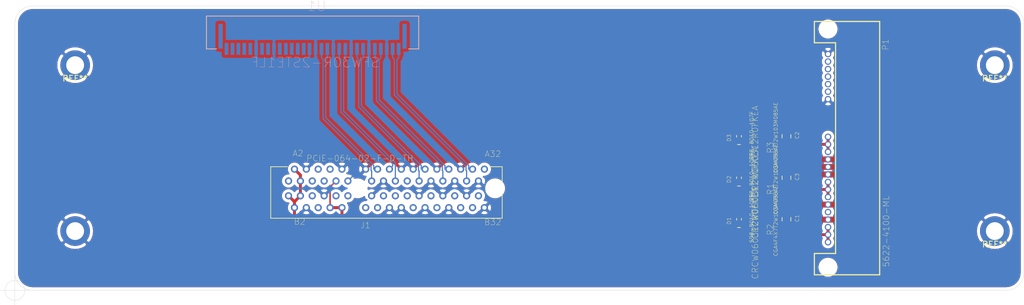
<source format=kicad_pcb>
(kicad_pcb (version 20171130) (host pcbnew "(5.1.2-1)-1")

  (general
    (thickness 1.6)
    (drawings 9)
    (tracks 129)
    (zones 0)
    (modules 16)
    (nets 48)
  )

  (page A4)
  (layers
    (0 F.Cu signal)
    (31 B.Cu signal)
    (32 B.Adhes user)
    (33 F.Adhes user)
    (34 B.Paste user)
    (35 F.Paste user)
    (36 B.SilkS user)
    (37 F.SilkS user)
    (38 B.Mask user)
    (39 F.Mask user)
    (40 Dwgs.User user)
    (41 Cmts.User user)
    (42 Eco1.User user)
    (43 Eco2.User user)
    (44 Edge.Cuts user)
    (45 Margin user)
    (46 B.CrtYd user hide)
    (47 F.CrtYd user hide)
    (48 B.Fab user hide)
    (49 F.Fab user hide)
  )

  (setup
    (last_trace_width 0.25)
    (user_trace_width 0.5)
    (user_trace_width 1)
    (trace_clearance 0.2)
    (zone_clearance 0.508)
    (zone_45_only no)
    (trace_min 0.2)
    (via_size 0.8)
    (via_drill 0.4)
    (via_min_size 0.4)
    (via_min_drill 0.3)
    (uvia_size 0.3)
    (uvia_drill 0.1)
    (uvias_allowed no)
    (uvia_min_size 0.2)
    (uvia_min_drill 0.1)
    (edge_width 0.05)
    (segment_width 0.2)
    (pcb_text_width 0.3)
    (pcb_text_size 1.5 1.5)
    (mod_edge_width 0.12)
    (mod_text_size 1 1)
    (mod_text_width 0.15)
    (pad_size 5 5)
    (pad_drill 3)
    (pad_to_mask_clearance 0.051)
    (solder_mask_min_width 0.25)
    (aux_axis_origin 70 70)
    (grid_origin 70 70)
    (visible_elements FFFFFF7F)
    (pcbplotparams
      (layerselection 0x010fc_ffffffff)
      (usegerberextensions false)
      (usegerberattributes false)
      (usegerberadvancedattributes false)
      (creategerberjobfile false)
      (excludeedgelayer true)
      (linewidth 0.100000)
      (plotframeref false)
      (viasonmask false)
      (mode 1)
      (useauxorigin false)
      (hpglpennumber 1)
      (hpglpenspeed 20)
      (hpglpendiameter 15.000000)
      (psnegative false)
      (psa4output false)
      (plotreference true)
      (plotvalue true)
      (plotinvisibletext false)
      (padsonsilk false)
      (subtractmaskfromsilk false)
      (outputformat 1)
      (mirror false)
      (drillshape 1)
      (scaleselection 1)
      (outputdirectory ""))
  )

  (net 0 "")
  (net 1 GND)
  (net 2 "Net-(J1-PadA32)")
  (net 3 PRSNT2#)
  (net 4 "Net-(J1-PadB30)")
  (net 5 "Net-(J1-PadA19)")
  (net 6 REFCLK-)
  (net 7 REFCLK+)
  (net 8 CLKREQ#)
  (net 9 WAKE#)
  (net 10 PERST#)
  (net 11 +3V3)
  (net 12 JTAG1)
  (net 13 JTAG5)
  (net 14 JTAG4)
  (net 15 SMDAT)
  (net 16 SMCLK)
  (net 17 JTAG3)
  (net 18 JTAG2)
  (net 19 +12V)
  (net 20 PRSNT1#)
  (net 21 "Net-(P1-PadS6)")
  (net 22 "Net-(P1-PadS5)")
  (net 23 "Net-(P1-PadS3)")
  (net 24 "Net-(P1-PadS2)")
  (net 25 "Net-(P1-PadP11)")
  (net 26 +5V)
  (net 27 "Net-(D1-PadA)")
  (net 28 "Net-(D2-PadA)")
  (net 29 "Net-(D3-PadA)")
  (net 30 "Net-(U1-Pad12)")
  (net 31 "Net-(U1-Pad3)")
  (net 32 PER3-)
  (net 33 PER3+)
  (net 34 PET3-)
  (net 35 PET3+)
  (net 36 PER2-)
  (net 37 PER2+)
  (net 38 PET2-)
  (net 39 PET2+)
  (net 40 PER1-)
  (net 41 PER1+)
  (net 42 PET1-)
  (net 43 PET1+)
  (net 44 PER0-)
  (net 45 PET0-)
  (net 46 PER0+)
  (net 47 PET0+)

  (net_class Default "This is the default net class."
    (clearance 0.2)
    (trace_width 0.25)
    (via_dia 0.8)
    (via_drill 0.4)
    (uvia_dia 0.3)
    (uvia_drill 0.1)
    (add_net +12V)
    (add_net +3V3)
    (add_net +5V)
    (add_net CLKREQ#)
    (add_net GND)
    (add_net JTAG1)
    (add_net JTAG2)
    (add_net JTAG3)
    (add_net JTAG4)
    (add_net JTAG5)
    (add_net "Net-(D1-PadA)")
    (add_net "Net-(D2-PadA)")
    (add_net "Net-(D3-PadA)")
    (add_net "Net-(J1-PadA19)")
    (add_net "Net-(J1-PadA32)")
    (add_net "Net-(J1-PadB30)")
    (add_net "Net-(P1-PadP11)")
    (add_net "Net-(P1-PadS2)")
    (add_net "Net-(P1-PadS3)")
    (add_net "Net-(P1-PadS5)")
    (add_net "Net-(P1-PadS6)")
    (add_net "Net-(U1-Pad12)")
    (add_net "Net-(U1-Pad3)")
    (add_net PER0+)
    (add_net PER0-)
    (add_net PER1+)
    (add_net PER1-)
    (add_net PER2+)
    (add_net PER2-)
    (add_net PER3+)
    (add_net PER3-)
    (add_net PERST#)
    (add_net PET0+)
    (add_net PET0-)
    (add_net PET1+)
    (add_net PET1-)
    (add_net PET2+)
    (add_net PET2-)
    (add_net PET3+)
    (add_net PET3-)
    (add_net PRSNT1#)
    (add_net PRSNT2#)
    (add_net REFCLK+)
    (add_net REFCLK-)
    (add_net SMCLK)
    (add_net SMDAT)
    (add_net WAKE#)
  )

  (module SFW30R-2STE1LF:FCI_SFW30R-2STE1LF (layer B.Cu) (tedit 0) (tstamp 5D3405DC)
    (at 120.16 80 180)
    (path /5D413135)
    (attr smd)
    (fp_text reference U1 (at -0.6869 9.9474) (layer B.SilkS)
      (effects (font (size 1.64265 1.64265) (thickness 0.05)) (justify mirror))
    )
    (fp_text value SFW30R-2STE1LF (at -0.45737 0.457362) (layer B.SilkS)
      (effects (font (size 1.64058 1.64058) (thickness 0.05)) (justify mirror))
    )
    (fp_line (start -17.8816 8.2804) (end -17.8816 2.7432) (layer Eco2.User) (width 0.1524))
    (fp_line (start 17.8816 8.2804) (end -17.8816 8.2804) (layer Eco2.User) (width 0.1524))
    (fp_line (start 17.8816 2.7432) (end 17.8816 8.2804) (layer Eco2.User) (width 0.1524))
    (fp_line (start -17.8816 2.7432) (end 17.8816 2.7432) (layer Eco2.User) (width 0.1524))
    (fp_line (start 13.8684 2.7432) (end 14.5034 1.4732) (layer Eco2.User) (width 0.1524))
    (fp_line (start 15.1384 2.7432) (end 14.5034 1.4732) (layer Eco2.User) (width 0.1524))
    (fp_line (start -17.8816 8.2804) (end -17.8816 2.7432) (layer B.SilkS) (width 0.1524))
    (fp_line (start 17.8816 8.2804) (end -17.8816 8.2804) (layer B.SilkS) (width 0.1524))
    (fp_line (start 17.8816 2.7432) (end 17.8816 8.2804) (layer B.SilkS) (width 0.1524))
    (fp_line (start -17.8816 2.7432) (end -16.1798 2.7432) (layer B.SilkS) (width 0.1524))
    (fp_line (start 16.1798 2.7432) (end 17.8816 2.7432) (layer B.SilkS) (width 0.1524))
    (pad 32 smd rect (at 15.494 4.8768 180) (size 0.7112 4.191) (layers B.Cu B.Paste B.Mask))
    (pad 31 smd rect (at -15.494 4.8768 180) (size 0.7112 4.191) (layers B.Cu B.Paste B.Mask))
    (pad 30 smd rect (at -14.5034 2.7432 270) (size 2.0066 0.6096) (layers B.Cu B.Paste B.Mask)
      (net 32 PER3-))
    (pad 29 smd rect (at -13.4874 2.7432 270) (size 2.0066 0.6096) (layers B.Cu B.Paste B.Mask)
      (net 33 PER3+))
    (pad 28 smd rect (at -12.4968 2.7432 270) (size 2.0066 0.6096) (layers B.Cu B.Paste B.Mask)
      (net 1 GND))
    (pad 27 smd rect (at -11.5062 2.7432 270) (size 2.0066 0.6096) (layers B.Cu B.Paste B.Mask)
      (net 36 PER2-))
    (pad 26 smd rect (at -10.4902 2.7432 270) (size 2.0066 0.6096) (layers B.Cu B.Paste B.Mask)
      (net 37 PER2+))
    (pad 25 smd rect (at -9.4996 2.7432 270) (size 2.0066 0.6096) (layers B.Cu B.Paste B.Mask)
      (net 1 GND))
    (pad 24 smd rect (at -8.509 2.7432 270) (size 2.0066 0.6096) (layers B.Cu B.Paste B.Mask)
      (net 40 PER1-))
    (pad 23 smd rect (at -7.493 2.7432 270) (size 2.0066 0.6096) (layers B.Cu B.Paste B.Mask)
      (net 41 PER1+))
    (pad 22 smd rect (at -6.5024 2.7432 270) (size 2.0066 0.6096) (layers B.Cu B.Paste B.Mask)
      (net 1 GND))
    (pad 21 smd rect (at -5.5118 2.7432 270) (size 2.0066 0.6096) (layers B.Cu B.Paste B.Mask)
      (net 44 PER0-))
    (pad 20 smd rect (at -4.4958 2.7432 270) (size 2.0066 0.6096) (layers B.Cu B.Paste B.Mask)
      (net 46 PER0+))
    (pad 19 smd rect (at -3.5052 2.7432 270) (size 2.0066 0.6096) (layers B.Cu B.Paste B.Mask)
      (net 1 GND))
    (pad 18 smd rect (at -2.4892 2.7432 270) (size 2.0066 0.6096) (layers B.Cu B.Paste B.Mask)
      (net 6 REFCLK-))
    (pad 17 smd rect (at -1.4986 2.7432 270) (size 2.0066 0.6096) (layers B.Cu B.Paste B.Mask)
      (net 7 REFCLK+))
    (pad 16 smd rect (at -0.508 2.7432 270) (size 2.0066 0.6096) (layers B.Cu B.Paste B.Mask)
      (net 1 GND))
    (pad 15 smd rect (at 0.508 2.7432 270) (size 2.0066 0.6096) (layers B.Cu B.Paste B.Mask)
      (net 10 PERST#))
    (pad 14 smd rect (at 1.4986 2.7432 270) (size 2.0066 0.6096) (layers B.Cu B.Paste B.Mask)
      (net 8 CLKREQ#))
    (pad 13 smd rect (at 2.4892 2.7432 270) (size 2.0066 0.6096) (layers B.Cu B.Paste B.Mask)
      (net 9 WAKE#))
    (pad 12 smd rect (at 3.5052 2.7432 270) (size 2.0066 0.6096) (layers B.Cu B.Paste B.Mask)
      (net 30 "Net-(U1-Pad12)"))
    (pad 11 smd rect (at 4.4958 2.7432 270) (size 2.0066 0.6096) (layers B.Cu B.Paste B.Mask)
      (net 45 PET0-))
    (pad 10 smd rect (at 5.5118 2.7432 270) (size 2.0066 0.6096) (layers B.Cu B.Paste B.Mask)
      (net 47 PET0+))
    (pad 9 smd rect (at 6.5024 2.7432 270) (size 2.0066 0.6096) (layers B.Cu B.Paste B.Mask)
      (net 1 GND))
    (pad 8 smd rect (at 7.493 2.7432 270) (size 2.0066 0.6096) (layers B.Cu B.Paste B.Mask)
      (net 43 PET1+))
    (pad 7 smd rect (at 8.509 2.7432 270) (size 2.0066 0.6096) (layers B.Cu B.Paste B.Mask)
      (net 42 PET1-))
    (pad 6 smd rect (at 9.4996 2.7432 270) (size 2.0066 0.6096) (layers B.Cu B.Paste B.Mask)
      (net 1 GND))
    (pad 5 smd rect (at 10.4902 2.7432 270) (size 2.0066 0.6096) (layers B.Cu B.Paste B.Mask)
      (net 39 PET2+))
    (pad 4 smd rect (at 11.5062 2.7432 270) (size 2.0066 0.6096) (layers B.Cu B.Paste B.Mask)
      (net 38 PET2-))
    (pad 3 smd rect (at 12.4968 2.7432 270) (size 2.0066 0.6096) (layers B.Cu B.Paste B.Mask)
      (net 31 "Net-(U1-Pad3)"))
    (pad 2 smd rect (at 13.4874 2.7432 270) (size 2.0066 0.6096) (layers B.Cu B.Paste B.Mask)
      (net 35 PET3+))
    (pad 1 smd rect (at 14.5034 2.7432 270) (size 2.0066 0.6096) (layers B.Cu B.Paste B.Mask)
      (net 34 PET3-))
  )

  (module CRCW060312R0FKEA:0603 (layer F.Cu) (tedit 0) (tstamp 5D54FA6A)
    (at 196 92 270)
    (path /5D555DD2)
    (attr smd)
    (fp_text reference R3 (at 1.90541 -1.27027 90) (layer F.SilkS)
      (effects (font (size 1.00021 1.00021) (thickness 0.05)))
    )
    (fp_text value CRCW060312R0FKEA (at 2.54358 1.2718 90) (layer F.SilkS)
      (effects (font (size 1.00141 1.00141) (thickness 0.05)))
    )
    (fp_poly (pts (xy 0.330858 -0.4801) (xy 0.8303 -0.4801) (xy 0.8303 0.470837) (xy 0.330858 0.470837)) (layer Eco2.User) (width 0))
    (fp_poly (pts (xy -0.839791 -0.4801) (xy -0.3381 -0.4801) (xy -0.3381 0.470792) (xy -0.839791 0.470792)) (layer Eco2.User) (width 0))
    (fp_line (start -0.356 0.419) (end 0.356 0.419) (layer Eco2.User) (width 0.1016))
    (fp_line (start -0.356 -0.432) (end 0.356 -0.432) (layer Eco2.User) (width 0.1016))
    (pad 2 smd rect (at 0.85 0 270) (size 1.1 1) (layers F.Cu F.Paste F.Mask)
      (net 11 +3V3))
    (pad 1 smd rect (at -0.85 0 270) (size 1.1 1) (layers F.Cu F.Paste F.Mask)
      (net 29 "Net-(D3-PadA)"))
  )

  (module CRCW060312R0FKEA:0603 (layer F.Cu) (tedit 0) (tstamp 5D54FA60)
    (at 196 105.85 270)
    (path /5D5572D5)
    (attr smd)
    (fp_text reference R2 (at 1.90541 -1.27027 90) (layer F.SilkS)
      (effects (font (size 1.00021 1.00021) (thickness 0.05)))
    )
    (fp_text value CRCW060312R0FKEA (at 2.54358 1.2718 90) (layer F.SilkS)
      (effects (font (size 1.00141 1.00141) (thickness 0.05)))
    )
    (fp_poly (pts (xy 0.330858 -0.4801) (xy 0.8303 -0.4801) (xy 0.8303 0.470837) (xy 0.330858 0.470837)) (layer Eco2.User) (width 0))
    (fp_poly (pts (xy -0.839791 -0.4801) (xy -0.3381 -0.4801) (xy -0.3381 0.470792) (xy -0.839791 0.470792)) (layer Eco2.User) (width 0))
    (fp_line (start -0.356 0.419) (end 0.356 0.419) (layer Eco2.User) (width 0.1016))
    (fp_line (start -0.356 -0.432) (end 0.356 -0.432) (layer Eco2.User) (width 0.1016))
    (pad 2 smd rect (at 0.85 0 270) (size 1.1 1) (layers F.Cu F.Paste F.Mask)
      (net 19 +12V))
    (pad 1 smd rect (at -0.85 0 270) (size 1.1 1) (layers F.Cu F.Paste F.Mask)
      (net 27 "Net-(D1-PadA)"))
  )

  (module CRCW060312R0FKEA:0603 (layer F.Cu) (tedit 0) (tstamp 5D54FA56)
    (at 196 99 270)
    (path /5D5576C0)
    (attr smd)
    (fp_text reference R1 (at 1.90541 -1.27027 90) (layer F.SilkS)
      (effects (font (size 1.00021 1.00021) (thickness 0.05)))
    )
    (fp_text value CRCW060312R0FKEA (at 2.54358 1.2718 90) (layer F.SilkS)
      (effects (font (size 1.00141 1.00141) (thickness 0.05)))
    )
    (fp_poly (pts (xy 0.330858 -0.4801) (xy 0.8303 -0.4801) (xy 0.8303 0.470837) (xy 0.330858 0.470837)) (layer Eco2.User) (width 0))
    (fp_poly (pts (xy -0.839791 -0.4801) (xy -0.3381 -0.4801) (xy -0.3381 0.470792) (xy -0.839791 0.470792)) (layer Eco2.User) (width 0))
    (fp_line (start -0.356 0.419) (end 0.356 0.419) (layer Eco2.User) (width 0.1016))
    (fp_line (start -0.356 -0.432) (end 0.356 -0.432) (layer Eco2.User) (width 0.1016))
    (pad 2 smd rect (at 0.85 0 270) (size 1.1 1) (layers F.Cu F.Paste F.Mask)
      (net 26 +5V))
    (pad 1 smd rect (at -0.85 0 270) (size 1.1 1) (layers F.Cu F.Paste F.Mask)
      (net 28 "Net-(D2-PadA)"))
  )

  (module 5622-4100-ML:3M_5622-4100-ML (layer F.Cu) (tedit 0) (tstamp 5D54F5C1)
    (at 207 94 270)
    (path /5D5381C5)
    (fp_text reference P1 (at -17.4798 -9.69599 90) (layer F.SilkS)
      (effects (font (size 1.00113 1.00113) (thickness 0.05)))
    )
    (fp_text value 5622-4100-ML (at 14.0526 -9.80429 90) (layer F.SilkS)
      (effects (font (size 1.00197 1.00197) (thickness 0.05)))
    )
    (fp_line (start -21.65 2.55) (end -21.65 -8.95) (layer Eco1.User) (width 0.05))
    (fp_line (start 21.65 2.55) (end -21.65 2.55) (layer Eco1.User) (width 0.05))
    (fp_line (start 21.65 -8.95) (end 21.65 2.55) (layer Eco1.User) (width 0.05))
    (fp_line (start -21.65 -8.95) (end 21.65 -8.95) (layer Eco1.User) (width 0.05))
    (fp_line (start -21.373 -8.7) (end -21.373 2.3) (layer F.SilkS) (width 0.2))
    (fp_line (start 21.373 -8.7) (end -21.373 -8.7) (layer F.SilkS) (width 0.2))
    (fp_line (start 21.373 2.3) (end 21.373 -8.7) (layer F.SilkS) (width 0.2))
    (fp_line (start 17.78 2.3) (end 21.373 2.3) (layer F.SilkS) (width 0.2))
    (fp_line (start 17.78 -1.27) (end 17.78 2.3) (layer F.SilkS) (width 0.2))
    (fp_line (start -17.78 -1.27) (end 17.78 -1.27) (layer F.SilkS) (width 0.2))
    (fp_line (start -17.78 2.3) (end -17.78 -1.27) (layer F.SilkS) (width 0.2))
    (fp_line (start -21.373 2.3) (end -17.78 2.3) (layer F.SilkS) (width 0.2))
    (pad Hole np_thru_hole circle (at 20.1 0 270) (size 2.2 2.2) (drill 2.2) (layers *.Cu *.Mask F.SilkS))
    (pad Hole np_thru_hole circle (at -20.1 0 270) (size 2.2 2.2) (drill 2.2) (layers *.Cu *.Mask F.SilkS))
    (pad S7 thru_hole circle (at -8.257 0 270) (size 1.08 1.08) (drill 0.7) (layers *.Cu *.Mask)
      (net 1 GND))
    (pad S6 thru_hole circle (at -9.527 0 270) (size 1.08 1.08) (drill 0.7) (layers *.Cu *.Mask)
      (net 21 "Net-(P1-PadS6)"))
    (pad S5 thru_hole circle (at -10.797 0 270) (size 1.08 1.08) (drill 0.7) (layers *.Cu *.Mask)
      (net 22 "Net-(P1-PadS5)"))
    (pad S4 thru_hole circle (at -12.067 0 270) (size 1.08 1.08) (drill 0.7) (layers *.Cu *.Mask)
      (net 1 GND))
    (pad S3 thru_hole circle (at -13.337 0 270) (size 1.08 1.08) (drill 0.7) (layers *.Cu *.Mask)
      (net 23 "Net-(P1-PadS3)"))
    (pad S2 thru_hole circle (at -14.607 0 270) (size 1.08 1.08) (drill 0.7) (layers *.Cu *.Mask)
      (net 24 "Net-(P1-PadS2)"))
    (pad S1 thru_hole circle (at -15.877 0 270) (size 1.08 1.08) (drill 0.7) (layers *.Cu *.Mask)
      (net 1 GND))
    (pad P15 thru_hole circle (at 15.873 0 270) (size 1.08 1.08) (drill 0.7) (layers *.Cu *.Mask)
      (net 19 +12V))
    (pad P14 thru_hole circle (at 14.603 0 270) (size 1.08 1.08) (drill 0.7) (layers *.Cu *.Mask)
      (net 19 +12V))
    (pad P13 thru_hole circle (at 13.333 0 270) (size 1.08 1.08) (drill 0.7) (layers *.Cu *.Mask)
      (net 19 +12V))
    (pad P12 thru_hole circle (at 12.063 0 270) (size 1.08 1.08) (drill 0.7) (layers *.Cu *.Mask)
      (net 1 GND))
    (pad P11 thru_hole circle (at 10.793 0 270) (size 1.08 1.08) (drill 0.7) (layers *.Cu *.Mask)
      (net 25 "Net-(P1-PadP11)"))
    (pad P10 thru_hole circle (at 9.523 0 270) (size 1.08 1.08) (drill 0.7) (layers *.Cu *.Mask)
      (net 1 GND))
    (pad P9 thru_hole circle (at 8.253 0 270) (size 1.08 1.08) (drill 0.7) (layers *.Cu *.Mask)
      (net 26 +5V))
    (pad P8 thru_hole circle (at 6.983 0 270) (size 1.08 1.08) (drill 0.7) (layers *.Cu *.Mask)
      (net 26 +5V))
    (pad P7 thru_hole circle (at 5.713 0 270) (size 1.08 1.08) (drill 0.7) (layers *.Cu *.Mask)
      (net 26 +5V))
    (pad P6 thru_hole circle (at 4.443 0 270) (size 1.08 1.08) (drill 0.7) (layers *.Cu *.Mask)
      (net 1 GND))
    (pad P5 thru_hole circle (at 3.173 0 270) (size 1.08 1.08) (drill 0.7) (layers *.Cu *.Mask)
      (net 1 GND))
    (pad P4 thru_hole circle (at 1.903 0 270) (size 1.08 1.08) (drill 0.7) (layers *.Cu *.Mask)
      (net 1 GND))
    (pad P3 thru_hole circle (at 0.633 0 270) (size 1.08 1.08) (drill 0.7) (layers *.Cu *.Mask)
      (net 11 +3V3))
    (pad P2 thru_hole circle (at -0.637 0 270) (size 1.08 1.08) (drill 0.7) (layers *.Cu *.Mask)
      (net 11 +3V3))
    (pad P1 thru_hole circle (at -1.907 0 270) (size 1.08 1.08) (drill 0.7) (layers *.Cu *.Mask)
      (net 11 +3V3))
  )

  (module PCIE-064-02-F-D-TH:SAMTEC_PCIE-064-02-F-D-TH (layer F.Cu) (tedit 0) (tstamp 5D3405AD)
    (at 132.6096 100.7864 180)
    (descr "PCI EXPRESS CARD CONNECTOR ,64 PINS.")
    (path /5D3C63FA)
    (fp_text reference J1 (at 3.5384 -6.24265) (layer F.SilkS)
      (effects (font (size 1.00123 1.00123) (thickness 0.05)))
    )
    (fp_text value PCIE-064-02-F-D-TH (at 4.47476 5.06817) (layer F.SilkS)
      (effects (font (size 1.00062 1.00062) (thickness 0.05)))
    )
    (fp_line (start -19.75 4.1) (end -19.75 -5.3) (layer Eco1.User) (width 0.05))
    (fp_line (start 19.75 4.1) (end -19.75 4.1) (layer Eco1.User) (width 0.05))
    (fp_line (start 19.75 -5.3) (end 19.75 4.1) (layer Eco1.User) (width 0.05))
    (fp_line (start -19.75 -5.3) (end 19.75 -5.3) (layer Eco1.User) (width 0.05))
    (fp_line (start 19.5 3.65) (end 16.7 3.65) (layer F.SilkS) (width 0.127))
    (fp_line (start -19.5 3.65) (end -19.5 1) (layer F.SilkS) (width 0.127))
    (fp_line (start -17.55 3.65) (end -19.5 3.65) (layer F.SilkS) (width 0.127))
    (fp_line (start -19.5 -5.05) (end -19.5 -0.95) (layer F.SilkS) (width 0.127))
    (fp_line (start -19.5 -3.65) (end 19.5 -3.65) (layer Eco2.User) (width 0.127))
    (fp_text user B32 (at -17.9141 -5.70354) (layer F.SilkS)
      (effects (font (size 1 1) (thickness 0.05)))
    )
    (fp_text user B2 (at 14.6189 -5.61087) (layer F.SilkS)
      (effects (font (size 1 1) (thickness 0.05)))
    )
    (fp_text user A32 (at -17.9243 5.80618) (layer F.SilkS)
      (effects (font (size 1 1) (thickness 0.05)))
    )
    (fp_text user A2 (at 14.9097 5.90567) (layer F.SilkS)
      (effects (font (size 1 1) (thickness 0.05)))
    )
    (fp_line (start -19.5 -5.05) (end 19.5 -5.05) (layer F.SilkS) (width 0.127))
    (fp_line (start 19.5 -5.05) (end 19.5 3.65) (layer F.SilkS) (width 0.127))
    (fp_line (start -19.5 -3.65) (end -19.5 -5.05) (layer Eco2.User) (width 0.127))
    (fp_line (start -19.5 3.65) (end -19.5 -3.65) (layer Eco2.User) (width 0.127))
    (fp_line (start 19.5 3.65) (end -19.5 3.65) (layer Eco2.User) (width 0.127))
    (fp_line (start 19.5 -3.65) (end 19.5 3.65) (layer Eco2.User) (width 0.127))
    (fp_line (start 19.5 -5.05) (end 19.5 -3.65) (layer Eco2.User) (width 0.127))
    (fp_line (start -19.5 -5.05) (end 19.5 -5.05) (layer Eco2.User) (width 0.127))
    (pad Hole np_thru_hole circle (at -18.3 0 180) (size 2.35 2.35) (drill 2.35) (layers *.Cu *.Mask F.SilkS))
    (pad Hole np_thru_hole circle (at 4.85 0 180) (size 2.35 2.35) (drill 2.35) (layers *.Cu *.Mask F.SilkS))
    (pad B32 thru_hole circle (at -16.5 -3.26 180) (size 1.208 1.208) (drill 0.7) (layers *.Cu *.Mask)
      (net 1 GND))
    (pad A32 thru_hole circle (at -16.5 3.24 180) (size 1.208 1.208) (drill 0.7) (layers *.Cu *.Mask)
      (net 2 "Net-(J1-PadA32)"))
    (pad B31 thru_hole circle (at -15.5 -1.26 180) (size 1.208 1.208) (drill 0.7) (layers *.Cu *.Mask)
      (net 3 PRSNT2#))
    (pad A31 thru_hole circle (at -15.5 1.24 180) (size 1.208 1.208) (drill 0.7) (layers *.Cu *.Mask)
      (net 1 GND))
    (pad B30 thru_hole circle (at -14.5 -3.26 180) (size 1.208 1.208) (drill 0.7) (layers *.Cu *.Mask)
      (net 4 "Net-(J1-PadB30)"))
    (pad B29 thru_hole circle (at -13.5 -1.26 180) (size 1.208 1.208) (drill 0.7) (layers *.Cu *.Mask)
      (net 1 GND))
    (pad A30 thru_hole circle (at -14.5 3.24 180) (size 1.208 1.208) (drill 0.7) (layers *.Cu *.Mask)
      (net 32 PER3-))
    (pad A29 thru_hole circle (at -13.5 1.24 180) (size 1.208 1.208) (drill 0.7) (layers *.Cu *.Mask)
      (net 33 PER3+))
    (pad B28 thru_hole circle (at -12.5 -3.26 180) (size 1.208 1.208) (drill 0.7) (layers *.Cu *.Mask)
      (net 34 PET3-))
    (pad B27 thru_hole circle (at -11.5 -1.26 180) (size 1.208 1.208) (drill 0.7) (layers *.Cu *.Mask)
      (net 35 PET3+))
    (pad A28 thru_hole circle (at -12.5 3.24 180) (size 1.208 1.208) (drill 0.7) (layers *.Cu *.Mask)
      (net 1 GND))
    (pad A27 thru_hole circle (at -11.5 1.24 180) (size 1.208 1.208) (drill 0.7) (layers *.Cu *.Mask)
      (net 1 GND))
    (pad B26 thru_hole circle (at -10.5 -3.26 180) (size 1.208 1.208) (drill 0.7) (layers *.Cu *.Mask)
      (net 1 GND))
    (pad B25 thru_hole circle (at -9.5 -1.26 180) (size 1.208 1.208) (drill 0.7) (layers *.Cu *.Mask)
      (net 1 GND))
    (pad A26 thru_hole circle (at -10.5 3.24 180) (size 1.208 1.208) (drill 0.7) (layers *.Cu *.Mask)
      (net 36 PER2-))
    (pad A25 thru_hole circle (at -9.5 1.24 180) (size 1.208 1.208) (drill 0.7) (layers *.Cu *.Mask)
      (net 37 PER2+))
    (pad B24 thru_hole circle (at -8.5 -3.26 180) (size 1.208 1.208) (drill 0.7) (layers *.Cu *.Mask)
      (net 38 PET2-))
    (pad B23 thru_hole circle (at -7.5 -1.26 180) (size 1.208 1.208) (drill 0.7) (layers *.Cu *.Mask)
      (net 39 PET2+))
    (pad A24 thru_hole circle (at -8.5 3.24 180) (size 1.208 1.208) (drill 0.7) (layers *.Cu *.Mask)
      (net 1 GND))
    (pad A23 thru_hole circle (at -7.5 1.24 180) (size 1.208 1.208) (drill 0.7) (layers *.Cu *.Mask)
      (net 1 GND))
    (pad B22 thru_hole circle (at -6.5 -3.26 180) (size 1.208 1.208) (drill 0.7) (layers *.Cu *.Mask)
      (net 1 GND))
    (pad A22 thru_hole circle (at -6.5 3.24 180) (size 1.208 1.208) (drill 0.7) (layers *.Cu *.Mask)
      (net 40 PER1-))
    (pad B21 thru_hole circle (at -5.5 -1.26 180) (size 1.208 1.208) (drill 0.7) (layers *.Cu *.Mask)
      (net 1 GND))
    (pad A21 thru_hole circle (at -5.5 1.24 180) (size 1.208 1.208) (drill 0.7) (layers *.Cu *.Mask)
      (net 41 PER1+))
    (pad B20 thru_hole circle (at -4.5 -3.26 180) (size 1.208 1.208) (drill 0.7) (layers *.Cu *.Mask)
      (net 42 PET1-))
    (pad B19 thru_hole circle (at -3.5 -1.26 180) (size 1.208 1.208) (drill 0.7) (layers *.Cu *.Mask)
      (net 43 PET1+))
    (pad A20 thru_hole circle (at -4.5 3.24 180) (size 1.208 1.208) (drill 0.7) (layers *.Cu *.Mask)
      (net 1 GND))
    (pad A19 thru_hole circle (at -3.5 1.24 180) (size 1.208 1.208) (drill 0.7) (layers *.Cu *.Mask)
      (net 5 "Net-(J1-PadA19)"))
    (pad B18 thru_hole circle (at -2.5 -3.26 180) (size 1.208 1.208) (drill 0.7) (layers *.Cu *.Mask)
      (net 1 GND))
    (pad B17 thru_hole circle (at -1.5 -1.26 180) (size 1.208 1.208) (drill 0.7) (layers *.Cu *.Mask)
      (net 3 PRSNT2#))
    (pad A18 thru_hole circle (at -2.5 3.24 180) (size 1.208 1.208) (drill 0.7) (layers *.Cu *.Mask)
      (net 1 GND))
    (pad A17 thru_hole circle (at -1.5 1.24 180) (size 1.208 1.208) (drill 0.7) (layers *.Cu *.Mask)
      (net 44 PER0-))
    (pad B16 thru_hole circle (at -0.5 -3.26 180) (size 1.208 1.208) (drill 0.7) (layers *.Cu *.Mask)
      (net 1 GND))
    (pad B15 thru_hole circle (at 0.5 -1.26 180) (size 1.208 1.208) (drill 0.7) (layers *.Cu *.Mask)
      (net 45 PET0-))
    (pad A16 thru_hole circle (at -0.5 3.24 180) (size 1.208 1.208) (drill 0.7) (layers *.Cu *.Mask)
      (net 46 PER0+))
    (pad A15 thru_hole circle (at 0.5 1.24 180) (size 1.208 1.208) (drill 0.7) (layers *.Cu *.Mask)
      (net 1 GND))
    (pad B14 thru_hole circle (at 1.5 -3.26 180) (size 1.208 1.208) (drill 0.7) (layers *.Cu *.Mask)
      (net 47 PET0+))
    (pad B13 thru_hole circle (at 2.5 -1.26 180) (size 1.208 1.208) (drill 0.7) (layers *.Cu *.Mask)
      (net 1 GND))
    (pad A14 thru_hole circle (at 1.5 3.24 180) (size 1.208 1.208) (drill 0.7) (layers *.Cu *.Mask)
      (net 6 REFCLK-))
    (pad A13 thru_hole circle (at 2.5 1.24 180) (size 1.208 1.208) (drill 0.7) (layers *.Cu *.Mask)
      (net 7 REFCLK+))
    (pad B12 thru_hole circle (at 3.5 -3.26 180) (size 1.208 1.208) (drill 0.7) (layers *.Cu *.Mask)
      (net 8 CLKREQ#))
    (pad A12 thru_hole circle (at 3.5 3.24 180) (size 1.208 1.208) (drill 0.7) (layers *.Cu *.Mask)
      (net 1 GND))
    (pad B11 thru_hole circle (at 6.5 -1.26 180) (size 1.208 1.208) (drill 0.7) (layers *.Cu *.Mask)
      (net 9 WAKE#))
    (pad A11 thru_hole circle (at 6.5 1.24 180) (size 1.208 1.208) (drill 0.7) (layers *.Cu *.Mask)
      (net 10 PERST#))
    (pad B10 thru_hole circle (at 7.5 -3.26 180) (size 1.208 1.208) (drill 0.7) (layers *.Cu *.Mask)
      (net 11 +3V3))
    (pad B9 thru_hole circle (at 8.5 -1.26 180) (size 1.208 1.208) (drill 0.7) (layers *.Cu *.Mask)
      (net 12 JTAG1))
    (pad A10 thru_hole circle (at 7.5 3.24 180) (size 1.208 1.208) (drill 0.7) (layers *.Cu *.Mask)
      (net 1 GND))
    (pad A9 thru_hole circle (at 8.5 1.24 180) (size 1.208 1.208) (drill 0.7) (layers *.Cu *.Mask)
      (net 11 +3V3))
    (pad B8 thru_hole circle (at 9.5 -3.26 180) (size 1.208 1.208) (drill 0.7) (layers *.Cu *.Mask)
      (net 11 +3V3))
    (pad B7 thru_hole circle (at 10.5 -1.26 180) (size 1.208 1.208) (drill 0.7) (layers *.Cu *.Mask)
      (net 1 GND))
    (pad A8 thru_hole circle (at 9.5 3.24 180) (size 1.208 1.208) (drill 0.7) (layers *.Cu *.Mask)
      (net 13 JTAG5))
    (pad A7 thru_hole circle (at 10.5 1.24 180) (size 1.208 1.208) (drill 0.7) (layers *.Cu *.Mask)
      (net 14 JTAG4))
    (pad B6 thru_hole circle (at 11.5 -3.26 180) (size 1.208 1.208) (drill 0.7) (layers *.Cu *.Mask)
      (net 15 SMDAT))
    (pad B5 thru_hole circle (at 12.5 -1.26 180) (size 1.208 1.208) (drill 0.7) (layers *.Cu *.Mask)
      (net 16 SMCLK))
    (pad A6 thru_hole circle (at 11.5 3.24 180) (size 1.208 1.208) (drill 0.7) (layers *.Cu *.Mask)
      (net 17 JTAG3))
    (pad A5 thru_hole circle (at 12.5 1.24 180) (size 1.208 1.208) (drill 0.7) (layers *.Cu *.Mask)
      (net 18 JTAG2))
    (pad B4 thru_hole circle (at 13.5 -3.26 180) (size 1.208 1.208) (drill 0.7) (layers *.Cu *.Mask)
      (net 1 GND))
    (pad B3 thru_hole circle (at 14.5 -1.26 180) (size 1.208 1.208) (drill 0.7) (layers *.Cu *.Mask)
      (net 19 +12V))
    (pad A4 thru_hole circle (at 13.5 3.24 180) (size 1.208 1.208) (drill 0.7) (layers *.Cu *.Mask)
      (net 1 GND))
    (pad A3 thru_hole circle (at 14.5 1.24 180) (size 1.208 1.208) (drill 0.7) (layers *.Cu *.Mask)
      (net 19 +12V))
    (pad B2 thru_hole circle (at 15.5 -3.26 180) (size 1.208 1.208) (drill 0.7) (layers *.Cu *.Mask)
      (net 19 +12V))
    (pad B1 thru_hole circle (at 16.5 -1.26 180) (size 1.208 1.208) (drill 0.7) (layers *.Cu *.Mask)
      (net 19 +12V))
    (pad A2 thru_hole circle (at 15.5 3.24 180) (size 1.208 1.208) (drill 0.7) (layers *.Cu *.Mask)
      (net 19 +12V))
    (pad A1 thru_hole circle (at 16.5 1.24 180) (size 1.208 1.208) (drill 0.7) (layers *.Cu *.Mask)
      (net 20 PRSNT1#))
  )

  (module 598-8010-107F:LEDSC160X80X70L45N (layer F.Cu) (tedit 0) (tstamp 5D54F9CB)
    (at 192 92 90)
    (path /5D54E55A)
    (attr smd)
    (fp_text reference D3 (at -0.2794 -1.6764 90) (layer F.SilkS)
      (effects (font (size 0.64 0.64) (thickness 0.05)))
    )
    (fp_text value 598-8010-107F (at 0.127 2.1336 90) (layer F.SilkS)
      (effects (font (size 0.64 0.64) (thickness 0.05)))
    )
    (fp_line (start -1.37 0.67) (end -1.37 -0.67) (layer Eco1.User) (width 0.05))
    (fp_line (start 1.37 0.67) (end -1.37 0.67) (layer Eco1.User) (width 0.05))
    (fp_line (start 1.37 -0.67) (end 1.37 0.67) (layer Eco1.User) (width 0.05))
    (fp_line (start -1.37 -0.67) (end 1.37 -0.67) (layer Eco1.User) (width 0.05))
    (fp_line (start -0.8 0.4) (end -0.8 -0.4) (layer Eco2.User) (width 0.127))
    (fp_line (start 0.8 0.4) (end -0.8 0.4) (layer Eco2.User) (width 0.127))
    (fp_line (start 0.8 -0.4) (end 0.8 0.4) (layer Eco2.User) (width 0.127))
    (fp_line (start -0.8 -0.4) (end 0.8 -0.4) (layer Eco2.User) (width 0.127))
    (fp_line (start -1.397 -0.254) (end -1.397 0.254) (layer F.SilkS) (width 0.127))
    (fp_line (start -0.14 0.4) (end 0.14 0.4) (layer F.SilkS) (width 0.127))
    (fp_line (start -0.14 -0.4) (end 0.14 -0.4) (layer F.SilkS) (width 0.127))
    (pad A smd rect (at 0.75 0 90) (size 0.91 0.83) (layers F.Cu F.Paste F.Mask)
      (net 29 "Net-(D3-PadA)"))
    (pad C smd rect (at -0.75 0 90) (size 0.91 0.83) (layers F.Cu F.Paste F.Mask)
      (net 1 GND))
  )

  (module 598-8010-107F:LEDSC160X80X70L45N (layer F.Cu) (tedit 0) (tstamp 5D54F9BA)
    (at 192 99 90)
    (path /5D54EE95)
    (attr smd)
    (fp_text reference D2 (at -0.2794 -1.6764 90) (layer F.SilkS)
      (effects (font (size 0.64 0.64) (thickness 0.05)))
    )
    (fp_text value 598-8010-107F (at 0.127 2.1336 90) (layer F.SilkS)
      (effects (font (size 0.64 0.64) (thickness 0.05)))
    )
    (fp_line (start -1.37 0.67) (end -1.37 -0.67) (layer Eco1.User) (width 0.05))
    (fp_line (start 1.37 0.67) (end -1.37 0.67) (layer Eco1.User) (width 0.05))
    (fp_line (start 1.37 -0.67) (end 1.37 0.67) (layer Eco1.User) (width 0.05))
    (fp_line (start -1.37 -0.67) (end 1.37 -0.67) (layer Eco1.User) (width 0.05))
    (fp_line (start -0.8 0.4) (end -0.8 -0.4) (layer Eco2.User) (width 0.127))
    (fp_line (start 0.8 0.4) (end -0.8 0.4) (layer Eco2.User) (width 0.127))
    (fp_line (start 0.8 -0.4) (end 0.8 0.4) (layer Eco2.User) (width 0.127))
    (fp_line (start -0.8 -0.4) (end 0.8 -0.4) (layer Eco2.User) (width 0.127))
    (fp_line (start -1.397 -0.254) (end -1.397 0.254) (layer F.SilkS) (width 0.127))
    (fp_line (start -0.14 0.4) (end 0.14 0.4) (layer F.SilkS) (width 0.127))
    (fp_line (start -0.14 -0.4) (end 0.14 -0.4) (layer F.SilkS) (width 0.127))
    (pad A smd rect (at 0.75 0 90) (size 0.91 0.83) (layers F.Cu F.Paste F.Mask)
      (net 28 "Net-(D2-PadA)"))
    (pad C smd rect (at -0.75 0 90) (size 0.91 0.83) (layers F.Cu F.Paste F.Mask)
      (net 1 GND))
  )

  (module 598-8010-107F:LEDSC160X80X70L45N (layer F.Cu) (tedit 0) (tstamp 5D54F9A9)
    (at 192 106 90)
    (path /5D54D977)
    (attr smd)
    (fp_text reference D1 (at -0.2794 -1.6764 90) (layer F.SilkS)
      (effects (font (size 0.64 0.64) (thickness 0.05)))
    )
    (fp_text value 598-8010-107F (at 0.127 2.1336 90) (layer F.SilkS)
      (effects (font (size 0.64 0.64) (thickness 0.05)))
    )
    (fp_line (start -1.37 0.67) (end -1.37 -0.67) (layer Eco1.User) (width 0.05))
    (fp_line (start 1.37 0.67) (end -1.37 0.67) (layer Eco1.User) (width 0.05))
    (fp_line (start 1.37 -0.67) (end 1.37 0.67) (layer Eco1.User) (width 0.05))
    (fp_line (start -1.37 -0.67) (end 1.37 -0.67) (layer Eco1.User) (width 0.05))
    (fp_line (start -0.8 0.4) (end -0.8 -0.4) (layer Eco2.User) (width 0.127))
    (fp_line (start 0.8 0.4) (end -0.8 0.4) (layer Eco2.User) (width 0.127))
    (fp_line (start 0.8 -0.4) (end 0.8 0.4) (layer Eco2.User) (width 0.127))
    (fp_line (start -0.8 -0.4) (end 0.8 -0.4) (layer Eco2.User) (width 0.127))
    (fp_line (start -1.397 -0.254) (end -1.397 0.254) (layer F.SilkS) (width 0.127))
    (fp_line (start -0.14 0.4) (end 0.14 0.4) (layer F.SilkS) (width 0.127))
    (fp_line (start -0.14 -0.4) (end 0.14 -0.4) (layer F.SilkS) (width 0.127))
    (pad A smd rect (at 0.75 0 90) (size 0.91 0.83) (layers F.Cu F.Paste F.Mask)
      (net 27 "Net-(D1-PadA)"))
    (pad C smd rect (at -0.75 0 90) (size 0.91 0.83) (layers F.Cu F.Paste F.Mask)
      (net 1 GND))
  )

  (module CGA4F4X7T2W103M085AE:CAPC2012X100N (layer F.Cu) (tedit 0) (tstamp 5D54F998)
    (at 200 99 270)
    (path /5D554DA0)
    (attr smd)
    (fp_text reference C3 (at -0.150082 -1.801 90) (layer F.SilkS)
      (effects (font (size 0.630271 0.630271) (thickness 0.05)))
    )
    (fp_text value CGA4F4X7T2W103M085AE (at 0.25032 1.8023 90) (layer F.SilkS)
      (effects (font (size 0.630728 0.630728) (thickness 0.05)))
    )
    (fp_line (start -0.3 0.73) (end 0.3 0.73) (layer F.SilkS) (width 0.127))
    (fp_line (start -0.3 -0.73) (end 0.3 -0.73) (layer F.SilkS) (width 0.127))
    (fp_line (start -1.1 0.73) (end -1.1 -0.73) (layer Eco2.User) (width 0.127))
    (fp_line (start 1.1 0.73) (end -1.1 0.73) (layer Eco2.User) (width 0.127))
    (fp_line (start 1.1 -0.73) (end 1.1 0.73) (layer Eco2.User) (width 0.127))
    (fp_line (start -1.1 -0.73) (end 1.1 -0.73) (layer Eco2.User) (width 0.127))
    (fp_line (start -1.71 0.99) (end -1.71 -0.99) (layer Eco1.User) (width 0.0508))
    (fp_line (start 1.71 0.99) (end -1.71 0.99) (layer Eco1.User) (width 0.0508))
    (fp_line (start 1.71 -0.99) (end 1.71 0.99) (layer Eco1.User) (width 0.0508))
    (fp_line (start -1.71 -0.99) (end 1.71 -0.99) (layer Eco1.User) (width 0.0508))
    (pad 2 smd rect (at 0.965 0 270) (size 0.99 1.47) (layers F.Cu F.Paste F.Mask)
      (net 26 +5V))
    (pad 1 smd rect (at -0.965 0 270) (size 0.99 1.47) (layers F.Cu F.Paste F.Mask)
      (net 1 GND))
  )

  (module CGA4F4X7T2W103M085AE:CAPC2012X100N (layer F.Cu) (tedit 0) (tstamp 5D54F988)
    (at 200 92 270)
    (path /5D55449D)
    (attr smd)
    (fp_text reference C2 (at -0.150082 -1.801 90) (layer F.SilkS)
      (effects (font (size 0.630271 0.630271) (thickness 0.05)))
    )
    (fp_text value CGA4F4X7T2W103M085AE (at 0.25032 1.8023 90) (layer F.SilkS)
      (effects (font (size 0.630728 0.630728) (thickness 0.05)))
    )
    (fp_line (start -0.3 0.73) (end 0.3 0.73) (layer F.SilkS) (width 0.127))
    (fp_line (start -0.3 -0.73) (end 0.3 -0.73) (layer F.SilkS) (width 0.127))
    (fp_line (start -1.1 0.73) (end -1.1 -0.73) (layer Eco2.User) (width 0.127))
    (fp_line (start 1.1 0.73) (end -1.1 0.73) (layer Eco2.User) (width 0.127))
    (fp_line (start 1.1 -0.73) (end 1.1 0.73) (layer Eco2.User) (width 0.127))
    (fp_line (start -1.1 -0.73) (end 1.1 -0.73) (layer Eco2.User) (width 0.127))
    (fp_line (start -1.71 0.99) (end -1.71 -0.99) (layer Eco1.User) (width 0.0508))
    (fp_line (start 1.71 0.99) (end -1.71 0.99) (layer Eco1.User) (width 0.0508))
    (fp_line (start 1.71 -0.99) (end 1.71 0.99) (layer Eco1.User) (width 0.0508))
    (fp_line (start -1.71 -0.99) (end 1.71 -0.99) (layer Eco1.User) (width 0.0508))
    (pad 2 smd rect (at 0.965 0 270) (size 0.99 1.47) (layers F.Cu F.Paste F.Mask)
      (net 11 +3V3))
    (pad 1 smd rect (at -0.965 0 270) (size 0.99 1.47) (layers F.Cu F.Paste F.Mask)
      (net 1 GND))
  )

  (module CGA4F4X7T2W103M085AE:CAPC2012X100N (layer F.Cu) (tedit 0) (tstamp 5D55031A)
    (at 200 106 270)
    (path /5D54FF0D)
    (attr smd)
    (fp_text reference C1 (at -0.150082 -1.801 90) (layer F.SilkS)
      (effects (font (size 0.630271 0.630271) (thickness 0.05)))
    )
    (fp_text value CGA4F4X7T2W103M085AE (at 0.25032 1.8023 90) (layer F.SilkS)
      (effects (font (size 0.630728 0.630728) (thickness 0.05)))
    )
    (fp_line (start -0.3 0.73) (end 0.3 0.73) (layer F.SilkS) (width 0.127))
    (fp_line (start -0.3 -0.73) (end 0.3 -0.73) (layer F.SilkS) (width 0.127))
    (fp_line (start -1.1 0.73) (end -1.1 -0.73) (layer Eco2.User) (width 0.127))
    (fp_line (start 1.1 0.73) (end -1.1 0.73) (layer Eco2.User) (width 0.127))
    (fp_line (start 1.1 -0.73) (end 1.1 0.73) (layer Eco2.User) (width 0.127))
    (fp_line (start -1.1 -0.73) (end 1.1 -0.73) (layer Eco2.User) (width 0.127))
    (fp_line (start -1.71 0.99) (end -1.71 -0.99) (layer Eco1.User) (width 0.0508))
    (fp_line (start 1.71 0.99) (end -1.71 0.99) (layer Eco1.User) (width 0.0508))
    (fp_line (start 1.71 -0.99) (end 1.71 0.99) (layer Eco1.User) (width 0.0508))
    (fp_line (start -1.71 -0.99) (end 1.71 -0.99) (layer Eco1.User) (width 0.0508))
    (pad 2 smd rect (at 0.965 0 270) (size 0.99 1.47) (layers F.Cu F.Paste F.Mask)
      (net 19 +12V))
    (pad 1 smd rect (at -0.965 0 270) (size 0.99 1.47) (layers F.Cu F.Paste F.Mask)
      (net 1 GND))
  )

  (module Connector_Pin:Pin_D1.0mm_L10.0mm (layer F.Cu) (tedit 5D547798) (tstamp 5D536A8B)
    (at 235.1 108)
    (descr "solder Pin_ diameter 1.0mm, hole diameter 1.0mm (press fit), length 10.0mm")
    (tags "solder Pin_ press fit")
    (fp_text reference REF** (at 0 2.25) (layer F.SilkS)
      (effects (font (size 1 1) (thickness 0.15)))
    )
    (fp_text value Pin_D1.0mm_L10.0mm (at 0 -2.05) (layer F.Fab) hide
      (effects (font (size 1 1) (thickness 0.15)))
    )
    (fp_text user %R (at 0 2.25) (layer F.Fab)
      (effects (font (size 1 1) (thickness 0.15)))
    )
    (fp_circle (center 0 0) (end 1.5 0) (layer F.CrtYd) (width 0.05))
    (fp_circle (center 0 0) (end 0.5 0) (layer F.Fab) (width 0.12))
    (fp_circle (center 0 0) (end 1 0) (layer F.Fab) (width 0.12))
    (fp_circle (center 0 0) (end 1.25 0.05) (layer F.SilkS) (width 0.12))
    (pad 1 thru_hole circle (at 0 0) (size 5 5) (drill 3) (layers *.Cu *.Mask)
      (net 1 GND))
    (model ${KISYS3DMOD}/Connector_Pin.3dshapes/Pin_D1.0mm_L10.0mm.wrl
      (at (xyz 0 0 0))
      (scale (xyz 1 1 1))
      (rotate (xyz 0 0 0))
    )
  )

  (module Connector_Pin:Pin_D1.0mm_L10.0mm (layer F.Cu) (tedit 5D54777E) (tstamp 5D536A79)
    (at 235.1 80)
    (descr "solder Pin_ diameter 1.0mm, hole diameter 1.0mm (press fit), length 10.0mm")
    (tags "solder Pin_ press fit")
    (fp_text reference REF** (at 0 2.25) (layer F.SilkS)
      (effects (font (size 1 1) (thickness 0.15)))
    )
    (fp_text value Pin_D1.0mm_L10.0mm (at 0 -2.05) (layer F.Fab) hide
      (effects (font (size 1 1) (thickness 0.15)))
    )
    (fp_text user %R (at 0 2.25) (layer F.Fab)
      (effects (font (size 1 1) (thickness 0.15)))
    )
    (fp_circle (center 0 0) (end 1.5 0) (layer F.CrtYd) (width 0.05))
    (fp_circle (center 0 0) (end 0.5 0) (layer F.Fab) (width 0.12))
    (fp_circle (center 0 0) (end 1 0) (layer F.Fab) (width 0.12))
    (fp_circle (center 0 0) (end 1.25 0.05) (layer F.SilkS) (width 0.12))
    (pad 1 thru_hole circle (at 0 0) (size 5 5) (drill 3) (layers *.Cu *.Mask)
      (net 1 GND))
    (model ${KISYS3DMOD}/Connector_Pin.3dshapes/Pin_D1.0mm_L10.0mm.wrl
      (at (xyz 0 0 0))
      (scale (xyz 1 1 1))
      (rotate (xyz 0 0 0))
    )
  )

  (module Connector_Pin:Pin_D1.0mm_L10.0mm (layer F.Cu) (tedit 5D54776F) (tstamp 5D536A67)
    (at 80.16 80)
    (descr "solder Pin_ diameter 1.0mm, hole diameter 1.0mm (press fit), length 10.0mm")
    (tags "solder Pin_ press fit")
    (fp_text reference REF** (at 0 2.25) (layer F.SilkS)
      (effects (font (size 1 1) (thickness 0.15)))
    )
    (fp_text value Pin_D1.0mm_L10.0mm (at 0 -2.05) (layer F.Fab) hide
      (effects (font (size 1 1) (thickness 0.15)))
    )
    (fp_text user %R (at 0 2.25) (layer F.Fab)
      (effects (font (size 1 1) (thickness 0.15)))
    )
    (fp_circle (center 0 0) (end 1.5 0) (layer F.CrtYd) (width 0.05))
    (fp_circle (center 0 0) (end 0.5 0) (layer F.Fab) (width 0.12))
    (fp_circle (center 0 0) (end 1 0) (layer F.Fab) (width 0.12))
    (fp_circle (center 0 0) (end 1.25 0.05) (layer F.SilkS) (width 0.12))
    (pad 1 thru_hole circle (at 0 0) (size 5 5) (drill 3) (layers *.Cu *.Mask)
      (net 1 GND))
    (model ${KISYS3DMOD}/Connector_Pin.3dshapes/Pin_D1.0mm_L10.0mm.wrl
      (at (xyz 0 0 0))
      (scale (xyz 1 1 1))
      (rotate (xyz 0 0 0))
    )
  )

  (module Connector_Pin:Pin_D1.0mm_L10.0mm (layer F.Cu) (tedit 5D54774D) (tstamp 5D536920)
    (at 80.16 108)
    (descr "solder Pin_ diameter 1.0mm, hole diameter 1.0mm (press fit), length 10.0mm")
    (tags "solder Pin_ press fit")
    (fp_text reference REF** (at 0 2.25) (layer F.SilkS) hide
      (effects (font (size 1 1) (thickness 0.15)))
    )
    (fp_text value Pin_D1.0mm_L10.0mm (at 0 -2.05) (layer F.Fab) hide
      (effects (font (size 1 1) (thickness 0.15)))
    )
    (fp_circle (center 0 0) (end 1.25 0.05) (layer F.SilkS) (width 0.12))
    (fp_circle (center 0 0) (end 1 0) (layer F.Fab) (width 0.12))
    (fp_circle (center 0 0) (end 0.5 0) (layer F.Fab) (width 0.12))
    (fp_circle (center 0 0) (end 1.5 0) (layer F.CrtYd) (width 0.05))
    (fp_text user %R (at 0 2.25) (layer F.Fab) hide
      (effects (font (size 1 1) (thickness 0.15)))
    )
    (pad 1 thru_hole circle (at 0 0) (size 5 5) (drill 3) (layers *.Cu *.Mask)
      (net 1 GND))
    (model ${KISYS3DMOD}/Connector_Pin.3dshapes/Pin_D1.0mm_L10.0mm.wrl
      (at (xyz 0 0 0))
      (scale (xyz 1 1 1))
      (rotate (xyz 0 0 0))
    )
  )

  (target plus (at 70 118) (size 5) (width 0.05) (layer Edge.Cuts))
  (gr_arc (start 73 73) (end 73 70) (angle -90) (layer Edge.Cuts) (width 0.05))
  (gr_arc (start 73 115) (end 70 115) (angle -90) (layer Edge.Cuts) (width 0.05))
  (gr_arc (start 237 115) (end 237 118) (angle -90) (layer Edge.Cuts) (width 0.05))
  (gr_arc (start 237 73) (end 240 73) (angle -90) (layer Edge.Cuts) (width 0.05))
  (gr_line (start 70 115) (end 70 73) (layer Edge.Cuts) (width 0.05) (tstamp 5D4A3DAD))
  (gr_line (start 237 118) (end 73 118) (layer Edge.Cuts) (width 0.05))
  (gr_line (start 240 73) (end 240 115) (layer Edge.Cuts) (width 0.05))
  (gr_line (start 73 70) (end 237 70) (layer Edge.Cuts) (width 0.05))

  (segment (start 207.763675 103.523) (end 207.768675 103.528) (width 1) (layer F.Cu) (net 1))
  (segment (start 207 103.523) (end 207.763675 103.523) (width 1) (layer F.Cu) (net 1))
  (segment (start 207 103.523) (end 205.387 103.523) (width 1) (layer F.Cu) (net 1))
  (segment (start 207 106.063) (end 208.933 106.063) (width 1) (layer F.Cu) (net 1))
  (segment (start 207 106.063) (end 205.387 106.063) (width 1) (layer F.Cu) (net 1))
  (segment (start 207.565202 98.443) (end 207.570202 98.448) (width 1) (layer F.Cu) (net 1))
  (segment (start 207 98.443) (end 207.565202 98.443) (width 1) (layer F.Cu) (net 1))
  (segment (start 207 98.443) (end 205.133 98.443) (width 1) (layer F.Cu) (net 1))
  (segment (start 207 98.443) (end 208.679 98.443) (width 1) (layer F.Cu) (net 1))
  (segment (start 207 97.173) (end 208.425 97.173) (width 1) (layer F.Cu) (net 1))
  (segment (start 208.425 97.173) (end 208.42 97.178) (width 1) (layer F.Cu) (net 1))
  (segment (start 207 97.173) (end 205.387 97.173) (width 1) (layer F.Cu) (net 1))
  (segment (start 207 95.903) (end 209.441 95.903) (width 1) (layer F.Cu) (net 1))
  (segment (start 207 95.903) (end 205.641 95.903) (width 1) (layer F.Cu) (net 1))
  (segment (start 130.463592 97.5464) (end 131.1096 97.5464) (width 0.2) (layer B.Cu) (net 6))
  (segment (start 130.463592 96.926087) (end 130.463592 97.5464) (width 0.2) (layer B.Cu) (net 6))
  (segment (start 122.6492 77.2568) (end 122.6492 78.761751) (width 0.2) (layer B.Cu) (net 6))
  (segment (start 122.3789 88.841395) (end 130.463592 96.926087) (width 0.2) (layer B.Cu) (net 6))
  (segment (start 122.3789 79.032051) (end 122.3789 88.841395) (width 0.2) (layer B.Cu) (net 6))
  (segment (start 122.6492 78.761751) (end 122.3789 79.032051) (width 0.2) (layer B.Cu) (net 6))
  (segment (start 121.6586 78.761751) (end 121.9289 79.032051) (width 0.2) (layer B.Cu) (net 7))
  (segment (start 130.1096 97.864599) (end 130.1096 99.5464) (width 0.2) (layer B.Cu) (net 7))
  (segment (start 130.013601 97.7686) (end 130.1096 97.864599) (width 0.2) (layer B.Cu) (net 7))
  (segment (start 130.013601 97.112479) (end 130.013601 97.7686) (width 0.2) (layer B.Cu) (net 7))
  (segment (start 121.9289 89.027778) (end 130.013601 97.112479) (width 0.2) (layer B.Cu) (net 7))
  (segment (start 121.9289 79.032051) (end 121.9289 89.027778) (width 0.2) (layer B.Cu) (net 7))
  (segment (start 121.6586 77.2568) (end 121.6586 78.761751) (width 0.2) (layer B.Cu) (net 7))
  (segment (start 127.15 98.506) (end 126.1096 99.5464) (width 0.25) (layer B.Cu) (net 10))
  (segment (start 127.15 96.924) (end 127.15 98.506) (width 0.25) (layer B.Cu) (net 10))
  (segment (start 119.652 89.426) (end 127.15 96.924) (width 0.25) (layer B.Cu) (net 10))
  (segment (start 119.652 77.2568) (end 119.652 89.426) (width 0.25) (layer B.Cu) (net 10))
  (segment (start 207 94.633) (end 207 93.363) (width 0.5) (layer F.Cu) (net 11))
  (segment (start 207 93.363) (end 207 92.093) (width 0.5) (layer F.Cu) (net 11))
  (segment (start 200.398 93.363) (end 200 92.965) (width 0.5) (layer F.Cu) (net 11))
  (segment (start 207 93.363) (end 200.398 93.363) (width 0.5) (layer F.Cu) (net 11))
  (segment (start 196.115 92.965) (end 196 92.85) (width 0.5) (layer F.Cu) (net 11))
  (segment (start 200 92.965) (end 196.115 92.965) (width 0.5) (layer F.Cu) (net 11))
  (segment (start 125.1096 110.8856) (end 125.1096 104.0464) (width 0.5) (layer F.Cu) (net 11))
  (segment (start 126.134 111.91) (end 125.1096 110.8856) (width 0.5) (layer F.Cu) (net 11))
  (segment (start 194.714 95.654) (end 175.156 95.654) (width 0.5) (layer F.Cu) (net 11))
  (segment (start 158.9 111.91) (end 126.134 111.91) (width 0.5) (layer F.Cu) (net 11))
  (segment (start 175.156 95.654) (end 158.9 111.91) (width 0.5) (layer F.Cu) (net 11))
  (segment (start 196 94.368) (end 194.714 95.654) (width 0.5) (layer F.Cu) (net 11))
  (segment (start 196 92.85) (end 196 94.368) (width 0.5) (layer F.Cu) (net 11))
  (segment (start 125.1096 104.0464) (end 123.1096 104.0464) (width 0.5) (layer F.Cu) (net 11))
  (segment (start 123.1096 100.5464) (end 123.1096 104.0464) (width 0.25) (layer F.Cu) (net 11))
  (segment (start 124.1096 99.5464) (end 123.1096 100.5464) (width 0.25) (layer F.Cu) (net 11))
  (segment (start 207 107.333) (end 207 108.603) (width 0.5) (layer F.Cu) (net 19))
  (segment (start 207 108.603) (end 207 109.873) (width 0.5) (layer F.Cu) (net 19))
  (segment (start 200 107.96) (end 200 106.965) (width 0.5) (layer F.Cu) (net 19))
  (segment (start 200.643 108.603) (end 200 107.96) (width 0.5) (layer F.Cu) (net 19))
  (segment (start 207 108.603) (end 200.643 108.603) (width 0.5) (layer F.Cu) (net 19))
  (segment (start 196.265 106.965) (end 196 106.7) (width 0.5) (layer F.Cu) (net 19))
  (segment (start 200 106.965) (end 196.265 106.965) (width 0.5) (layer F.Cu) (net 19))
  (segment (start 196 106.75) (end 196 106.7) (width 0.5) (layer F.Cu) (net 19))
  (segment (start 189.062 113.688) (end 196 106.75) (width 0.5) (layer F.Cu) (net 19))
  (segment (start 119.022 113.688) (end 189.062 113.688) (width 0.5) (layer F.Cu) (net 19))
  (segment (start 117.1096 111.7756) (end 119.022 113.688) (width 0.5) (layer F.Cu) (net 19))
  (segment (start 117.1096 104.0464) (end 117.1096 111.7756) (width 0.5) (layer F.Cu) (net 19))
  (segment (start 117.1096 103.0464) (end 118.1096 102.0464) (width 0.5) (layer F.Cu) (net 19))
  (segment (start 117.1096 103.0464) (end 116.1096 102.0464) (width 0.5) (layer F.Cu) (net 19))
  (segment (start 117.1096 104.0464) (end 117.1096 103.0464) (width 0.5) (layer F.Cu) (net 19))
  (segment (start 118.1096 102.0464) (end 118.1096 99.5464) (width 0.5) (layer F.Cu) (net 19))
  (segment (start 118.1096 98.5464) (end 117.1096 97.5464) (width 0.5) (layer F.Cu) (net 19))
  (segment (start 118.1096 99.5464) (end 118.1096 98.5464) (width 0.5) (layer F.Cu) (net 19))
  (segment (start 207 99.713) (end 207 100.983) (width 0.5) (layer F.Cu) (net 26))
  (segment (start 207 100.983) (end 207 102.253) (width 0.5) (layer F.Cu) (net 26))
  (segment (start 200 100.96) (end 200 99.965) (width 0.5) (layer F.Cu) (net 26))
  (segment (start 200.023 100.983) (end 200 100.96) (width 0.5) (layer F.Cu) (net 26))
  (segment (start 207 100.983) (end 200.023 100.983) (width 0.5) (layer F.Cu) (net 26))
  (segment (start 196.115 99.965) (end 196 99.85) (width 0.5) (layer F.Cu) (net 26))
  (segment (start 200 99.965) (end 196.115 99.965) (width 0.5) (layer F.Cu) (net 26))
  (segment (start 192.25 105) (end 192 105.25) (width 0.5) (layer F.Cu) (net 27))
  (segment (start 196 105) (end 192.25 105) (width 0.5) (layer F.Cu) (net 27))
  (segment (start 192.1 98.15) (end 192 98.25) (width 0.5) (layer F.Cu) (net 28))
  (segment (start 196 98.15) (end 192.1 98.15) (width 0.5) (layer F.Cu) (net 28))
  (segment (start 192.1 91.15) (end 192 91.25) (width 0.5) (layer F.Cu) (net 29))
  (segment (start 196 91.15) (end 192.1 91.15) (width 0.5) (layer F.Cu) (net 29))
  (segment (start 146.463592 97.5464) (end 147.1096 97.5464) (width 0.2) (layer B.Cu) (net 32))
  (segment (start 146.463592 96.926087) (end 146.463592 97.5464) (width 0.2) (layer B.Cu) (net 32))
  (segment (start 134.3804 84.842895) (end 146.463592 96.926087) (width 0.2) (layer B.Cu) (net 32))
  (segment (start 134.3804 79.044751) (end 134.3804 84.842895) (width 0.2) (layer B.Cu) (net 32))
  (segment (start 134.6634 78.761751) (end 134.3804 79.044751) (width 0.2) (layer B.Cu) (net 32))
  (segment (start 134.6634 77.2568) (end 134.6634 78.761751) (width 0.2) (layer B.Cu) (net 32))
  (segment (start 133.9304 85.029278) (end 146.013601 97.112479) (width 0.2) (layer B.Cu) (net 33))
  (segment (start 146.013601 97.7686) (end 146.1096 97.864599) (width 0.2) (layer B.Cu) (net 33))
  (segment (start 146.1096 97.864599) (end 146.1096 99.5464) (width 0.2) (layer B.Cu) (net 33))
  (segment (start 133.9304 79.044751) (end 133.9304 85.029278) (width 0.2) (layer B.Cu) (net 33))
  (segment (start 133.6474 78.761751) (end 133.9304 79.044751) (width 0.2) (layer B.Cu) (net 33))
  (segment (start 146.013601 97.112479) (end 146.013601 97.7686) (width 0.2) (layer B.Cu) (net 33))
  (segment (start 133.6474 77.2568) (end 133.6474 78.761751) (width 0.2) (layer B.Cu) (net 33))
  (segment (start 142.463592 97.5464) (end 143.1096 97.5464) (width 0.2) (layer B.Cu) (net 36))
  (segment (start 142.463592 96.926087) (end 142.463592 97.5464) (width 0.2) (layer B.Cu) (net 36))
  (segment (start 131.3832 85.845695) (end 142.463592 96.926087) (width 0.2) (layer B.Cu) (net 36))
  (segment (start 131.3832 79.044751) (end 131.3832 85.845695) (width 0.2) (layer B.Cu) (net 36))
  (segment (start 131.6662 78.761751) (end 131.3832 79.044751) (width 0.2) (layer B.Cu) (net 36))
  (segment (start 131.6662 77.2568) (end 131.6662 78.761751) (width 0.2) (layer B.Cu) (net 36))
  (segment (start 130.9332 86.032078) (end 142.013601 97.112479) (width 0.2) (layer B.Cu) (net 37))
  (segment (start 142.013601 97.7686) (end 142.1096 97.864599) (width 0.2) (layer B.Cu) (net 37))
  (segment (start 142.1096 97.864599) (end 142.1096 99.5464) (width 0.2) (layer B.Cu) (net 37))
  (segment (start 130.9332 79.044751) (end 130.9332 86.032078) (width 0.2) (layer B.Cu) (net 37))
  (segment (start 142.013601 97.112479) (end 142.013601 97.7686) (width 0.2) (layer B.Cu) (net 37))
  (segment (start 130.6502 78.761751) (end 130.9332 79.044751) (width 0.2) (layer B.Cu) (net 37))
  (segment (start 130.6502 77.2568) (end 130.6502 78.761751) (width 0.2) (layer B.Cu) (net 37))
  (segment (start 138.463592 96.926087) (end 138.463592 97.5464) (width 0.2) (layer B.Cu) (net 40))
  (segment (start 128.386 79.044751) (end 128.386 86.848495) (width 0.2) (layer B.Cu) (net 40))
  (segment (start 128.386 86.848495) (end 138.463592 96.926087) (width 0.2) (layer B.Cu) (net 40))
  (segment (start 128.669 78.761751) (end 128.386 79.044751) (width 0.2) (layer B.Cu) (net 40))
  (segment (start 128.669 77.2568) (end 128.669 78.761751) (width 0.2) (layer B.Cu) (net 40))
  (segment (start 138.463592 97.5464) (end 139.1096 97.5464) (width 0.2) (layer B.Cu) (net 40))
  (segment (start 127.936 87.034878) (end 138.013601 97.112479) (width 0.2) (layer B.Cu) (net 41))
  (segment (start 138.013601 97.7686) (end 138.1096 97.864599) (width 0.2) (layer B.Cu) (net 41))
  (segment (start 127.936 79.044751) (end 127.936 87.034878) (width 0.2) (layer B.Cu) (net 41))
  (segment (start 138.1096 97.864599) (end 138.1096 99.5464) (width 0.2) (layer B.Cu) (net 41))
  (segment (start 127.653 78.761751) (end 127.936 79.044751) (width 0.2) (layer B.Cu) (net 41))
  (segment (start 138.013601 97.112479) (end 138.013601 97.7686) (width 0.2) (layer B.Cu) (net 41))
  (segment (start 127.653 77.2568) (end 127.653 78.761751) (width 0.2) (layer B.Cu) (net 41))
  (segment (start 125.6718 78.761751) (end 125.3888 79.044751) (width 0.2) (layer B.Cu) (net 44))
  (segment (start 125.3888 79.044751) (end 125.3888 87.7326) (width 0.2) (layer B.Cu) (net 44))
  (segment (start 125.6718 77.2568) (end 125.6718 78.761751) (width 0.2) (layer B.Cu) (net 44))
  (segment (start 134.1096 96.9964) (end 134.1096 99.5464) (width 0.2) (layer B.Cu) (net 44))
  (segment (start 125.3888 87.7326) (end 134.1096 96.4534) (width 0.2) (layer B.Cu) (net 44))
  (segment (start 134.1096 96.4534) (end 134.1096 96.9964) (width 0.2) (layer B.Cu) (net 44))
  (segment (start 124.9388 79.044751) (end 124.9388 87.919) (width 0.2) (layer B.Cu) (net 46))
  (segment (start 124.6558 78.761751) (end 124.9388 79.044751) (width 0.2) (layer B.Cu) (net 46))
  (segment (start 124.6558 77.2568) (end 124.6558 78.761751) (width 0.2) (layer B.Cu) (net 46))
  (segment (start 133.6596 96.9964) (end 133.1096 97.5464) (width 0.2) (layer B.Cu) (net 46))
  (segment (start 133.6596 96.6398) (end 133.6596 96.9964) (width 0.2) (layer B.Cu) (net 46))
  (segment (start 124.9388 87.919) (end 133.6596 96.6398) (width 0.2) (layer B.Cu) (net 46))

  (zone (net 1) (net_name GND) (layer F.Cu) (tstamp 0) (hatch edge 0.508)
    (connect_pads (clearance 0.508))
    (min_thickness 0.254)
    (fill yes (arc_segments 32) (thermal_gap 0.508) (thermal_bridge_width 0.508))
    (polygon
      (pts
        (xy 70 70) (xy 240 70) (xy 240 118) (xy 70 118)
      )
    )
    (filled_polygon
      (pts
        (xy 237.453893 70.70767) (xy 237.890498 70.839489) (xy 238.293185 71.0536) (xy 238.646612 71.341848) (xy 238.937327 71.693261)
        (xy 239.154242 72.094439) (xy 239.289106 72.530113) (xy 239.34 73.014344) (xy 239.340001 114.967711) (xy 239.29233 115.453894)
        (xy 239.160512 115.890497) (xy 238.946399 116.293186) (xy 238.65815 116.646613) (xy 238.306739 116.937327) (xy 237.905564 117.15424)
        (xy 237.469886 117.289106) (xy 236.985664 117.34) (xy 73.032279 117.34) (xy 72.546106 117.29233) (xy 72.109503 117.160512)
        (xy 71.706814 116.946399) (xy 71.353387 116.65815) (xy 71.062673 116.306739) (xy 70.84576 115.905564) (xy 70.710894 115.469886)
        (xy 70.66 114.985664) (xy 70.66 110.203148) (xy 78.136457 110.203148) (xy 78.412627 110.621118) (xy 78.957557 110.911649)
        (xy 79.548696 111.090287) (xy 80.163328 111.150168) (xy 80.777831 111.08899) (xy 81.368592 110.909103) (xy 81.907373 110.621118)
        (xy 82.183543 110.203148) (xy 80.16 108.179605) (xy 78.136457 110.203148) (xy 70.66 110.203148) (xy 70.66 108.003328)
        (xy 77.009832 108.003328) (xy 77.07101 108.617831) (xy 77.250897 109.208592) (xy 77.538882 109.747373) (xy 77.956852 110.023543)
        (xy 79.980395 108) (xy 80.339605 108) (xy 82.363148 110.023543) (xy 82.781118 109.747373) (xy 83.071649 109.202443)
        (xy 83.250287 108.611304) (xy 83.310168 107.996672) (xy 83.24899 107.382169) (xy 83.069103 106.791408) (xy 82.781118 106.252627)
        (xy 82.363148 105.976457) (xy 80.339605 108) (xy 79.980395 108) (xy 77.956852 105.976457) (xy 77.538882 106.252627)
        (xy 77.248351 106.797557) (xy 77.069713 107.388696) (xy 77.009832 108.003328) (xy 70.66 108.003328) (xy 70.66 105.796852)
        (xy 78.136457 105.796852) (xy 80.16 107.820395) (xy 82.183543 105.796852) (xy 81.907373 105.378882) (xy 81.362443 105.088351)
        (xy 80.771304 104.909713) (xy 80.156672 104.849832) (xy 79.542169 104.91101) (xy 78.951408 105.090897) (xy 78.412627 105.378882)
        (xy 78.136457 105.796852) (xy 70.66 105.796852) (xy 70.66 99.424369) (xy 114.8706 99.424369) (xy 114.8706 99.668431)
        (xy 114.918214 99.907803) (xy 115.011612 100.133287) (xy 115.147206 100.336216) (xy 115.319784 100.508794) (xy 115.522713 100.644388)
        (xy 115.748197 100.737786) (xy 115.987569 100.7854) (xy 116.231631 100.7854) (xy 116.471003 100.737786) (xy 116.696487 100.644388)
        (xy 116.899416 100.508794) (xy 117.071994 100.336216) (xy 117.1096 100.279935) (xy 117.147206 100.336216) (xy 117.224601 100.413611)
        (xy 117.2246 101.17919) (xy 117.147206 101.256584) (xy 117.1096 101.312865) (xy 117.071994 101.256584) (xy 116.899416 101.084006)
        (xy 116.696487 100.948412) (xy 116.471003 100.855014) (xy 116.231631 100.8074) (xy 115.987569 100.8074) (xy 115.748197 100.855014)
        (xy 115.522713 100.948412) (xy 115.319784 101.084006) (xy 115.147206 101.256584) (xy 115.011612 101.459513) (xy 114.918214 101.684997)
        (xy 114.8706 101.924369) (xy 114.8706 102.168431) (xy 114.918214 102.407803) (xy 115.011612 102.633287) (xy 115.147206 102.836216)
        (xy 115.319784 103.008794) (xy 115.522713 103.144388) (xy 115.748197 103.237786) (xy 115.987569 103.2854) (xy 116.097021 103.2854)
        (xy 116.115563 103.303941) (xy 116.011612 103.459513) (xy 115.918214 103.684997) (xy 115.8706 103.924369) (xy 115.8706 104.168431)
        (xy 115.918214 104.407803) (xy 116.011612 104.633287) (xy 116.147206 104.836216) (xy 116.2246 104.91361) (xy 116.224601 111.732121)
        (xy 116.220319 111.7756) (xy 116.237405 111.94909) (xy 116.288012 112.115913) (xy 116.37019 112.269659) (xy 116.453068 112.370646)
        (xy 116.453071 112.370649) (xy 116.480784 112.404417) (xy 116.514551 112.432129) (xy 118.36547 114.283049) (xy 118.393183 114.316817)
        (xy 118.426951 114.34453) (xy 118.426953 114.344532) (xy 118.457396 114.369516) (xy 118.527941 114.427411) (xy 118.681687 114.509589)
        (xy 118.84851 114.560195) (xy 118.978523 114.573) (xy 118.978533 114.573) (xy 119.021999 114.577281) (xy 119.065466 114.573)
        (xy 189.018531 114.573) (xy 189.062 114.577281) (xy 189.105469 114.573) (xy 189.105477 114.573) (xy 189.23549 114.560195)
        (xy 189.402313 114.509589) (xy 189.556059 114.427411) (xy 189.690817 114.316817) (xy 189.718534 114.283044) (xy 190.072461 113.929117)
        (xy 205.265 113.929117) (xy 205.265 114.270883) (xy 205.331675 114.606081) (xy 205.462463 114.921831) (xy 205.652337 115.205998)
        (xy 205.894002 115.447663) (xy 206.178169 115.637537) (xy 206.493919 115.768325) (xy 206.829117 115.835) (xy 207.170883 115.835)
        (xy 207.506081 115.768325) (xy 207.821831 115.637537) (xy 208.105998 115.447663) (xy 208.347663 115.205998) (xy 208.537537 114.921831)
        (xy 208.668325 114.606081) (xy 208.735 114.270883) (xy 208.735 113.929117) (xy 208.668325 113.593919) (xy 208.537537 113.278169)
        (xy 208.347663 112.994002) (xy 208.105998 112.752337) (xy 207.821831 112.562463) (xy 207.506081 112.431675) (xy 207.170883 112.365)
        (xy 206.829117 112.365) (xy 206.493919 112.431675) (xy 206.178169 112.562463) (xy 205.894002 112.752337) (xy 205.652337 112.994002)
        (xy 205.462463 113.278169) (xy 205.331675 113.593919) (xy 205.265 113.929117) (xy 190.072461 113.929117) (xy 196.113507 107.888072)
        (xy 196.5 107.888072) (xy 196.624482 107.875812) (xy 196.709573 107.85) (xy 198.763602 107.85) (xy 198.813815 107.911185)
        (xy 198.910506 107.990537) (xy 199.02082 108.049502) (xy 199.122573 108.080368) (xy 199.127805 108.133489) (xy 199.178411 108.300312)
        (xy 199.260589 108.454058) (xy 199.371183 108.588817) (xy 199.404956 108.616534) (xy 199.98647 109.198049) (xy 200.014183 109.231817)
        (xy 200.047951 109.25953) (xy 200.047953 109.259532) (xy 200.117282 109.316429) (xy 200.148941 109.342411) (xy 200.302687 109.424589)
        (xy 200.46951 109.475195) (xy 200.599523 109.488) (xy 200.599533 109.488) (xy 200.642999 109.492281) (xy 200.686465 109.488)
        (xy 205.887662 109.488) (xy 205.870155 109.530265) (xy 205.825 109.757273) (xy 205.825 109.988727) (xy 205.870155 110.215735)
        (xy 205.958729 110.429571) (xy 206.087318 110.622019) (xy 206.250981 110.785682) (xy 206.443429 110.914271) (xy 206.657265 111.002845)
        (xy 206.884273 111.048) (xy 207.115727 111.048) (xy 207.342735 111.002845) (xy 207.556571 110.914271) (xy 207.749019 110.785682)
        (xy 207.912682 110.622019) (xy 208.041271 110.429571) (xy 208.129845 110.215735) (xy 208.132348 110.203148) (xy 233.076457 110.203148)
        (xy 233.352627 110.621118) (xy 233.897557 110.911649) (xy 234.488696 111.090287) (xy 235.103328 111.150168) (xy 235.717831 111.08899)
        (xy 236.308592 110.909103) (xy 236.847373 110.621118) (xy 237.123543 110.203148) (xy 235.1 108.179605) (xy 233.076457 110.203148)
        (xy 208.132348 110.203148) (xy 208.175 109.988727) (xy 208.175 109.757273) (xy 208.129845 109.530265) (xy 208.041271 109.316429)
        (xy 207.988867 109.238) (xy 208.041271 109.159571) (xy 208.129845 108.945735) (xy 208.175 108.718727) (xy 208.175 108.487273)
        (xy 208.129845 108.260265) (xy 208.041271 108.046429) (xy 208.012473 108.003328) (xy 231.949832 108.003328) (xy 232.01101 108.617831)
        (xy 232.190897 109.208592) (xy 232.478882 109.747373) (xy 232.896852 110.023543) (xy 234.920395 108) (xy 235.279605 108)
        (xy 237.303148 110.023543) (xy 237.721118 109.747373) (xy 238.011649 109.202443) (xy 238.190287 108.611304) (xy 238.250168 107.996672)
        (xy 238.18899 107.382169) (xy 238.009103 106.791408) (xy 237.721118 106.252627) (xy 237.303148 105.976457) (xy 235.279605 108)
        (xy 234.920395 108) (xy 232.896852 105.976457) (xy 232.478882 106.252627) (xy 232.188351 106.797557) (xy 232.009713 107.388696)
        (xy 231.949832 108.003328) (xy 208.012473 108.003328) (xy 207.988867 107.968) (xy 208.041271 107.889571) (xy 208.129845 107.675735)
        (xy 208.175 107.448727) (xy 208.175 107.217273) (xy 208.129845 106.990265) (xy 208.041271 106.776429) (xy 207.964311 106.66125)
        (xy 208.024301 106.650218) (xy 208.11918 106.439103) (xy 208.17105 106.213535) (xy 208.177917 105.982182) (xy 208.146738 105.796852)
        (xy 233.076457 105.796852) (xy 235.1 107.820395) (xy 237.123543 105.796852) (xy 236.847373 105.378882) (xy 236.302443 105.088351)
        (xy 235.711304 104.909713) (xy 235.096672 104.849832) (xy 234.482169 104.91101) (xy 233.891408 105.090897) (xy 233.352627 105.378882)
        (xy 233.076457 105.796852) (xy 208.146738 105.796852) (xy 208.139517 105.753935) (xy 208.057325 105.537565) (xy 208.024301 105.475782)
        (xy 207.964311 105.46475) (xy 208.041271 105.349571) (xy 208.129845 105.135735) (xy 208.175 104.908727) (xy 208.175 104.677273)
        (xy 208.129845 104.450265) (xy 208.041271 104.236429) (xy 207.964311 104.12125) (xy 208.024301 104.110218) (xy 208.11918 103.899103)
        (xy 208.17105 103.673535) (xy 208.177917 103.442182) (xy 208.139517 103.213935) (xy 208.057325 102.997565) (xy 208.024301 102.935782)
        (xy 207.964311 102.92475) (xy 208.041271 102.809571) (xy 208.129845 102.595735) (xy 208.175 102.368727) (xy 208.175 102.137273)
        (xy 208.129845 101.910265) (xy 208.041271 101.696429) (xy 207.988867 101.618) (xy 208.041271 101.539571) (xy 208.129845 101.325735)
        (xy 208.175 101.098727) (xy 208.175 100.867273) (xy 208.129845 100.640265) (xy 208.041271 100.426429) (xy 207.988867 100.348)
        (xy 208.041271 100.269571) (xy 208.129845 100.055735) (xy 208.175 99.828727) (xy 208.175 99.597273) (xy 208.129845 99.370265)
        (xy 208.041271 99.156429) (xy 207.964311 99.04125) (xy 208.024301 99.030218) (xy 208.11918 98.819103) (xy 208.17105 98.593535)
        (xy 208.177917 98.362182) (xy 208.139517 98.133935) (xy 208.057325 97.917565) (xy 208.024301 97.855782) (xy 207.825905 97.819297)
        (xy 207.814608 97.808) (xy 207.825905 97.796703) (xy 208.024301 97.760218) (xy 208.11918 97.549103) (xy 208.17105 97.323535)
        (xy 208.177917 97.092182) (xy 208.139517 96.863935) (xy 208.057325 96.647565) (xy 208.024301 96.585782) (xy 207.825905 96.549297)
        (xy 207.814608 96.538) (xy 207.825905 96.526703) (xy 208.024301 96.490218) (xy 208.11918 96.279103) (xy 208.17105 96.053535)
        (xy 208.177917 95.822182) (xy 208.139517 95.593935) (xy 208.057325 95.377565) (xy 208.024301 95.315782) (xy 207.964311 95.30475)
        (xy 208.041271 95.189571) (xy 208.129845 94.975735) (xy 208.175 94.748727) (xy 208.175 94.517273) (xy 208.129845 94.290265)
        (xy 208.041271 94.076429) (xy 207.988867 93.998) (xy 208.041271 93.919571) (xy 208.129845 93.705735) (xy 208.175 93.478727)
        (xy 208.175 93.247273) (xy 208.129845 93.020265) (xy 208.041271 92.806429) (xy 207.988867 92.728) (xy 208.041271 92.649571)
        (xy 208.129845 92.435735) (xy 208.175 92.208727) (xy 208.175 91.977273) (xy 208.129845 91.750265) (xy 208.041271 91.536429)
        (xy 207.912682 91.343981) (xy 207.749019 91.180318) (xy 207.556571 91.051729) (xy 207.342735 90.963155) (xy 207.115727 90.918)
        (xy 206.884273 90.918) (xy 206.657265 90.963155) (xy 206.443429 91.051729) (xy 206.250981 91.180318) (xy 206.087318 91.343981)
        (xy 205.958729 91.536429) (xy 205.870155 91.750265) (xy 205.825 91.977273) (xy 205.825 92.208727) (xy 205.870155 92.435735)
        (xy 205.887662 92.478) (xy 201.373072 92.478) (xy 201.373072 92.47) (xy 201.360812 92.345518) (xy 201.324502 92.22582)
        (xy 201.265537 92.115506) (xy 201.186185 92.018815) (xy 201.163259 92) (xy 201.186185 91.981185) (xy 201.265537 91.884494)
        (xy 201.324502 91.77418) (xy 201.360812 91.654482) (xy 201.373072 91.53) (xy 201.37 91.32075) (xy 201.21125 91.162)
        (xy 200.127 91.162) (xy 200.127 91.182) (xy 199.873 91.182) (xy 199.873 91.162) (xy 198.78875 91.162)
        (xy 198.63 91.32075) (xy 198.626928 91.53) (xy 198.639188 91.654482) (xy 198.675498 91.77418) (xy 198.734463 91.884494)
        (xy 198.813815 91.981185) (xy 198.836741 92) (xy 198.813815 92.018815) (xy 198.763602 92.08) (xy 197.096837 92.08)
        (xy 197.089502 92.05582) (xy 197.059665 92) (xy 197.089502 91.94418) (xy 197.125812 91.824482) (xy 197.138072 91.7)
        (xy 197.138072 90.6) (xy 197.132163 90.54) (xy 198.626928 90.54) (xy 198.63 90.74925) (xy 198.78875 90.908)
        (xy 199.873 90.908) (xy 199.873 90.06375) (xy 200.127 90.06375) (xy 200.127 90.908) (xy 201.21125 90.908)
        (xy 201.37 90.74925) (xy 201.373072 90.54) (xy 201.360812 90.415518) (xy 201.324502 90.29582) (xy 201.265537 90.185506)
        (xy 201.186185 90.088815) (xy 201.089494 90.009463) (xy 200.97918 89.950498) (xy 200.859482 89.914188) (xy 200.735 89.901928)
        (xy 200.28575 89.905) (xy 200.127 90.06375) (xy 199.873 90.06375) (xy 199.71425 89.905) (xy 199.265 89.901928)
        (xy 199.140518 89.914188) (xy 199.02082 89.950498) (xy 198.910506 90.009463) (xy 198.813815 90.088815) (xy 198.734463 90.185506)
        (xy 198.675498 90.29582) (xy 198.639188 90.415518) (xy 198.626928 90.54) (xy 197.132163 90.54) (xy 197.125812 90.475518)
        (xy 197.089502 90.35582) (xy 197.030537 90.245506) (xy 196.951185 90.148815) (xy 196.854494 90.069463) (xy 196.74418 90.010498)
        (xy 196.624482 89.974188) (xy 196.5 89.961928) (xy 195.5 89.961928) (xy 195.375518 89.974188) (xy 195.25582 90.010498)
        (xy 195.145506 90.069463) (xy 195.048815 90.148815) (xy 194.969463 90.245506) (xy 194.959043 90.265) (xy 192.770148 90.265)
        (xy 192.769494 90.264463) (xy 192.65918 90.205498) (xy 192.539482 90.169188) (xy 192.415 90.156928) (xy 191.585 90.156928)
        (xy 191.460518 90.169188) (xy 191.34082 90.205498) (xy 191.230506 90.264463) (xy 191.133815 90.343815) (xy 191.054463 90.440506)
        (xy 190.995498 90.55082) (xy 190.959188 90.670518) (xy 190.946928 90.795) (xy 190.946928 91.705) (xy 190.959188 91.829482)
        (xy 190.995498 91.94918) (xy 191.022662 92) (xy 190.995498 92.05082) (xy 190.959188 92.170518) (xy 190.946928 92.295)
        (xy 190.95 92.46425) (xy 191.10875 92.623) (xy 191.873 92.623) (xy 191.873 92.603) (xy 192.127 92.603)
        (xy 192.127 92.623) (xy 192.89125 92.623) (xy 193.05 92.46425) (xy 193.053072 92.295) (xy 193.040812 92.170518)
        (xy 193.004502 92.05082) (xy 192.996046 92.035) (xy 194.921627 92.035) (xy 194.910498 92.05582) (xy 194.874188 92.175518)
        (xy 194.861928 92.3) (xy 194.861928 93.4) (xy 194.874188 93.524482) (xy 194.910498 93.64418) (xy 194.969463 93.754494)
        (xy 195.048815 93.851185) (xy 195.115001 93.905502) (xy 195.115001 94.00142) (xy 194.347422 94.769) (xy 175.199469 94.769)
        (xy 175.156 94.764719) (xy 175.112531 94.769) (xy 175.112523 94.769) (xy 174.98251 94.781805) (xy 174.815686 94.832411)
        (xy 174.661941 94.914589) (xy 174.560953 94.997468) (xy 174.560951 94.99747) (xy 174.527183 95.025183) (xy 174.49947 95.058951)
        (xy 158.533422 111.025) (xy 126.500579 111.025) (xy 125.9946 110.519022) (xy 125.9946 104.91361) (xy 126.071994 104.836216)
        (xy 126.207588 104.633287) (xy 126.300986 104.407803) (xy 126.3486 104.168431) (xy 126.3486 103.924369) (xy 126.300986 103.684997)
        (xy 126.207588 103.459513) (xy 126.091248 103.2854) (xy 126.231631 103.2854) (xy 126.471003 103.237786) (xy 126.696487 103.144388)
        (xy 126.899416 103.008794) (xy 127.071994 102.836216) (xy 127.207588 102.633287) (xy 127.250153 102.530525) (xy 127.581331 102.5964)
        (xy 127.937869 102.5964) (xy 128.287558 102.526843) (xy 128.616957 102.390401) (xy 128.881521 102.213625) (xy 128.906214 102.365582)
        (xy 128.991605 102.594218) (xy 129.032983 102.671627) (xy 129.256972 102.71942) (xy 129.168992 102.8074) (xy 128.987569 102.8074)
        (xy 128.748197 102.855014) (xy 128.522713 102.948412) (xy 128.319784 103.084006) (xy 128.147206 103.256584) (xy 128.011612 103.459513)
        (xy 127.918214 103.684997) (xy 127.8706 103.924369) (xy 127.8706 104.168431) (xy 127.918214 104.407803) (xy 128.011612 104.633287)
        (xy 128.147206 104.836216) (xy 128.319784 105.008794) (xy 128.522713 105.144388) (xy 128.748197 105.237786) (xy 128.987569 105.2854)
        (xy 129.231631 105.2854) (xy 129.471003 105.237786) (xy 129.696487 105.144388) (xy 129.899416 105.008794) (xy 130.071994 104.836216)
        (xy 130.1096 104.779935) (xy 130.147206 104.836216) (xy 130.319784 105.008794) (xy 130.522713 105.144388) (xy 130.748197 105.237786)
        (xy 130.987569 105.2854) (xy 131.231631 105.2854) (xy 131.471003 105.237786) (xy 131.696487 105.144388) (xy 131.899416 105.008794)
        (xy 132.009184 104.899026) (xy 132.436579 104.899026) (xy 132.484373 105.123017) (xy 132.706424 105.224306) (xy 132.943969 105.280329)
        (xy 133.18788 105.288932) (xy 133.428782 105.249786) (xy 133.657418 105.164395) (xy 133.734827 105.123017) (xy 133.782621 104.899026)
        (xy 134.436579 104.899026) (xy 134.484373 105.123017) (xy 134.706424 105.224306) (xy 134.943969 105.280329) (xy 135.18788 105.288932)
        (xy 135.428782 105.249786) (xy 135.657418 105.164395) (xy 135.734827 105.123017) (xy 135.782621 104.899026) (xy 135.1096 104.226005)
        (xy 134.436579 104.899026) (xy 133.782621 104.899026) (xy 133.1096 104.226005) (xy 132.436579 104.899026) (xy 132.009184 104.899026)
        (xy 132.071994 104.836216) (xy 132.163379 104.69945) (xy 132.256974 104.719421) (xy 132.929995 104.0464) (xy 132.915853 104.032258)
        (xy 133.095458 103.852653) (xy 133.1096 103.866795) (xy 133.123743 103.852653) (xy 133.303348 104.032258) (xy 133.289205 104.0464)
        (xy 133.962226 104.719421) (xy 134.1096 104.687975) (xy 134.256974 104.719421) (xy 134.929995 104.0464) (xy 134.915853 104.032258)
        (xy 135.095458 103.852653) (xy 135.1096 103.866795) (xy 135.123743 103.852653) (xy 135.303348 104.032258) (xy 135.289205 104.0464)
        (xy 135.962226 104.719421) (xy 136.055821 104.69945) (xy 136.147206 104.836216) (xy 136.319784 105.008794) (xy 136.522713 105.144388)
        (xy 136.748197 105.237786) (xy 136.987569 105.2854) (xy 137.231631 105.2854) (xy 137.471003 105.237786) (xy 137.696487 105.144388)
        (xy 137.899416 105.008794) (xy 138.009184 104.899026) (xy 138.436579 104.899026) (xy 138.484373 105.123017) (xy 138.706424 105.224306)
        (xy 138.943969 105.280329) (xy 139.18788 105.288932) (xy 139.428782 105.249786) (xy 139.657418 105.164395) (xy 139.734827 105.123017)
        (xy 139.782621 104.899026) (xy 139.1096 104.226005) (xy 138.436579 104.899026) (xy 138.009184 104.899026) (xy 138.071994 104.836216)
        (xy 138.163379 104.69945) (xy 138.256974 104.719421) (xy 138.929995 104.0464) (xy 138.915853 104.032258) (xy 139.095458 103.852653)
        (xy 139.1096 103.866795) (xy 139.123743 103.852653) (xy 139.303348 104.032258) (xy 139.289205 104.0464) (xy 139.962226 104.719421)
        (xy 140.055821 104.69945) (xy 140.147206 104.836216) (xy 140.319784 105.008794) (xy 140.522713 105.144388) (xy 140.748197 105.237786)
        (xy 140.987569 105.2854) (xy 141.231631 105.2854) (xy 141.471003 105.237786) (xy 141.696487 105.144388) (xy 141.899416 105.008794)
        (xy 142.009184 104.899026) (xy 142.436579 104.899026) (xy 142.484373 105.123017) (xy 142.706424 105.224306) (xy 142.943969 105.280329)
        (xy 143.18788 105.288932) (xy 143.428782 105.249786) (xy 143.657418 105.164395) (xy 143.734827 105.123017) (xy 143.782621 104.899026)
        (xy 143.1096 104.226005) (xy 142.436579 104.899026) (xy 142.009184 104.899026) (xy 142.071994 104.836216) (xy 142.163379 104.69945)
        (xy 142.256974 104.719421) (xy 142.929995 104.0464) (xy 142.915853 104.032258) (xy 143.095458 103.852653) (xy 143.1096 103.866795)
        (xy 143.123743 103.852653) (xy 143.303348 104.032258) (xy 143.289205 104.0464) (xy 143.962226 104.719421) (xy 144.055821 104.69945)
        (xy 144.147206 104.836216) (xy 144.319784 105.008794) (xy 144.522713 105.144388) (xy 144.748197 105.237786) (xy 144.987569 105.2854)
        (xy 145.231631 105.2854) (xy 145.471003 105.237786) (xy 145.696487 105.144388) (xy 145.899416 105.008794) (xy 146.071994 104.836216)
        (xy 146.1096 104.779935) (xy 146.147206 104.836216) (xy 146.319784 105.008794) (xy 146.522713 105.144388) (xy 146.748197 105.237786)
        (xy 146.987569 105.2854) (xy 147.231631 105.2854) (xy 147.471003 105.237786) (xy 147.696487 105.144388) (xy 147.899416 105.008794)
        (xy 148.009184 104.899026) (xy 148.436579 104.899026) (xy 148.484373 105.123017) (xy 148.706424 105.224306) (xy 148.943969 105.280329)
        (xy 149.18788 105.288932) (xy 149.428782 105.249786) (xy 149.657418 105.164395) (xy 149.734827 105.123017) (xy 149.782621 104.899026)
        (xy 149.1096 104.226005) (xy 148.436579 104.899026) (xy 148.009184 104.899026) (xy 148.071994 104.836216) (xy 148.163379 104.69945)
        (xy 148.256974 104.719421) (xy 148.929995 104.0464) (xy 149.289205 104.0464) (xy 149.962226 104.719421) (xy 150.186217 104.671627)
        (xy 150.287506 104.449576) (xy 150.343529 104.212031) (xy 150.352132 103.96812) (xy 150.312986 103.727218) (xy 150.227595 103.498582)
        (xy 150.186217 103.421173) (xy 149.962226 103.373379) (xy 149.289205 104.0464) (xy 148.929995 104.0464) (xy 148.915853 104.032258)
        (xy 149.095458 103.852653) (xy 149.1096 103.866795) (xy 149.782621 103.193774) (xy 149.734827 102.969783) (xy 149.512776 102.868494)
        (xy 149.275231 102.812471) (xy 149.092174 102.806014) (xy 149.207588 102.633287) (xy 149.300986 102.407803) (xy 149.3486 102.168431)
        (xy 149.3486 101.924369) (xy 149.300986 101.684997) (xy 149.207588 101.459513) (xy 149.071994 101.256584) (xy 148.899416 101.084006)
        (xy 148.696487 100.948412) (xy 148.471003 100.855014) (xy 148.231631 100.8074) (xy 147.987569 100.8074) (xy 147.748197 100.855014)
        (xy 147.522713 100.948412) (xy 147.319784 101.084006) (xy 147.147206 101.256584) (xy 147.055821 101.39335) (xy 146.962226 101.373379)
        (xy 146.289205 102.0464) (xy 146.303348 102.060543) (xy 146.123743 102.240148) (xy 146.1096 102.226005) (xy 146.095458 102.240148)
        (xy 145.915853 102.060543) (xy 145.929995 102.0464) (xy 145.256974 101.373379) (xy 145.163379 101.39335) (xy 145.071994 101.256584)
        (xy 145.009184 101.193774) (xy 145.436579 101.193774) (xy 146.1096 101.866795) (xy 146.782621 101.193774) (xy 146.734827 100.969783)
        (xy 146.512776 100.868494) (xy 146.275231 100.812471) (xy 146.03132 100.803868) (xy 145.790418 100.843014) (xy 145.561782 100.928405)
        (xy 145.484373 100.969783) (xy 145.436579 101.193774) (xy 145.009184 101.193774) (xy 144.899416 101.084006) (xy 144.696487 100.948412)
        (xy 144.471003 100.855014) (xy 144.231631 100.8074) (xy 143.987569 100.8074) (xy 143.748197 100.855014) (xy 143.522713 100.948412)
        (xy 143.319784 101.084006) (xy 143.147206 101.256584) (xy 143.055821 101.39335) (xy 142.962226 101.373379) (xy 142.289205 102.0464)
        (xy 142.303348 102.060543) (xy 142.123743 102.240148) (xy 142.1096 102.226005) (xy 142.095458 102.240148) (xy 141.915853 102.060543)
        (xy 141.929995 102.0464) (xy 141.256974 101.373379) (xy 141.163379 101.39335) (xy 141.071994 101.256584) (xy 141.009184 101.193774)
        (xy 141.436579 101.193774) (xy 142.1096 101.866795) (xy 142.782621 101.193774) (xy 142.734827 100.969783) (xy 142.512776 100.868494)
        (xy 142.275231 100.812471) (xy 142.03132 100.803868) (xy 141.790418 100.843014) (xy 141.561782 100.928405) (xy 141.484373 100.969783)
        (xy 141.436579 101.193774) (xy 141.009184 101.193774) (xy 140.899416 101.084006) (xy 140.696487 100.948412) (xy 140.471003 100.855014)
        (xy 140.231631 100.8074) (xy 139.987569 100.8074) (xy 139.748197 100.855014) (xy 139.522713 100.948412) (xy 139.319784 101.084006)
        (xy 139.147206 101.256584) (xy 139.055821 101.39335) (xy 138.962226 101.373379) (xy 138.289205 102.0464) (xy 138.303348 102.060543)
        (xy 138.123743 102.240148) (xy 138.1096 102.226005) (xy 138.095458 102.240148) (xy 137.915853 102.060543) (xy 137.929995 102.0464)
        (xy 137.256974 101.373379) (xy 137.163379 101.39335) (xy 137.071994 101.256584) (xy 137.009184 101.193774) (xy 137.436579 101.193774)
        (xy 138.1096 101.866795) (xy 138.782621 101.193774) (xy 138.734827 100.969783) (xy 138.512776 100.868494) (xy 138.275231 100.812471)
        (xy 138.03132 100.803868) (xy 137.790418 100.843014) (xy 137.561782 100.928405) (xy 137.484373 100.969783) (xy 137.436579 101.193774)
        (xy 137.009184 101.193774) (xy 136.899416 101.084006) (xy 136.696487 100.948412) (xy 136.471003 100.855014) (xy 136.231631 100.8074)
        (xy 135.987569 100.8074) (xy 135.748197 100.855014) (xy 135.522713 100.948412) (xy 135.319784 101.084006) (xy 135.147206 101.256584)
        (xy 135.1096 101.312865) (xy 135.071994 101.256584) (xy 134.899416 101.084006) (xy 134.696487 100.948412) (xy 134.471003 100.855014)
        (xy 134.231631 100.8074) (xy 133.987569 100.8074) (xy 133.748197 100.855014) (xy 133.522713 100.948412) (xy 133.319784 101.084006)
        (xy 133.147206 101.256584) (xy 133.1096 101.312865) (xy 133.071994 101.256584) (xy 132.899416 101.084006) (xy 132.696487 100.948412)
        (xy 132.471003 100.855014) (xy 132.231631 100.8074) (xy 131.987569 100.8074) (xy 131.748197 100.855014) (xy 131.522713 100.948412)
        (xy 131.319784 101.084006) (xy 131.147206 101.256584) (xy 131.055821 101.39335) (xy 130.962226 101.373379) (xy 130.289205 102.0464)
        (xy 130.303348 102.060543) (xy 130.123743 102.240148) (xy 130.1096 102.226005) (xy 130.095458 102.240148) (xy 129.915853 102.060543)
        (xy 129.929995 102.0464) (xy 129.915853 102.032258) (xy 130.095458 101.852653) (xy 130.1096 101.866795) (xy 130.782621 101.193774)
        (xy 130.734827 100.969783) (xy 130.512776 100.868494) (xy 130.275231 100.812471) (xy 130.03132 100.803868) (xy 129.790418 100.843014)
        (xy 129.5696 100.925485) (xy 129.5696 100.663809) (xy 129.748197 100.737786) (xy 129.987569 100.7854) (xy 130.231631 100.7854)
        (xy 130.471003 100.737786) (xy 130.696487 100.644388) (xy 130.899416 100.508794) (xy 131.009184 100.399026) (xy 131.436579 100.399026)
        (xy 131.484373 100.623017) (xy 131.706424 100.724306) (xy 131.943969 100.780329) (xy 132.18788 100.788932) (xy 132.428782 100.749786)
        (xy 132.657418 100.664395) (xy 132.734827 100.623017) (xy 132.782621 100.399026) (xy 132.1096 99.726005) (xy 131.436579 100.399026)
        (xy 131.009184 100.399026) (xy 131.071994 100.336216) (xy 131.163379 100.19945) (xy 131.256974 100.219421) (xy 131.929995 99.5464)
        (xy 131.915853 99.532258) (xy 132.095458 99.352653) (xy 132.1096 99.366795) (xy 132.123743 99.352653) (xy 132.303348 99.532258)
        (xy 132.289205 99.5464) (xy 132.962226 100.219421) (xy 133.055821 100.19945) (xy 133.147206 100.336216) (xy 133.319784 100.508794)
        (xy 133.522713 100.644388) (xy 133.748197 100.737786) (xy 133.987569 100.7854) (xy 134.231631 100.7854) (xy 134.471003 100.737786)
        (xy 134.696487 100.644388) (xy 134.899416 100.508794) (xy 135.071994 100.336216) (xy 135.1096 100.279935) (xy 135.147206 100.336216)
        (xy 135.319784 100.508794) (xy 135.522713 100.644388) (xy 135.748197 100.737786) (xy 135.987569 100.7854) (xy 136.231631 100.7854)
        (xy 136.471003 100.737786) (xy 136.696487 100.644388) (xy 136.899416 100.508794) (xy 137.071994 100.336216) (xy 137.1096 100.279935)
        (xy 137.147206 100.336216) (xy 137.319784 100.508794) (xy 137.522713 100.644388) (xy 137.748197 100.737786) (xy 137.987569 100.7854)
        (xy 138.231631 100.7854) (xy 138.471003 100.737786) (xy 138.696487 100.644388) (xy 138.899416 100.508794) (xy 139.009184 100.399026)
        (xy 139.436579 100.399026) (xy 139.484373 100.623017) (xy 139.706424 100.724306) (xy 139.943969 100.780329) (xy 140.18788 100.788932)
        (xy 140.428782 100.749786) (xy 140.657418 100.664395) (xy 140.734827 100.623017) (xy 140.782621 100.399026) (xy 140.1096 99.726005)
        (xy 139.436579 100.399026) (xy 139.009184 100.399026) (xy 139.071994 100.336216) (xy 139.163379 100.19945) (xy 139.256974 100.219421)
        (xy 139.929995 99.5464) (xy 139.915853 99.532258) (xy 140.095458 99.352653) (xy 140.1096 99.366795) (xy 140.123743 99.352653)
        (xy 140.303348 99.532258) (xy 140.289205 99.5464) (xy 140.962226 100.219421) (xy 141.055821 100.19945) (xy 141.147206 100.336216)
        (xy 141.319784 100.508794) (xy 141.522713 100.644388) (xy 141.748197 100.737786) (xy 141.987569 100.7854) (xy 142.231631 100.7854)
        (xy 142.471003 100.737786) (xy 142.696487 100.644388) (xy 142.899416 100.508794) (xy 143.009184 100.399026) (xy 143.436579 100.399026)
        (xy 143.484373 100.623017) (xy 143.706424 100.724306) (xy 143.943969 100.780329) (xy 144.18788 100.788932) (xy 144.428782 100.749786)
        (xy 144.657418 100.664395) (xy 144.734827 100.623017) (xy 144.782621 100.399026) (xy 144.1096 99.726005) (xy 143.436579 100.399026)
        (xy 143.009184 100.399026) (xy 143.071994 100.336216) (xy 143.163379 100.19945) (xy 143.256974 100.219421) (xy 143.929995 99.5464)
        (xy 143.915853 99.532258) (xy 144.095458 99.352653) (xy 144.1096 99.366795) (xy 144.123743 99.352653) (xy 144.303348 99.532258)
        (xy 144.289205 99.5464) (xy 144.962226 100.219421) (xy 145.055821 100.19945) (xy 145.147206 100.336216) (xy 145.319784 100.508794)
        (xy 145.522713 100.644388) (xy 145.748197 100.737786) (xy 145.987569 100.7854) (xy 146.231631 100.7854) (xy 146.471003 100.737786)
        (xy 146.696487 100.644388) (xy 146.899416 100.508794) (xy 147.009184 100.399026) (xy 147.436579 100.399026) (xy 147.484373 100.623017)
        (xy 147.706424 100.724306) (xy 147.943969 100.780329) (xy 148.18788 100.788932) (xy 148.428782 100.749786) (xy 148.657418 100.664395)
        (xy 148.734827 100.623017) (xy 148.738003 100.608131) (xy 149.0996 100.608131) (xy 149.0996 100.964669) (xy 149.169157 101.314358)
        (xy 149.305599 101.643757) (xy 149.503681 101.940208) (xy 149.755792 102.192319) (xy 150.052243 102.390401) (xy 150.381642 102.526843)
        (xy 150.731331 102.5964) (xy 151.087869 102.5964) (xy 151.437558 102.526843) (xy 151.766957 102.390401) (xy 152.063408 102.192319)
        (xy 152.315519 101.940208) (xy 152.513601 101.643757) (xy 152.650043 101.314358) (xy 152.7196 100.964669) (xy 152.7196 100.608131)
        (xy 152.650043 100.258442) (xy 152.513601 99.929043) (xy 152.315519 99.632592) (xy 152.063408 99.380481) (xy 151.766957 99.182399)
        (xy 151.437558 99.045957) (xy 151.087869 98.9764) (xy 150.731331 98.9764) (xy 150.381642 99.045957) (xy 150.052243 99.182399)
        (xy 149.755792 99.380481) (xy 149.503681 99.632592) (xy 149.305599 99.929043) (xy 149.169157 100.258442) (xy 149.0996 100.608131)
        (xy 148.738003 100.608131) (xy 148.782621 100.399026) (xy 148.1096 99.726005) (xy 147.436579 100.399026) (xy 147.009184 100.399026)
        (xy 147.071994 100.336216) (xy 147.163379 100.19945) (xy 147.256974 100.219421) (xy 147.929995 99.5464) (xy 147.915853 99.532258)
        (xy 148.095458 99.352653) (xy 148.1096 99.366795) (xy 148.123743 99.352653) (xy 148.303348 99.532258) (xy 148.289205 99.5464)
        (xy 148.962226 100.219421) (xy 149.186217 100.171627) (xy 149.287506 99.949576) (xy 149.343529 99.712031) (xy 149.352132 99.46812)
        (xy 149.312986 99.227218) (xy 149.227595 98.998582) (xy 149.186217 98.921173) (xy 148.962228 98.87338) (xy 149.050208 98.7854)
        (xy 149.231631 98.7854) (xy 149.471003 98.737786) (xy 149.696487 98.644388) (xy 149.899416 98.508794) (xy 150.071994 98.336216)
        (xy 150.207588 98.133287) (xy 150.300986 97.907803) (xy 150.3486 97.668431) (xy 150.3486 97.424369) (xy 150.300986 97.184997)
        (xy 150.207588 96.959513) (xy 150.071994 96.756584) (xy 149.899416 96.584006) (xy 149.696487 96.448412) (xy 149.471003 96.355014)
        (xy 149.231631 96.3074) (xy 148.987569 96.3074) (xy 148.748197 96.355014) (xy 148.522713 96.448412) (xy 148.319784 96.584006)
        (xy 148.147206 96.756584) (xy 148.1096 96.812865) (xy 148.071994 96.756584) (xy 147.899416 96.584006) (xy 147.696487 96.448412)
        (xy 147.471003 96.355014) (xy 147.231631 96.3074) (xy 146.987569 96.3074) (xy 146.748197 96.355014) (xy 146.522713 96.448412)
        (xy 146.319784 96.584006) (xy 146.147206 96.756584) (xy 146.055821 96.89335) (xy 145.962226 96.873379) (xy 145.289205 97.5464)
        (xy 145.303348 97.560543) (xy 145.123743 97.740148) (xy 145.1096 97.726005) (xy 145.095458 97.740148) (xy 144.915853 97.560543)
        (xy 144.929995 97.5464) (xy 144.256974 96.873379) (xy 144.163379 96.89335) (xy 144.071994 96.756584) (xy 144.009184 96.693774)
        (xy 144.436579 96.693774) (xy 145.1096 97.366795) (xy 145.782621 96.693774) (xy 145.734827 96.469783) (xy 145.512776 96.368494)
        (xy 145.275231 96.312471) (xy 145.03132 96.303868) (xy 144.790418 96.343014) (xy 144.561782 96.428405) (xy 144.484373 96.469783)
        (xy 144.436579 96.693774) (xy 144.009184 96.693774) (xy 143.899416 96.584006) (xy 143.696487 96.448412) (xy 143.471003 96.355014)
        (xy 143.231631 96.3074) (xy 142.987569 96.3074) (xy 142.748197 96.355014) (xy 142.522713 96.448412) (xy 142.319784 96.584006)
        (xy 142.147206 96.756584) (xy 142.055821 96.89335) (xy 141.962226 96.873379) (xy 141.289205 97.5464) (xy 141.303348 97.560543)
        (xy 141.123743 97.740148) (xy 141.1096 97.726005) (xy 141.095458 97.740148) (xy 140.915853 97.560543) (xy 140.929995 97.5464)
        (xy 140.256974 96.873379) (xy 140.163379 96.89335) (xy 140.071994 96.756584) (xy 140.009184 96.693774) (xy 140.436579 96.693774)
        (xy 141.1096 97.366795) (xy 141.782621 96.693774) (xy 141.734827 96.469783) (xy 141.512776 96.368494) (xy 141.275231 96.312471)
        (xy 141.03132 96.303868) (xy 140.790418 96.343014) (xy 140.561782 96.428405) (xy 140.484373 96.469783) (xy 140.436579 96.693774)
        (xy 140.009184 96.693774) (xy 139.899416 96.584006) (xy 139.696487 96.448412) (xy 139.471003 96.355014) (xy 139.231631 96.3074)
        (xy 138.987569 96.3074) (xy 138.748197 96.355014) (xy 138.522713 96.448412) (xy 138.319784 96.584006) (xy 138.147206 96.756584)
        (xy 138.055821 96.89335) (xy 137.962226 96.873379) (xy 137.289205 97.5464) (xy 137.303348 97.560543) (xy 137.123743 97.740148)
        (xy 137.1096 97.726005) (xy 137.095458 97.740148) (xy 136.915853 97.560543) (xy 136.929995 97.5464) (xy 136.256974 96.873379)
        (xy 136.1096 96.904825) (xy 135.962226 96.873379) (xy 135.289205 97.5464) (xy 135.303348 97.560543) (xy 135.123743 97.740148)
        (xy 135.1096 97.726005) (xy 135.095458 97.740148) (xy 134.915853 97.560543) (xy 134.929995 97.5464) (xy 134.256974 96.873379)
        (xy 134.163379 96.89335) (xy 134.071994 96.756584) (xy 134.009184 96.693774) (xy 134.436579 96.693774) (xy 135.1096 97.366795)
        (xy 135.782621 96.693774) (xy 136.436579 96.693774) (xy 137.1096 97.366795) (xy 137.782621 96.693774) (xy 137.734827 96.469783)
        (xy 137.512776 96.368494) (xy 137.275231 96.312471) (xy 137.03132 96.303868) (xy 136.790418 96.343014) (xy 136.561782 96.428405)
        (xy 136.484373 96.469783) (xy 136.436579 96.693774) (xy 135.782621 96.693774) (xy 135.734827 96.469783) (xy 135.512776 96.368494)
        (xy 135.275231 96.312471) (xy 135.03132 96.303868) (xy 134.790418 96.343014) (xy 134.561782 96.428405) (xy 134.484373 96.469783)
        (xy 134.436579 96.693774) (xy 134.009184 96.693774) (xy 133.899416 96.584006) (xy 133.696487 96.448412) (xy 133.471003 96.355014)
        (xy 133.231631 96.3074) (xy 132.987569 96.3074) (xy 132.748197 96.355014) (xy 132.522713 96.448412) (xy 132.319784 96.584006)
        (xy 132.147206 96.756584) (xy 132.1096 96.812865) (xy 132.071994 96.756584) (xy 131.899416 96.584006) (xy 131.696487 96.448412)
        (xy 131.471003 96.355014) (xy 131.231631 96.3074) (xy 130.987569 96.3074) (xy 130.748197 96.355014) (xy 130.522713 96.448412)
        (xy 130.319784 96.584006) (xy 130.147206 96.756584) (xy 130.055821 96.89335) (xy 129.962226 96.873379) (xy 129.289205 97.5464)
        (xy 129.303348 97.560543) (xy 129.123743 97.740148) (xy 129.1096 97.726005) (xy 128.436579 98.399026) (xy 128.484373 98.623017)
        (xy 128.706424 98.724306) (xy 128.943969 98.780329) (xy 129.127026 98.786786) (xy 129.011612 98.959513) (xy 128.918214 99.184997)
        (xy 128.883328 99.360382) (xy 128.616957 99.182399) (xy 128.287558 99.045957) (xy 127.937869 98.9764) (xy 127.581331 98.9764)
        (xy 127.2425 99.043797) (xy 127.207588 98.959513) (xy 127.071994 98.756584) (xy 126.899416 98.584006) (xy 126.696487 98.448412)
        (xy 126.471003 98.355014) (xy 126.231631 98.3074) (xy 126.050208 98.3074) (xy 125.962228 98.21942) (xy 126.186217 98.171627)
        (xy 126.287506 97.949576) (xy 126.343529 97.712031) (xy 126.346609 97.62468) (xy 127.867068 97.62468) (xy 127.906214 97.865582)
        (xy 127.991605 98.094218) (xy 128.032983 98.171627) (xy 128.256974 98.219421) (xy 128.929995 97.5464) (xy 128.256974 96.873379)
        (xy 128.032983 96.921173) (xy 127.931694 97.143224) (xy 127.875671 97.380769) (xy 127.867068 97.62468) (xy 126.346609 97.62468)
        (xy 126.352132 97.46812) (xy 126.312986 97.227218) (xy 126.227595 96.998582) (xy 126.186217 96.921173) (xy 125.962226 96.873379)
        (xy 125.289205 97.5464) (xy 125.303348 97.560543) (xy 125.123743 97.740148) (xy 125.1096 97.726005) (xy 125.095458 97.740148)
        (xy 124.915853 97.560543) (xy 124.929995 97.5464) (xy 124.256974 96.873379) (xy 124.163379 96.89335) (xy 124.071994 96.756584)
        (xy 124.009184 96.693774) (xy 124.436579 96.693774) (xy 125.1096 97.366795) (xy 125.782621 96.693774) (xy 128.436579 96.693774)
        (xy 129.1096 97.366795) (xy 129.782621 96.693774) (xy 129.734827 96.469783) (xy 129.512776 96.368494) (xy 129.275231 96.312471)
        (xy 129.03132 96.303868) (xy 128.790418 96.343014) (xy 128.561782 96.428405) (xy 128.484373 96.469783) (xy 128.436579 96.693774)
        (xy 125.782621 96.693774) (xy 125.734827 96.469783) (xy 125.512776 96.368494) (xy 125.275231 96.312471) (xy 125.03132 96.303868)
        (xy 124.790418 96.343014) (xy 124.561782 96.428405) (xy 124.484373 96.469783) (xy 124.436579 96.693774) (xy 124.009184 96.693774)
        (xy 123.899416 96.584006) (xy 123.696487 96.448412) (xy 123.471003 96.355014) (xy 123.231631 96.3074) (xy 122.987569 96.3074)
        (xy 122.748197 96.355014) (xy 122.522713 96.448412) (xy 122.319784 96.584006) (xy 122.147206 96.756584) (xy 122.1096 96.812865)
        (xy 122.071994 96.756584) (xy 121.899416 96.584006) (xy 121.696487 96.448412) (xy 121.471003 96.355014) (xy 121.231631 96.3074)
        (xy 120.987569 96.3074) (xy 120.748197 96.355014) (xy 120.522713 96.448412) (xy 120.319784 96.584006) (xy 120.147206 96.756584)
        (xy 120.055821 96.89335) (xy 119.962226 96.873379) (xy 119.289205 97.5464) (xy 119.303348 97.560543) (xy 119.123743 97.740148)
        (xy 119.1096 97.726005) (xy 119.095458 97.740148) (xy 118.915853 97.560543) (xy 118.929995 97.5464) (xy 118.256974 96.873379)
        (xy 118.163379 96.89335) (xy 118.071994 96.756584) (xy 118.009184 96.693774) (xy 118.436579 96.693774) (xy 119.1096 97.366795)
        (xy 119.782621 96.693774) (xy 119.734827 96.469783) (xy 119.512776 96.368494) (xy 119.275231 96.312471) (xy 119.03132 96.303868)
        (xy 118.790418 96.343014) (xy 118.561782 96.428405) (xy 118.484373 96.469783) (xy 118.436579 96.693774) (xy 118.009184 96.693774)
        (xy 117.899416 96.584006) (xy 117.696487 96.448412) (xy 117.471003 96.355014) (xy 117.231631 96.3074) (xy 116.987569 96.3074)
        (xy 116.748197 96.355014) (xy 116.522713 96.448412) (xy 116.319784 96.584006) (xy 116.147206 96.756584) (xy 116.011612 96.959513)
        (xy 115.918214 97.184997) (xy 115.8706 97.424369) (xy 115.8706 97.668431) (xy 115.918214 97.907803) (xy 116.011612 98.133287)
        (xy 116.127952 98.3074) (xy 115.987569 98.3074) (xy 115.748197 98.355014) (xy 115.522713 98.448412) (xy 115.319784 98.584006)
        (xy 115.147206 98.756584) (xy 115.011612 98.959513) (xy 114.918214 99.184997) (xy 114.8706 99.424369) (xy 70.66 99.424369)
        (xy 70.66 93.205) (xy 190.946928 93.205) (xy 190.959188 93.329482) (xy 190.995498 93.44918) (xy 191.054463 93.559494)
        (xy 191.133815 93.656185) (xy 191.230506 93.735537) (xy 191.34082 93.794502) (xy 191.460518 93.830812) (xy 191.585 93.843072)
        (xy 191.71425 93.84) (xy 191.873 93.68125) (xy 191.873 92.877) (xy 192.127 92.877) (xy 192.127 93.68125)
        (xy 192.28575 93.84) (xy 192.415 93.843072) (xy 192.539482 93.830812) (xy 192.65918 93.794502) (xy 192.769494 93.735537)
        (xy 192.866185 93.656185) (xy 192.945537 93.559494) (xy 193.004502 93.44918) (xy 193.040812 93.329482) (xy 193.053072 93.205)
        (xy 193.05 93.03575) (xy 192.89125 92.877) (xy 192.127 92.877) (xy 191.873 92.877) (xy 191.10875 92.877)
        (xy 190.95 93.03575) (xy 190.946928 93.205) (xy 70.66 93.205) (xy 70.66 86.549818) (xy 206.372787 86.549818)
        (xy 206.412782 86.767301) (xy 206.623897 86.86218) (xy 206.849465 86.91405) (xy 207.080818 86.920917) (xy 207.309065 86.882517)
        (xy 207.525435 86.800325) (xy 207.587218 86.767301) (xy 207.627213 86.549818) (xy 207 85.922605) (xy 206.372787 86.549818)
        (xy 70.66 86.549818) (xy 70.66 82.203148) (xy 78.136457 82.203148) (xy 78.412627 82.621118) (xy 78.957557 82.911649)
        (xy 79.548696 83.090287) (xy 80.163328 83.150168) (xy 80.777831 83.08899) (xy 81.368592 82.909103) (xy 81.907373 82.621118)
        (xy 82.183543 82.203148) (xy 80.16 80.179605) (xy 78.136457 82.203148) (xy 70.66 82.203148) (xy 70.66 80.003328)
        (xy 77.009832 80.003328) (xy 77.07101 80.617831) (xy 77.250897 81.208592) (xy 77.538882 81.747373) (xy 77.956852 82.023543)
        (xy 79.980395 80) (xy 80.339605 80) (xy 82.363148 82.023543) (xy 82.781118 81.747373) (xy 83.071649 81.202443)
        (xy 83.250287 80.611304) (xy 83.310168 79.996672) (xy 83.24899 79.382169) (xy 83.069103 78.791408) (xy 82.781118 78.252627)
        (xy 82.707248 78.203818) (xy 205.822083 78.203818) (xy 205.860483 78.432065) (xy 205.942675 78.648435) (xy 205.975699 78.710218)
        (xy 206.035689 78.72125) (xy 205.958729 78.836429) (xy 205.870155 79.050265) (xy 205.825 79.277273) (xy 205.825 79.508727)
        (xy 205.870155 79.735735) (xy 205.958729 79.949571) (xy 206.011133 80.028) (xy 205.958729 80.106429) (xy 205.870155 80.320265)
        (xy 205.825 80.547273) (xy 205.825 80.778727) (xy 205.870155 81.005735) (xy 205.958729 81.219571) (xy 206.035689 81.33475)
        (xy 205.975699 81.345782) (xy 205.88082 81.556897) (xy 205.82895 81.782465) (xy 205.822083 82.013818) (xy 205.860483 82.242065)
        (xy 205.942675 82.458435) (xy 205.975699 82.520218) (xy 206.035689 82.53125) (xy 205.958729 82.646429) (xy 205.870155 82.860265)
        (xy 205.825 83.087273) (xy 205.825 83.318727) (xy 205.870155 83.545735) (xy 205.958729 83.759571) (xy 206.011133 83.838)
        (xy 205.958729 83.916429) (xy 205.870155 84.130265) (xy 205.825 84.357273) (xy 205.825 84.588727) (xy 205.870155 84.815735)
        (xy 205.958729 85.029571) (xy 206.035689 85.14475) (xy 205.975699 85.155782) (xy 205.88082 85.366897) (xy 205.82895 85.592465)
        (xy 205.822083 85.823818) (xy 205.860483 86.052065) (xy 205.942675 86.268435) (xy 205.975699 86.330218) (xy 206.193182 86.370213)
        (xy 206.820395 85.743) (xy 206.806253 85.728858) (xy 206.88711 85.648) (xy 207.11289 85.648) (xy 207.193748 85.728858)
        (xy 207.179605 85.743) (xy 207.806818 86.370213) (xy 208.024301 86.330218) (xy 208.11918 86.119103) (xy 208.17105 85.893535)
        (xy 208.177917 85.662182) (xy 208.139517 85.433935) (xy 208.057325 85.217565) (xy 208.024301 85.155782) (xy 207.964311 85.14475)
        (xy 208.041271 85.029571) (xy 208.129845 84.815735) (xy 208.175 84.588727) (xy 208.175 84.357273) (xy 208.129845 84.130265)
        (xy 208.041271 83.916429) (xy 207.988867 83.838) (xy 208.041271 83.759571) (xy 208.129845 83.545735) (xy 208.175 83.318727)
        (xy 208.175 83.087273) (xy 208.129845 82.860265) (xy 208.041271 82.646429) (xy 207.964311 82.53125) (xy 208.024301 82.520218)
        (xy 208.11918 82.309103) (xy 208.143544 82.203148) (xy 233.076457 82.203148) (xy 233.352627 82.621118) (xy 233.897557 82.911649)
        (xy 234.488696 83.090287) (xy 235.103328 83.150168) (xy 235.717831 83.08899) (xy 236.308592 82.909103) (xy 236.847373 82.621118)
        (xy 237.123543 82.203148) (xy 235.1 80.179605) (xy 233.076457 82.203148) (xy 208.143544 82.203148) (xy 208.17105 82.083535)
        (xy 208.177917 81.852182) (xy 208.139517 81.623935) (xy 208.057325 81.407565) (xy 208.024301 81.345782) (xy 207.964311 81.33475)
        (xy 208.041271 81.219571) (xy 208.129845 81.005735) (xy 208.175 80.778727) (xy 208.175 80.547273) (xy 208.129845 80.320265)
        (xy 208.041271 80.106429) (xy 207.988867 80.028) (xy 208.005352 80.003328) (xy 231.949832 80.003328) (xy 232.01101 80.617831)
        (xy 232.190897 81.208592) (xy 232.478882 81.747373) (xy 232.896852 82.023543) (xy 234.920395 80) (xy 235.279605 80)
        (xy 237.303148 82.023543) (xy 237.721118 81.747373) (xy 238.011649 81.202443) (xy 238.190287 80.611304) (xy 238.250168 79.996672)
        (xy 238.18899 79.382169) (xy 238.009103 78.791408) (xy 237.721118 78.252627) (xy 237.303148 77.976457) (xy 235.279605 80)
        (xy 234.920395 80) (xy 232.896852 77.976457) (xy 232.478882 78.252627) (xy 232.188351 78.797557) (xy 232.009713 79.388696)
        (xy 231.949832 80.003328) (xy 208.005352 80.003328) (xy 208.041271 79.949571) (xy 208.129845 79.735735) (xy 208.175 79.508727)
        (xy 208.175 79.277273) (xy 208.129845 79.050265) (xy 208.041271 78.836429) (xy 207.964311 78.72125) (xy 208.024301 78.710218)
        (xy 208.11918 78.499103) (xy 208.17105 78.273535) (xy 208.177917 78.042182) (xy 208.139517 77.813935) (xy 208.133028 77.796852)
        (xy 233.076457 77.796852) (xy 235.1 79.820395) (xy 237.123543 77.796852) (xy 236.847373 77.378882) (xy 236.302443 77.088351)
        (xy 235.711304 76.909713) (xy 235.096672 76.849832) (xy 234.482169 76.91101) (xy 233.891408 77.090897) (xy 233.352627 77.378882)
        (xy 233.076457 77.796852) (xy 208.133028 77.796852) (xy 208.057325 77.597565) (xy 208.024301 77.535782) (xy 207.806818 77.495787)
        (xy 207.179605 78.123) (xy 207.193748 78.137143) (xy 207.11289 78.218) (xy 206.88711 78.218) (xy 206.806253 78.137143)
        (xy 206.820395 78.123) (xy 206.193182 77.495787) (xy 205.975699 77.535782) (xy 205.88082 77.746897) (xy 205.82895 77.972465)
        (xy 205.822083 78.203818) (xy 82.707248 78.203818) (xy 82.363148 77.976457) (xy 80.339605 80) (xy 79.980395 80)
        (xy 77.956852 77.976457) (xy 77.538882 78.252627) (xy 77.248351 78.797557) (xy 77.069713 79.388696) (xy 77.009832 80.003328)
        (xy 70.66 80.003328) (xy 70.66 77.796852) (xy 78.136457 77.796852) (xy 80.16 79.820395) (xy 82.183543 77.796852)
        (xy 81.907373 77.378882) (xy 81.789771 77.316182) (xy 206.372787 77.316182) (xy 207 77.943395) (xy 207.627213 77.316182)
        (xy 207.587218 77.098699) (xy 207.376103 77.00382) (xy 207.150535 76.95195) (xy 206.919182 76.945083) (xy 206.690935 76.983483)
        (xy 206.474565 77.065675) (xy 206.412782 77.098699) (xy 206.372787 77.316182) (xy 81.789771 77.316182) (xy 81.362443 77.088351)
        (xy 80.771304 76.909713) (xy 80.156672 76.849832) (xy 79.542169 76.91101) (xy 78.951408 77.090897) (xy 78.412627 77.378882)
        (xy 78.136457 77.796852) (xy 70.66 77.796852) (xy 70.66 73.729117) (xy 205.265 73.729117) (xy 205.265 74.070883)
        (xy 205.331675 74.406081) (xy 205.462463 74.721831) (xy 205.652337 75.005998) (xy 205.894002 75.247663) (xy 206.178169 75.437537)
        (xy 206.493919 75.568325) (xy 206.829117 75.635) (xy 207.170883 75.635) (xy 207.506081 75.568325) (xy 207.821831 75.437537)
        (xy 208.105998 75.247663) (xy 208.347663 75.005998) (xy 208.537537 74.721831) (xy 208.668325 74.406081) (xy 208.735 74.070883)
        (xy 208.735 73.729117) (xy 208.668325 73.393919) (xy 208.537537 73.078169) (xy 208.347663 72.794002) (xy 208.105998 72.552337)
        (xy 207.821831 72.362463) (xy 207.506081 72.231675) (xy 207.170883 72.165) (xy 206.829117 72.165) (xy 206.493919 72.231675)
        (xy 206.178169 72.362463) (xy 205.894002 72.552337) (xy 205.652337 72.794002) (xy 205.462463 73.078169) (xy 205.331675 73.393919)
        (xy 205.265 73.729117) (xy 70.66 73.729117) (xy 70.66 73.032279) (xy 70.70767 72.546107) (xy 70.839489 72.109502)
        (xy 71.0536 71.706815) (xy 71.341848 71.353388) (xy 71.693261 71.062673) (xy 72.094439 70.845758) (xy 72.530113 70.710894)
        (xy 73.014344 70.66) (xy 236.967721 70.66)
      )
    )
    (filled_polygon
      (pts
        (xy 198.813815 93.911185) (xy 198.910506 93.990537) (xy 199.02082 94.049502) (xy 199.140518 94.085812) (xy 199.265 94.098072)
        (xy 199.898654 94.098072) (xy 199.903941 94.102411) (xy 200.057687 94.184589) (xy 200.173903 94.219843) (xy 200.224509 94.235195)
        (xy 200.239306 94.236652) (xy 200.354523 94.248) (xy 200.354531 94.248) (xy 200.398 94.252281) (xy 200.441469 94.248)
        (xy 205.887662 94.248) (xy 205.870155 94.290265) (xy 205.825 94.517273) (xy 205.825 94.748727) (xy 205.870155 94.975735)
        (xy 205.958729 95.189571) (xy 206.035689 95.30475) (xy 205.975699 95.315782) (xy 205.88082 95.526897) (xy 205.82895 95.752465)
        (xy 205.822083 95.983818) (xy 205.860483 96.212065) (xy 205.942675 96.428435) (xy 205.975699 96.490218) (xy 206.174095 96.526703)
        (xy 206.185392 96.538) (xy 206.174095 96.549297) (xy 205.975699 96.585782) (xy 205.88082 96.796897) (xy 205.82895 97.022465)
        (xy 205.822083 97.253818) (xy 205.860483 97.482065) (xy 205.942675 97.698435) (xy 205.975699 97.760218) (xy 206.174095 97.796703)
        (xy 206.185392 97.808) (xy 206.174095 97.819297) (xy 205.975699 97.855782) (xy 205.88082 98.066897) (xy 205.82895 98.292465)
        (xy 205.822083 98.523818) (xy 205.860483 98.752065) (xy 205.942675 98.968435) (xy 205.975699 99.030218) (xy 206.035689 99.04125)
        (xy 205.958729 99.156429) (xy 205.870155 99.370265) (xy 205.825 99.597273) (xy 205.825 99.828727) (xy 205.870155 100.055735)
        (xy 205.887662 100.098) (xy 201.373072 100.098) (xy 201.373072 99.47) (xy 201.360812 99.345518) (xy 201.324502 99.22582)
        (xy 201.265537 99.115506) (xy 201.186185 99.018815) (xy 201.163259 99) (xy 201.186185 98.981185) (xy 201.265537 98.884494)
        (xy 201.324502 98.77418) (xy 201.360812 98.654482) (xy 201.373072 98.53) (xy 201.37 98.32075) (xy 201.21125 98.162)
        (xy 200.127 98.162) (xy 200.127 98.182) (xy 199.873 98.182) (xy 199.873 98.162) (xy 198.78875 98.162)
        (xy 198.63 98.32075) (xy 198.626928 98.53) (xy 198.639188 98.654482) (xy 198.675498 98.77418) (xy 198.734463 98.884494)
        (xy 198.813815 98.981185) (xy 198.836741 99) (xy 198.813815 99.018815) (xy 198.763602 99.08) (xy 197.096837 99.08)
        (xy 197.089502 99.05582) (xy 197.059665 99) (xy 197.089502 98.94418) (xy 197.125812 98.824482) (xy 197.138072 98.7)
        (xy 197.138072 97.6) (xy 197.132163 97.54) (xy 198.626928 97.54) (xy 198.63 97.74925) (xy 198.78875 97.908)
        (xy 199.873 97.908) (xy 199.873 97.06375) (xy 200.127 97.06375) (xy 200.127 97.908) (xy 201.21125 97.908)
        (xy 201.37 97.74925) (xy 201.373072 97.54) (xy 201.360812 97.415518) (xy 201.324502 97.29582) (xy 201.265537 97.185506)
        (xy 201.186185 97.088815) (xy 201.089494 97.009463) (xy 200.97918 96.950498) (xy 200.859482 96.914188) (xy 200.735 96.901928)
        (xy 200.28575 96.905) (xy 200.127 97.06375) (xy 199.873 97.06375) (xy 199.71425 96.905) (xy 199.265 96.901928)
        (xy 199.140518 96.914188) (xy 199.02082 96.950498) (xy 198.910506 97.009463) (xy 198.813815 97.088815) (xy 198.734463 97.185506)
        (xy 198.675498 97.29582) (xy 198.639188 97.415518) (xy 198.626928 97.54) (xy 197.132163 97.54) (xy 197.125812 97.475518)
        (xy 197.089502 97.35582) (xy 197.030537 97.245506) (xy 196.951185 97.148815) (xy 196.854494 97.069463) (xy 196.74418 97.010498)
        (xy 196.624482 96.974188) (xy 196.5 96.961928) (xy 195.5 96.961928) (xy 195.375518 96.974188) (xy 195.25582 97.010498)
        (xy 195.145506 97.069463) (xy 195.048815 97.148815) (xy 194.969463 97.245506) (xy 194.959043 97.265) (xy 192.770148 97.265)
        (xy 192.769494 97.264463) (xy 192.65918 97.205498) (xy 192.539482 97.169188) (xy 192.415 97.156928) (xy 191.585 97.156928)
        (xy 191.460518 97.169188) (xy 191.34082 97.205498) (xy 191.230506 97.264463) (xy 191.133815 97.343815) (xy 191.054463 97.440506)
        (xy 190.995498 97.55082) (xy 190.959188 97.670518) (xy 190.946928 97.795) (xy 190.946928 98.705) (xy 190.959188 98.829482)
        (xy 190.995498 98.94918) (xy 191.022662 99) (xy 190.995498 99.05082) (xy 190.959188 99.170518) (xy 190.946928 99.295)
        (xy 190.95 99.46425) (xy 191.10875 99.623) (xy 191.873 99.623) (xy 191.873 99.603) (xy 192.127 99.603)
        (xy 192.127 99.623) (xy 192.89125 99.623) (xy 193.05 99.46425) (xy 193.053072 99.295) (xy 193.040812 99.170518)
        (xy 193.004502 99.05082) (xy 192.996046 99.035) (xy 194.921627 99.035) (xy 194.910498 99.05582) (xy 194.874188 99.175518)
        (xy 194.861928 99.3) (xy 194.861928 100.4) (xy 194.874188 100.524482) (xy 194.910498 100.64418) (xy 194.969463 100.754494)
        (xy 195.048815 100.851185) (xy 195.145506 100.930537) (xy 195.25582 100.989502) (xy 195.375518 101.025812) (xy 195.5 101.038072)
        (xy 196.5 101.038072) (xy 196.624482 101.025812) (xy 196.74418 100.989502) (xy 196.854494 100.930537) (xy 196.951185 100.851185)
        (xy 196.952158 100.85) (xy 198.763602 100.85) (xy 198.813815 100.911185) (xy 198.910506 100.990537) (xy 199.02082 101.049502)
        (xy 199.122573 101.080368) (xy 199.127805 101.133489) (xy 199.178411 101.300312) (xy 199.260589 101.454058) (xy 199.371183 101.588817)
        (xy 199.383816 101.599184) (xy 199.394183 101.611817) (xy 199.528941 101.722411) (xy 199.682687 101.804589) (xy 199.84951 101.855195)
        (xy 199.979523 101.868) (xy 199.979531 101.868) (xy 200.023 101.872281) (xy 200.066469 101.868) (xy 205.887662 101.868)
        (xy 205.870155 101.910265) (xy 205.825 102.137273) (xy 205.825 102.368727) (xy 205.870155 102.595735) (xy 205.958729 102.809571)
        (xy 206.035689 102.92475) (xy 205.975699 102.935782) (xy 205.88082 103.146897) (xy 205.82895 103.372465) (xy 205.822083 103.603818)
        (xy 205.860483 103.832065) (xy 205.942675 104.048435) (xy 205.975699 104.110218) (xy 206.035689 104.12125) (xy 205.958729 104.236429)
        (xy 205.870155 104.450265) (xy 205.825 104.677273) (xy 205.825 104.908727) (xy 205.870155 105.135735) (xy 205.958729 105.349571)
        (xy 206.035689 105.46475) (xy 205.975699 105.475782) (xy 205.88082 105.686897) (xy 205.82895 105.912465) (xy 205.822083 106.143818)
        (xy 205.860483 106.372065) (xy 205.942675 106.588435) (xy 205.975699 106.650218) (xy 206.035689 106.66125) (xy 205.958729 106.776429)
        (xy 205.870155 106.990265) (xy 205.825 107.217273) (xy 205.825 107.448727) (xy 205.870155 107.675735) (xy 205.887662 107.718)
        (xy 201.317115 107.718) (xy 201.324502 107.70418) (xy 201.360812 107.584482) (xy 201.373072 107.46) (xy 201.373072 106.47)
        (xy 201.360812 106.345518) (xy 201.324502 106.22582) (xy 201.265537 106.115506) (xy 201.186185 106.018815) (xy 201.163259 106)
        (xy 201.186185 105.981185) (xy 201.265537 105.884494) (xy 201.324502 105.77418) (xy 201.360812 105.654482) (xy 201.373072 105.53)
        (xy 201.37 105.32075) (xy 201.21125 105.162) (xy 200.127 105.162) (xy 200.127 105.182) (xy 199.873 105.182)
        (xy 199.873 105.162) (xy 198.78875 105.162) (xy 198.63 105.32075) (xy 198.626928 105.53) (xy 198.639188 105.654482)
        (xy 198.675498 105.77418) (xy 198.734463 105.884494) (xy 198.813815 105.981185) (xy 198.836741 106) (xy 198.813815 106.018815)
        (xy 198.763602 106.08) (xy 197.131178 106.08) (xy 197.125812 106.025518) (xy 197.089502 105.90582) (xy 197.059665 105.85)
        (xy 197.089502 105.79418) (xy 197.125812 105.674482) (xy 197.138072 105.55) (xy 197.138072 104.54) (xy 198.626928 104.54)
        (xy 198.63 104.74925) (xy 198.78875 104.908) (xy 199.873 104.908) (xy 199.873 104.06375) (xy 200.127 104.06375)
        (xy 200.127 104.908) (xy 201.21125 104.908) (xy 201.37 104.74925) (xy 201.373072 104.54) (xy 201.360812 104.415518)
        (xy 201.324502 104.29582) (xy 201.265537 104.185506) (xy 201.186185 104.088815) (xy 201.089494 104.009463) (xy 200.97918 103.950498)
        (xy 200.859482 103.914188) (xy 200.735 103.901928) (xy 200.28575 103.905) (xy 200.127 104.06375) (xy 199.873 104.06375)
        (xy 199.71425 103.905) (xy 199.265 103.901928) (xy 199.140518 103.914188) (xy 199.02082 103.950498) (xy 198.910506 104.009463)
        (xy 198.813815 104.088815) (xy 198.734463 104.185506) (xy 198.675498 104.29582) (xy 198.639188 104.415518) (xy 198.626928 104.54)
        (xy 197.138072 104.54) (xy 197.138072 104.45) (xy 197.125812 104.325518) (xy 197.089502 104.20582) (xy 197.030537 104.095506)
        (xy 196.951185 103.998815) (xy 196.854494 103.919463) (xy 196.74418 103.860498) (xy 196.624482 103.824188) (xy 196.5 103.811928)
        (xy 195.5 103.811928) (xy 195.375518 103.824188) (xy 195.25582 103.860498) (xy 195.145506 103.919463) (xy 195.048815 103.998815)
        (xy 194.969463 104.095506) (xy 194.959043 104.115) (xy 192.293465 104.115) (xy 192.249999 104.110719) (xy 192.206533 104.115)
        (xy 192.206523 104.115) (xy 192.07651 104.127805) (xy 191.980506 104.156928) (xy 191.585 104.156928) (xy 191.460518 104.169188)
        (xy 191.34082 104.205498) (xy 191.230506 104.264463) (xy 191.133815 104.343815) (xy 191.054463 104.440506) (xy 190.995498 104.55082)
        (xy 190.959188 104.670518) (xy 190.946928 104.795) (xy 190.946928 105.705) (xy 190.959188 105.829482) (xy 190.995498 105.94918)
        (xy 191.022662 106) (xy 190.995498 106.05082) (xy 190.959188 106.170518) (xy 190.946928 106.295) (xy 190.95 106.46425)
        (xy 191.10875 106.623) (xy 191.873 106.623) (xy 191.873 106.603) (xy 192.127 106.603) (xy 192.127 106.623)
        (xy 192.89125 106.623) (xy 193.05 106.46425) (xy 193.053072 106.295) (xy 193.040812 106.170518) (xy 193.004502 106.05082)
        (xy 192.977338 106) (xy 193.004502 105.94918) (xy 193.023971 105.885) (xy 194.921627 105.885) (xy 194.910498 105.90582)
        (xy 194.874188 106.025518) (xy 194.861928 106.15) (xy 194.861928 106.636493) (xy 188.695422 112.803) (xy 119.388579 112.803)
        (xy 117.9946 111.409022) (xy 117.9946 104.91361) (xy 118.009184 104.899026) (xy 118.436579 104.899026) (xy 118.484373 105.123017)
        (xy 118.706424 105.224306) (xy 118.943969 105.280329) (xy 119.18788 105.288932) (xy 119.428782 105.249786) (xy 119.657418 105.164395)
        (xy 119.734827 105.123017) (xy 119.782621 104.899026) (xy 119.1096 104.226005) (xy 118.436579 104.899026) (xy 118.009184 104.899026)
        (xy 118.071994 104.836216) (xy 118.163379 104.69945) (xy 118.256974 104.719421) (xy 118.929995 104.0464) (xy 118.915853 104.032258)
        (xy 119.095458 103.852653) (xy 119.1096 103.866795) (xy 119.123743 103.852653) (xy 119.303348 104.032258) (xy 119.289205 104.0464)
        (xy 119.962226 104.719421) (xy 120.055821 104.69945) (xy 120.147206 104.836216) (xy 120.319784 105.008794) (xy 120.522713 105.144388)
        (xy 120.748197 105.237786) (xy 120.987569 105.2854) (xy 121.231631 105.2854) (xy 121.471003 105.237786) (xy 121.696487 105.144388)
        (xy 121.899416 105.008794) (xy 122.071994 104.836216) (xy 122.1096 104.779935) (xy 122.147206 104.836216) (xy 122.319784 105.008794)
        (xy 122.522713 105.144388) (xy 122.748197 105.237786) (xy 122.987569 105.2854) (xy 123.231631 105.2854) (xy 123.471003 105.237786)
        (xy 123.696487 105.144388) (xy 123.899416 105.008794) (xy 123.97681 104.9314) (xy 124.224601 104.9314) (xy 124.2246 110.842131)
        (xy 124.220319 110.8856) (xy 124.2246 110.929069) (xy 124.2246 110.929076) (xy 124.227056 110.954012) (xy 124.237405 111.05909)
        (xy 124.246869 111.090287) (xy 124.288011 111.225912) (xy 124.370189 111.379658) (xy 124.480783 111.514417) (xy 124.514556 111.542134)
        (xy 125.47747 112.505049) (xy 125.505183 112.538817) (xy 125.538951 112.56653) (xy 125.538953 112.566532) (xy 125.576309 112.597189)
        (xy 125.639941 112.649411) (xy 125.793687 112.731589) (xy 125.96051 112.782195) (xy 126.090523 112.795) (xy 126.090533 112.795)
        (xy 126.133999 112.799281) (xy 126.177465 112.795) (xy 158.856531 112.795) (xy 158.9 112.799281) (xy 158.943469 112.795)
        (xy 158.943477 112.795) (xy 159.07349 112.782195) (xy 159.240313 112.731589) (xy 159.394059 112.649411) (xy 159.528817 112.538817)
        (xy 159.556534 112.505044) (xy 164.856578 107.205) (xy 190.946928 107.205) (xy 190.959188 107.329482) (xy 190.995498 107.44918)
        (xy 191.054463 107.559494) (xy 191.133815 107.656185) (xy 191.230506 107.735537) (xy 191.34082 107.794502) (xy 191.460518 107.830812)
        (xy 191.585 107.843072) (xy 191.71425 107.84) (xy 191.873 107.68125) (xy 191.873 106.877) (xy 192.127 106.877)
        (xy 192.127 107.68125) (xy 192.28575 107.84) (xy 192.415 107.843072) (xy 192.539482 107.830812) (xy 192.65918 107.794502)
        (xy 192.769494 107.735537) (xy 192.866185 107.656185) (xy 192.945537 107.559494) (xy 193.004502 107.44918) (xy 193.040812 107.329482)
        (xy 193.053072 107.205) (xy 193.05 107.03575) (xy 192.89125 106.877) (xy 192.127 106.877) (xy 191.873 106.877)
        (xy 191.10875 106.877) (xy 190.95 107.03575) (xy 190.946928 107.205) (xy 164.856578 107.205) (xy 171.856578 100.205)
        (xy 190.946928 100.205) (xy 190.959188 100.329482) (xy 190.995498 100.44918) (xy 191.054463 100.559494) (xy 191.133815 100.656185)
        (xy 191.230506 100.735537) (xy 191.34082 100.794502) (xy 191.460518 100.830812) (xy 191.585 100.843072) (xy 191.71425 100.84)
        (xy 191.873 100.68125) (xy 191.873 99.877) (xy 192.127 99.877) (xy 192.127 100.68125) (xy 192.28575 100.84)
        (xy 192.415 100.843072) (xy 192.539482 100.830812) (xy 192.65918 100.794502) (xy 192.769494 100.735537) (xy 192.866185 100.656185)
        (xy 192.945537 100.559494) (xy 193.004502 100.44918) (xy 193.040812 100.329482) (xy 193.053072 100.205) (xy 193.05 100.03575)
        (xy 192.89125 99.877) (xy 192.127 99.877) (xy 191.873 99.877) (xy 191.10875 99.877) (xy 190.95 100.03575)
        (xy 190.946928 100.205) (xy 171.856578 100.205) (xy 175.522579 96.539) (xy 194.670531 96.539) (xy 194.714 96.543281)
        (xy 194.757469 96.539) (xy 194.757477 96.539) (xy 194.88749 96.526195) (xy 195.054313 96.475589) (xy 195.208059 96.393411)
        (xy 195.342817 96.282817) (xy 195.370534 96.249044) (xy 196.595049 95.02453) (xy 196.628817 94.996817) (xy 196.696301 94.914589)
        (xy 196.739411 94.862059) (xy 196.821589 94.708314) (xy 196.872195 94.54149) (xy 196.876986 94.492845) (xy 196.885 94.411477)
        (xy 196.885 94.411469) (xy 196.889281 94.368) (xy 196.885 94.324531) (xy 196.885 93.905501) (xy 196.951185 93.851185)
        (xy 196.952158 93.85) (xy 198.763602 93.85)
      )
    )
    (filled_polygon
      (pts
        (xy 207.193748 106.048858) (xy 207.179605 106.063) (xy 207.193748 106.077143) (xy 207.11289 106.158) (xy 206.88711 106.158)
        (xy 206.806253 106.077143) (xy 206.820395 106.063) (xy 206.806253 106.048858) (xy 206.88711 105.968) (xy 207.11289 105.968)
      )
    )
    (filled_polygon
      (pts
        (xy 207.193748 103.508858) (xy 207.179605 103.523) (xy 207.193748 103.537143) (xy 207.11289 103.618) (xy 206.88711 103.618)
        (xy 206.806253 103.537143) (xy 206.820395 103.523) (xy 206.806253 103.508858) (xy 206.88711 103.428) (xy 207.11289 103.428)
      )
    )
    (filled_polygon
      (pts
        (xy 121.147206 100.336216) (xy 121.319784 100.508794) (xy 121.522713 100.644388) (xy 121.748197 100.737786) (xy 121.987569 100.7854)
        (xy 122.231631 100.7854) (xy 122.3496 100.761935) (xy 122.3496 100.83001) (xy 122.275231 100.812471) (xy 122.03132 100.803868)
        (xy 121.790418 100.843014) (xy 121.561782 100.928405) (xy 121.484373 100.969783) (xy 121.436579 101.193774) (xy 122.1096 101.866795)
        (xy 122.123743 101.852653) (xy 122.303348 102.032258) (xy 122.289205 102.0464) (xy 122.303348 102.060543) (xy 122.123743 102.240148)
        (xy 122.1096 102.226005) (xy 122.095458 102.240148) (xy 121.915853 102.060543) (xy 121.929995 102.0464) (xy 121.256974 101.373379)
        (xy 121.163379 101.39335) (xy 121.071994 101.256584) (xy 120.899416 101.084006) (xy 120.696487 100.948412) (xy 120.471003 100.855014)
        (xy 120.231631 100.8074) (xy 119.987569 100.8074) (xy 119.748197 100.855014) (xy 119.522713 100.948412) (xy 119.319784 101.084006)
        (xy 119.147206 101.256584) (xy 119.1096 101.312865) (xy 119.071994 101.256584) (xy 118.9946 101.17919) (xy 118.9946 100.41361)
        (xy 119.071994 100.336216) (xy 119.1096 100.279935) (xy 119.147206 100.336216) (xy 119.319784 100.508794) (xy 119.522713 100.644388)
        (xy 119.748197 100.737786) (xy 119.987569 100.7854) (xy 120.231631 100.7854) (xy 120.471003 100.737786) (xy 120.696487 100.644388)
        (xy 120.899416 100.508794) (xy 121.071994 100.336216) (xy 121.1096 100.279935)
      )
    )
    (filled_polygon
      (pts
        (xy 207.080818 98.350917) (xy 207.110768 98.345878) (xy 207.193748 98.428858) (xy 207.179605 98.443) (xy 207.193748 98.457143)
        (xy 207.11289 98.538) (xy 206.88711 98.538) (xy 206.806253 98.457143) (xy 206.820395 98.443) (xy 206.806253 98.428858)
        (xy 206.889861 98.345249)
      )
    )
    (filled_polygon
      (pts
        (xy 207.080818 97.080917) (xy 207.110768 97.075878) (xy 207.193748 97.158858) (xy 207.179605 97.173) (xy 207.193748 97.187143)
        (xy 207.110139 97.270751) (xy 206.919182 97.265083) (xy 206.889232 97.270122) (xy 206.806253 97.187143) (xy 206.820395 97.173)
        (xy 206.806253 97.158858) (xy 206.889861 97.075249)
      )
    )
    (filled_polygon
      (pts
        (xy 207.193748 95.888858) (xy 207.179605 95.903) (xy 207.193748 95.917143) (xy 207.110139 96.000751) (xy 206.919182 95.995083)
        (xy 206.889232 96.000122) (xy 206.806253 95.917143) (xy 206.820395 95.903) (xy 206.806253 95.888858) (xy 206.88711 95.808)
        (xy 207.11289 95.808)
      )
    )
    (filled_polygon
      (pts
        (xy 207.193748 81.918858) (xy 207.179605 81.933) (xy 207.193748 81.947143) (xy 207.11289 82.028) (xy 206.88711 82.028)
        (xy 206.806253 81.947143) (xy 206.820395 81.933) (xy 206.806253 81.918858) (xy 206.88711 81.838) (xy 207.11289 81.838)
      )
    )
  )
  (zone (net 1) (net_name GND) (layer B.Cu) (tstamp 0) (hatch edge 0.508)
    (connect_pads (clearance 0.508))
    (min_thickness 0.254)
    (fill yes (arc_segments 32) (thermal_gap 0.508) (thermal_bridge_width 0.508))
    (polygon
      (pts
        (xy 70 70) (xy 240 70) (xy 240 118) (xy 70 118)
      )
    )
    (filled_polygon
      (pts
        (xy 237.453893 70.70767) (xy 237.890498 70.839489) (xy 238.293185 71.0536) (xy 238.646612 71.341848) (xy 238.937327 71.693261)
        (xy 239.154242 72.094439) (xy 239.289106 72.530113) (xy 239.34 73.014344) (xy 239.340001 114.967711) (xy 239.29233 115.453894)
        (xy 239.160512 115.890497) (xy 238.946399 116.293186) (xy 238.65815 116.646613) (xy 238.306739 116.937327) (xy 237.905564 117.15424)
        (xy 237.469886 117.289106) (xy 236.985664 117.34) (xy 73.032279 117.34) (xy 72.546106 117.29233) (xy 72.109503 117.160512)
        (xy 71.706814 116.946399) (xy 71.353387 116.65815) (xy 71.062673 116.306739) (xy 70.84576 115.905564) (xy 70.710894 115.469886)
        (xy 70.66 114.985664) (xy 70.66 113.929117) (xy 205.265 113.929117) (xy 205.265 114.270883) (xy 205.331675 114.606081)
        (xy 205.462463 114.921831) (xy 205.652337 115.205998) (xy 205.894002 115.447663) (xy 206.178169 115.637537) (xy 206.493919 115.768325)
        (xy 206.829117 115.835) (xy 207.170883 115.835) (xy 207.506081 115.768325) (xy 207.821831 115.637537) (xy 208.105998 115.447663)
        (xy 208.347663 115.205998) (xy 208.537537 114.921831) (xy 208.668325 114.606081) (xy 208.735 114.270883) (xy 208.735 113.929117)
        (xy 208.668325 113.593919) (xy 208.537537 113.278169) (xy 208.347663 112.994002) (xy 208.105998 112.752337) (xy 207.821831 112.562463)
        (xy 207.506081 112.431675) (xy 207.170883 112.365) (xy 206.829117 112.365) (xy 206.493919 112.431675) (xy 206.178169 112.562463)
        (xy 205.894002 112.752337) (xy 205.652337 112.994002) (xy 205.462463 113.278169) (xy 205.331675 113.593919) (xy 205.265 113.929117)
        (xy 70.66 113.929117) (xy 70.66 110.203148) (xy 78.136457 110.203148) (xy 78.412627 110.621118) (xy 78.957557 110.911649)
        (xy 79.548696 111.090287) (xy 80.163328 111.150168) (xy 80.777831 111.08899) (xy 81.368592 110.909103) (xy 81.907373 110.621118)
        (xy 82.183543 110.203148) (xy 80.16 108.179605) (xy 78.136457 110.203148) (xy 70.66 110.203148) (xy 70.66 108.003328)
        (xy 77.009832 108.003328) (xy 77.07101 108.617831) (xy 77.250897 109.208592) (xy 77.538882 109.747373) (xy 77.956852 110.023543)
        (xy 79.980395 108) (xy 80.339605 108) (xy 82.363148 110.023543) (xy 82.781118 109.747373) (xy 83.071649 109.202443)
        (xy 83.250287 108.611304) (xy 83.310168 107.996672) (xy 83.24899 107.382169) (xy 83.069103 106.791408) (xy 82.781118 106.252627)
        (xy 82.363148 105.976457) (xy 80.339605 108) (xy 79.980395 108) (xy 77.956852 105.976457) (xy 77.538882 106.252627)
        (xy 77.248351 106.797557) (xy 77.069713 107.388696) (xy 77.009832 108.003328) (xy 70.66 108.003328) (xy 70.66 105.796852)
        (xy 78.136457 105.796852) (xy 80.16 107.820395) (xy 82.183543 105.796852) (xy 81.907373 105.378882) (xy 81.362443 105.088351)
        (xy 80.771304 104.909713) (xy 80.156672 104.849832) (xy 79.542169 104.91101) (xy 78.951408 105.090897) (xy 78.412627 105.378882)
        (xy 78.136457 105.796852) (xy 70.66 105.796852) (xy 70.66 99.424369) (xy 114.8706 99.424369) (xy 114.8706 99.668431)
        (xy 114.918214 99.907803) (xy 115.011612 100.133287) (xy 115.147206 100.336216) (xy 115.319784 100.508794) (xy 115.522713 100.644388)
        (xy 115.748197 100.737786) (xy 115.987569 100.7854) (xy 116.231631 100.7854) (xy 116.471003 100.737786) (xy 116.696487 100.644388)
        (xy 116.899416 100.508794) (xy 117.071994 100.336216) (xy 117.1096 100.279935) (xy 117.147206 100.336216) (xy 117.319784 100.508794)
        (xy 117.522713 100.644388) (xy 117.748197 100.737786) (xy 117.987569 100.7854) (xy 118.231631 100.7854) (xy 118.471003 100.737786)
        (xy 118.696487 100.644388) (xy 118.899416 100.508794) (xy 119.071994 100.336216) (xy 119.1096 100.279935) (xy 119.147206 100.336216)
        (xy 119.319784 100.508794) (xy 119.522713 100.644388) (xy 119.748197 100.737786) (xy 119.987569 100.7854) (xy 120.231631 100.7854)
        (xy 120.471003 100.737786) (xy 120.696487 100.644388) (xy 120.899416 100.508794) (xy 121.071994 100.336216) (xy 121.1096 100.279935)
        (xy 121.147206 100.336216) (xy 121.319784 100.508794) (xy 121.522713 100.644388) (xy 121.748197 100.737786) (xy 121.987569 100.7854)
        (xy 122.231631 100.7854) (xy 122.471003 100.737786) (xy 122.696487 100.644388) (xy 122.899416 100.508794) (xy 123.071994 100.336216)
        (xy 123.1096 100.279935) (xy 123.147206 100.336216) (xy 123.319784 100.508794) (xy 123.522713 100.644388) (xy 123.748197 100.737786)
        (xy 123.987569 100.7854) (xy 124.231631 100.7854) (xy 124.471003 100.737786) (xy 124.696487 100.644388) (xy 124.899416 100.508794)
        (xy 125.071994 100.336216) (xy 125.1096 100.279935) (xy 125.147206 100.336216) (xy 125.319784 100.508794) (xy 125.522713 100.644388)
        (xy 125.748197 100.737786) (xy 125.9496 100.777848) (xy 125.9496 100.814952) (xy 125.748197 100.855014) (xy 125.522713 100.948412)
        (xy 125.319784 101.084006) (xy 125.147206 101.256584) (xy 125.1096 101.312865) (xy 125.071994 101.256584) (xy 124.899416 101.084006)
        (xy 124.696487 100.948412) (xy 124.471003 100.855014) (xy 124.231631 100.8074) (xy 123.987569 100.8074) (xy 123.748197 100.855014)
        (xy 123.522713 100.948412) (xy 123.319784 101.084006) (xy 123.147206 101.256584) (xy 123.055821 101.39335) (xy 122.962226 101.373379)
        (xy 122.289205 102.0464) (xy 122.303348 102.060543) (xy 122.123743 102.240148) (xy 122.1096 102.226005) (xy 122.095458 102.240148)
        (xy 121.915853 102.060543) (xy 121.929995 102.0464) (xy 121.256974 101.373379) (xy 121.163379 101.39335) (xy 121.071994 101.256584)
        (xy 121.009184 101.193774) (xy 121.436579 101.193774) (xy 122.1096 101.866795) (xy 122.782621 101.193774) (xy 122.734827 100.969783)
        (xy 122.512776 100.868494) (xy 122.275231 100.812471) (xy 122.03132 100.803868) (xy 121.790418 100.843014) (xy 121.561782 100.928405)
        (xy 121.484373 100.969783) (xy 121.436579 101.193774) (xy 121.009184 101.193774) (xy 120.899416 101.084006) (xy 120.696487 100.948412)
        (xy 120.471003 100.855014) (xy 120.231631 100.8074) (xy 119.987569 100.8074) (xy 119.748197 100.855014) (xy 119.522713 100.948412)
        (xy 119.319784 101.084006) (xy 119.147206 101.256584) (xy 119.1096 101.312865) (xy 119.071994 101.256584) (xy 118.899416 101.084006)
        (xy 118.696487 100.948412) (xy 118.471003 100.855014) (xy 118.231631 100.8074) (xy 117.987569 100.8074) (xy 117.748197 100.855014)
        (xy 117.522713 100.948412) (xy 117.319784 101.084006) (xy 117.147206 101.256584) (xy 117.1096 101.312865) (xy 117.071994 101.256584)
        (xy 116.899416 101.084006) (xy 116.696487 100.948412) (xy 116.471003 100.855014) (xy 116.231631 100.8074) (xy 115.987569 100.8074)
        (xy 115.748197 100.855014) (xy 115.522713 100.948412) (xy 115.319784 101.084006) (xy 115.147206 101.256584) (xy 115.011612 101.459513)
        (xy 114.918214 101.684997) (xy 114.8706 101.924369) (xy 114.8706 102.168431) (xy 114.918214 102.407803) (xy 115.011612 102.633287)
        (xy 115.147206 102.836216) (xy 115.319784 103.008794) (xy 115.522713 103.144388) (xy 115.748197 103.237786) (xy 115.987569 103.2854)
        (xy 116.127952 103.2854) (xy 116.011612 103.459513) (xy 115.918214 103.684997) (xy 115.8706 103.924369) (xy 115.8706 104.168431)
        (xy 115.918214 104.407803) (xy 116.011612 104.633287) (xy 116.147206 104.836216) (xy 116.319784 105.008794) (xy 116.522713 105.144388)
        (xy 116.748197 105.237786) (xy 116.987569 105.2854) (xy 117.231631 105.2854) (xy 117.471003 105.237786) (xy 117.696487 105.144388)
        (xy 117.899416 105.008794) (xy 118.009184 104.899026) (xy 118.436579 104.899026) (xy 118.484373 105.123017) (xy 118.706424 105.224306)
        (xy 118.943969 105.280329) (xy 119.18788 105.288932) (xy 119.428782 105.249786) (xy 119.657418 105.164395) (xy 119.734827 105.123017)
        (xy 119.782621 104.899026) (xy 119.1096 104.226005) (xy 118.436579 104.899026) (xy 118.009184 104.899026) (xy 118.071994 104.836216)
        (xy 118.163379 104.69945) (xy 118.256974 104.719421) (xy 118.929995 104.0464) (xy 118.915853 104.032258) (xy 119.095458 103.852653)
        (xy 119.1096 103.866795) (xy 119.123743 103.852653) (xy 119.303348 104.032258) (xy 119.289205 104.0464) (xy 119.962226 104.719421)
        (xy 120.055821 104.69945) (xy 120.147206 104.836216) (xy 120.319784 105.008794) (xy 120.522713 105.144388) (xy 120.748197 105.237786)
        (xy 120.987569 105.2854) (xy 121.231631 105.2854) (xy 121.471003 105.237786) (xy 121.696487 105.144388) (xy 121.899416 105.008794)
        (xy 122.071994 104.836216) (xy 122.1096 104.779935) (xy 122.147206 104.836216) (xy 122.319784 105.008794) (xy 122.522713 105.144388)
        (xy 122.748197 105.237786) (xy 122.987569 105.2854) (xy 123.231631 105.2854) (xy 123.471003 105.237786) (xy 123.696487 105.144388)
        (xy 123.899416 105.008794) (xy 124.071994 104.836216) (xy 124.1096 104.779935) (xy 124.147206 104.836216) (xy 124.319784 105.008794)
        (xy 124.522713 105.144388) (xy 124.748197 105.237786) (xy 124.987569 105.2854) (xy 125.231631 105.2854) (xy 125.471003 105.237786)
        (xy 125.696487 105.144388) (xy 125.899416 105.008794) (xy 126.071994 104.836216) (xy 126.207588 104.633287) (xy 126.300986 104.407803)
        (xy 126.3486 104.168431) (xy 126.3486 103.924369) (xy 126.300986 103.684997) (xy 126.207588 103.459513) (xy 126.091248 103.2854)
        (xy 126.231631 103.2854) (xy 126.471003 103.237786) (xy 126.696487 103.144388) (xy 126.899416 103.008794) (xy 127.071994 102.836216)
        (xy 127.207588 102.633287) (xy 127.250153 102.530525) (xy 127.581331 102.5964) (xy 127.937869 102.5964) (xy 128.287558 102.526843)
        (xy 128.616957 102.390401) (xy 128.881521 102.213625) (xy 128.906214 102.365582) (xy 128.991605 102.594218) (xy 129.032983 102.671627)
        (xy 129.256972 102.71942) (xy 129.168992 102.8074) (xy 128.987569 102.8074) (xy 128.748197 102.855014) (xy 128.522713 102.948412)
        (xy 128.319784 103.084006) (xy 128.147206 103.256584) (xy 128.011612 103.459513) (xy 127.918214 103.684997) (xy 127.8706 103.924369)
        (xy 127.8706 104.168431) (xy 127.918214 104.407803) (xy 128.011612 104.633287) (xy 128.147206 104.836216) (xy 128.319784 105.008794)
        (xy 128.522713 105.144388) (xy 128.748197 105.237786) (xy 128.987569 105.2854) (xy 129.231631 105.2854) (xy 129.471003 105.237786)
        (xy 129.696487 105.144388) (xy 129.899416 105.008794) (xy 130.071994 104.836216) (xy 130.1096 104.779935) (xy 130.147206 104.836216)
        (xy 130.319784 105.008794) (xy 130.522713 105.144388) (xy 130.748197 105.237786) (xy 130.987569 105.2854) (xy 131.231631 105.2854)
        (xy 131.471003 105.237786) (xy 131.696487 105.144388) (xy 131.899416 105.008794) (xy 132.009184 104.899026) (xy 132.436579 104.899026)
        (xy 132.484373 105.123017) (xy 132.706424 105.224306) (xy 132.943969 105.280329) (xy 133.18788 105.288932) (xy 133.428782 105.249786)
        (xy 133.657418 105.164395) (xy 133.734827 105.123017) (xy 133.782621 104.899026) (xy 134.436579 104.899026) (xy 134.484373 105.123017)
        (xy 134.706424 105.224306) (xy 134.943969 105.280329) (xy 135.18788 105.288932) (xy 135.428782 105.249786) (xy 135.657418 105.164395)
        (xy 135.734827 105.123017) (xy 135.782621 104.899026) (xy 135.1096 104.226005) (xy 134.436579 104.899026) (xy 133.782621 104.899026)
        (xy 133.1096 104.226005) (xy 132.436579 104.899026) (xy 132.009184 104.899026) (xy 132.071994 104.836216) (xy 132.163379 104.69945)
        (xy 132.256974 104.719421) (xy 132.929995 104.0464) (xy 132.915853 104.032258) (xy 133.095458 103.852653) (xy 133.1096 103.866795)
        (xy 133.123743 103.852653) (xy 133.303348 104.032258) (xy 133.289205 104.0464) (xy 133.962226 104.719421) (xy 134.1096 104.687975)
        (xy 134.256974 104.719421) (xy 134.929995 104.0464) (xy 134.915853 104.032258) (xy 135.095458 103.852653) (xy 135.1096 103.866795)
        (xy 135.123743 103.852653) (xy 135.303348 104.032258) (xy 135.289205 104.0464) (xy 135.962226 104.719421) (xy 136.055821 104.69945)
        (xy 136.147206 104.836216) (xy 136.319784 105.008794) (xy 136.522713 105.144388) (xy 136.748197 105.237786) (xy 136.987569 105.2854)
        (xy 137.231631 105.2854) (xy 137.471003 105.237786) (xy 137.696487 105.144388) (xy 137.899416 105.008794) (xy 138.009184 104.899026)
        (xy 138.436579 104.899026) (xy 138.484373 105.123017) (xy 138.706424 105.224306) (xy 138.943969 105.280329) (xy 139.18788 105.288932)
        (xy 139.428782 105.249786) (xy 139.657418 105.164395) (xy 139.734827 105.123017) (xy 139.782621 104.899026) (xy 139.1096 104.226005)
        (xy 138.436579 104.899026) (xy 138.009184 104.899026) (xy 138.071994 104.836216) (xy 138.163379 104.69945) (xy 138.256974 104.719421)
        (xy 138.929995 104.0464) (xy 138.915853 104.032258) (xy 139.095458 103.852653) (xy 139.1096 103.866795) (xy 139.123743 103.852653)
        (xy 139.303348 104.032258) (xy 139.289205 104.0464) (xy 139.962226 104.719421) (xy 140.055821 104.69945) (xy 140.147206 104.836216)
        (xy 140.319784 105.008794) (xy 140.522713 105.144388) (xy 140.748197 105.237786) (xy 140.987569 105.2854) (xy 141.231631 105.2854)
        (xy 141.471003 105.237786) (xy 141.696487 105.144388) (xy 141.899416 105.008794) (xy 142.009184 104.899026) (xy 142.436579 104.899026)
        (xy 142.484373 105.123017) (xy 142.706424 105.224306) (xy 142.943969 105.280329) (xy 143.18788 105.288932) (xy 143.428782 105.249786)
        (xy 143.657418 105.164395) (xy 143.734827 105.123017) (xy 143.782621 104.899026) (xy 143.1096 104.226005) (xy 142.436579 104.899026)
        (xy 142.009184 104.899026) (xy 142.071994 104.836216) (xy 142.163379 104.69945) (xy 142.256974 104.719421) (xy 142.929995 104.0464)
        (xy 142.915853 104.032258) (xy 143.095458 103.852653) (xy 143.1096 103.866795) (xy 143.123743 103.852653) (xy 143.303348 104.032258)
        (xy 143.289205 104.0464) (xy 143.962226 104.719421) (xy 144.055821 104.69945) (xy 144.147206 104.836216) (xy 144.319784 105.008794)
        (xy 144.522713 105.144388) (xy 144.748197 105.237786) (xy 144.987569 105.2854) (xy 145.231631 105.2854) (xy 145.471003 105.237786)
        (xy 145.696487 105.144388) (xy 145.899416 105.008794) (xy 146.071994 104.836216) (xy 146.1096 104.779935) (xy 146.147206 104.836216)
        (xy 146.319784 105.008794) (xy 146.522713 105.144388) (xy 146.748197 105.237786) (xy 146.987569 105.2854) (xy 147.231631 105.2854)
        (xy 147.471003 105.237786) (xy 147.696487 105.144388) (xy 147.899416 105.008794) (xy 148.009184 104.899026) (xy 148.436579 104.899026)
        (xy 148.484373 105.123017) (xy 148.706424 105.224306) (xy 148.943969 105.280329) (xy 149.18788 105.288932) (xy 149.428782 105.249786)
        (xy 149.657418 105.164395) (xy 149.734827 105.123017) (xy 149.782621 104.899026) (xy 149.1096 104.226005) (xy 148.436579 104.899026)
        (xy 148.009184 104.899026) (xy 148.071994 104.836216) (xy 148.163379 104.69945) (xy 148.256974 104.719421) (xy 148.929995 104.0464)
        (xy 149.289205 104.0464) (xy 149.962226 104.719421) (xy 150.186217 104.671627) (xy 150.287506 104.449576) (xy 150.343529 104.212031)
        (xy 150.352132 103.96812) (xy 150.312986 103.727218) (xy 150.227595 103.498582) (xy 150.186217 103.421173) (xy 149.962226 103.373379)
        (xy 149.289205 104.0464) (xy 148.929995 104.0464) (xy 148.915853 104.032258) (xy 149.095458 103.852653) (xy 149.1096 103.866795)
        (xy 149.782621 103.193774) (xy 149.734827 102.969783) (xy 149.512776 102.868494) (xy 149.275231 102.812471) (xy 149.092174 102.806014)
        (xy 149.207588 102.633287) (xy 149.300986 102.407803) (xy 149.3486 102.168431) (xy 149.3486 101.924369) (xy 149.300986 101.684997)
        (xy 149.207588 101.459513) (xy 149.071994 101.256584) (xy 148.899416 101.084006) (xy 148.696487 100.948412) (xy 148.471003 100.855014)
        (xy 148.231631 100.8074) (xy 147.987569 100.8074) (xy 147.748197 100.855014) (xy 147.522713 100.948412) (xy 147.319784 101.084006)
        (xy 147.147206 101.256584) (xy 147.055821 101.39335) (xy 146.962226 101.373379) (xy 146.289205 102.0464) (xy 146.303348 102.060543)
        (xy 146.123743 102.240148) (xy 146.1096 102.226005) (xy 146.095458 102.240148) (xy 145.915853 102.060543) (xy 145.929995 102.0464)
        (xy 145.256974 101.373379) (xy 145.163379 101.39335) (xy 145.071994 101.256584) (xy 145.009184 101.193774) (xy 145.436579 101.193774)
        (xy 146.1096 101.866795) (xy 146.782621 101.193774) (xy 146.734827 100.969783) (xy 146.512776 100.868494) (xy 146.275231 100.812471)
        (xy 146.03132 100.803868) (xy 145.790418 100.843014) (xy 145.561782 100.928405) (xy 145.484373 100.969783) (xy 145.436579 101.193774)
        (xy 145.009184 101.193774) (xy 144.899416 101.084006) (xy 144.696487 100.948412) (xy 144.471003 100.855014) (xy 144.231631 100.8074)
        (xy 143.987569 100.8074) (xy 143.748197 100.855014) (xy 143.522713 100.948412) (xy 143.319784 101.084006) (xy 143.147206 101.256584)
        (xy 143.055821 101.39335) (xy 142.962226 101.373379) (xy 142.289205 102.0464) (xy 142.303348 102.060543) (xy 142.123743 102.240148)
        (xy 142.1096 102.226005) (xy 142.095458 102.240148) (xy 141.915853 102.060543) (xy 141.929995 102.0464) (xy 141.256974 101.373379)
        (xy 141.163379 101.39335) (xy 141.071994 101.256584) (xy 141.009184 101.193774) (xy 141.436579 101.193774) (xy 142.1096 101.866795)
        (xy 142.782621 101.193774) (xy 142.734827 100.969783) (xy 142.512776 100.868494) (xy 142.275231 100.812471) (xy 142.03132 100.803868)
        (xy 141.790418 100.843014) (xy 141.561782 100.928405) (xy 141.484373 100.969783) (xy 141.436579 101.193774) (xy 141.009184 101.193774)
        (xy 140.899416 101.084006) (xy 140.696487 100.948412) (xy 140.471003 100.855014) (xy 140.231631 100.8074) (xy 139.987569 100.8074)
        (xy 139.748197 100.855014) (xy 139.522713 100.948412) (xy 139.319784 101.084006) (xy 139.147206 101.256584) (xy 139.055821 101.39335)
        (xy 138.962226 101.373379) (xy 138.289205 102.0464) (xy 138.303348 102.060543) (xy 138.123743 102.240148) (xy 138.1096 102.226005)
        (xy 138.095458 102.240148) (xy 137.915853 102.060543) (xy 137.929995 102.0464) (xy 137.256974 101.373379) (xy 137.163379 101.39335)
        (xy 137.071994 101.256584) (xy 137.009184 101.193774) (xy 137.436579 101.193774) (xy 138.1096 101.866795) (xy 138.782621 101.193774)
        (xy 138.734827 100.969783) (xy 138.512776 100.868494) (xy 138.275231 100.812471) (xy 138.03132 100.803868) (xy 137.790418 100.843014)
        (xy 137.561782 100.928405) (xy 137.484373 100.969783) (xy 137.436579 101.193774) (xy 137.009184 101.193774) (xy 136.899416 101.084006)
        (xy 136.696487 100.948412) (xy 136.471003 100.855014) (xy 136.231631 100.8074) (xy 135.987569 100.8074) (xy 135.748197 100.855014)
        (xy 135.522713 100.948412) (xy 135.319784 101.084006) (xy 135.147206 101.256584) (xy 135.1096 101.312865) (xy 135.071994 101.256584)
        (xy 134.899416 101.084006) (xy 134.696487 100.948412) (xy 134.471003 100.855014) (xy 134.231631 100.8074) (xy 133.987569 100.8074)
        (xy 133.748197 100.855014) (xy 133.522713 100.948412) (xy 133.319784 101.084006) (xy 133.147206 101.256584) (xy 133.1096 101.312865)
        (xy 133.071994 101.256584) (xy 132.899416 101.084006) (xy 132.696487 100.948412) (xy 132.471003 100.855014) (xy 132.231631 100.8074)
        (xy 131.987569 100.8074) (xy 131.748197 100.855014) (xy 131.522713 100.948412) (xy 131.319784 101.084006) (xy 131.147206 101.256584)
        (xy 131.055821 101.39335) (xy 130.962226 101.373379) (xy 130.289205 102.0464) (xy 130.303348 102.060543) (xy 130.123743 102.240148)
        (xy 130.1096 102.226005) (xy 130.095458 102.240148) (xy 129.915853 102.060543) (xy 129.929995 102.0464) (xy 129.915853 102.032258)
        (xy 130.095458 101.852653) (xy 130.1096 101.866795) (xy 130.782621 101.193774) (xy 130.734827 100.969783) (xy 130.512776 100.868494)
        (xy 130.275231 100.812471) (xy 130.03132 100.803868) (xy 129.790418 100.843014) (xy 129.5696 100.925485) (xy 129.5696 100.663809)
        (xy 129.748197 100.737786) (xy 129.987569 100.7854) (xy 130.231631 100.7854) (xy 130.471003 100.737786) (xy 130.696487 100.644388)
        (xy 130.899416 100.508794) (xy 131.009184 100.399026) (xy 131.436579 100.399026) (xy 131.484373 100.623017) (xy 131.706424 100.724306)
        (xy 131.943969 100.780329) (xy 132.18788 100.788932) (xy 132.428782 100.749786) (xy 132.657418 100.664395) (xy 132.734827 100.623017)
        (xy 132.782621 100.399026) (xy 132.1096 99.726005) (xy 131.436579 100.399026) (xy 131.009184 100.399026) (xy 131.071994 100.336216)
        (xy 131.163379 100.19945) (xy 131.256974 100.219421) (xy 131.929995 99.5464) (xy 131.915853 99.532258) (xy 132.095458 99.352653)
        (xy 132.1096 99.366795) (xy 132.123743 99.352653) (xy 132.303348 99.532258) (xy 132.289205 99.5464) (xy 132.962226 100.219421)
        (xy 133.055821 100.19945) (xy 133.147206 100.336216) (xy 133.319784 100.508794) (xy 133.522713 100.644388) (xy 133.748197 100.737786)
        (xy 133.987569 100.7854) (xy 134.231631 100.7854) (xy 134.471003 100.737786) (xy 134.696487 100.644388) (xy 134.899416 100.508794)
        (xy 135.071994 100.336216) (xy 135.1096 100.279935) (xy 135.147206 100.336216) (xy 135.319784 100.508794) (xy 135.522713 100.644388)
        (xy 135.748197 100.737786) (xy 135.987569 100.7854) (xy 136.231631 100.7854) (xy 136.471003 100.737786) (xy 136.696487 100.644388)
        (xy 136.899416 100.508794) (xy 137.071994 100.336216) (xy 137.1096 100.279935) (xy 137.147206 100.336216) (xy 137.319784 100.508794)
        (xy 137.522713 100.644388) (xy 137.748197 100.737786) (xy 137.987569 100.7854) (xy 138.231631 100.7854) (xy 138.471003 100.737786)
        (xy 138.696487 100.644388) (xy 138.899416 100.508794) (xy 139.009184 100.399026) (xy 139.436579 100.399026) (xy 139.484373 100.623017)
        (xy 139.706424 100.724306) (xy 139.943969 100.780329) (xy 140.18788 100.788932) (xy 140.428782 100.749786) (xy 140.657418 100.664395)
        (xy 140.734827 100.623017) (xy 140.782621 100.399026) (xy 140.1096 99.726005) (xy 139.436579 100.399026) (xy 139.009184 100.399026)
        (xy 139.071994 100.336216) (xy 139.163379 100.19945) (xy 139.256974 100.219421) (xy 139.929995 99.5464) (xy 139.915853 99.532258)
        (xy 140.095458 99.352653) (xy 140.1096 99.366795) (xy 140.123743 99.352653) (xy 140.303348 99.532258) (xy 140.289205 99.5464)
        (xy 140.962226 100.219421) (xy 141.055821 100.19945) (xy 141.147206 100.336216) (xy 141.319784 100.508794) (xy 141.522713 100.644388)
        (xy 141.748197 100.737786) (xy 141.987569 100.7854) (xy 142.231631 100.7854) (xy 142.471003 100.737786) (xy 142.696487 100.644388)
        (xy 142.899416 100.508794) (xy 143.009184 100.399026) (xy 143.436579 100.399026) (xy 143.484373 100.623017) (xy 143.706424 100.724306)
        (xy 143.943969 100.780329) (xy 144.18788 100.788932) (xy 144.428782 100.749786) (xy 144.657418 100.664395) (xy 144.734827 100.623017)
        (xy 144.782621 100.399026) (xy 144.1096 99.726005) (xy 143.436579 100.399026) (xy 143.009184 100.399026) (xy 143.071994 100.336216)
        (xy 143.163379 100.19945) (xy 143.256974 100.219421) (xy 143.929995 99.5464) (xy 143.915853 99.532258) (xy 144.095458 99.352653)
        (xy 144.1096 99.366795) (xy 144.123743 99.352653) (xy 144.303348 99.532258) (xy 144.289205 99.5464) (xy 144.962226 100.219421)
        (xy 145.055821 100.19945) (xy 145.147206 100.336216) (xy 145.319784 100.508794) (xy 145.522713 100.644388) (xy 145.748197 100.737786)
        (xy 145.987569 100.7854) (xy 146.231631 100.7854) (xy 146.471003 100.737786) (xy 146.696487 100.644388) (xy 146.899416 100.508794)
        (xy 147.009184 100.399026) (xy 147.436579 100.399026) (xy 147.484373 100.623017) (xy 147.706424 100.724306) (xy 147.943969 100.780329)
        (xy 148.18788 100.788932) (xy 148.428782 100.749786) (xy 148.657418 100.664395) (xy 148.734827 100.623017) (xy 148.738003 100.608131)
        (xy 149.0996 100.608131) (xy 149.0996 100.964669) (xy 149.169157 101.314358) (xy 149.305599 101.643757) (xy 149.503681 101.940208)
        (xy 149.755792 102.192319) (xy 150.052243 102.390401) (xy 150.381642 102.526843) (xy 150.731331 102.5964) (xy 151.087869 102.5964)
        (xy 151.437558 102.526843) (xy 151.766957 102.390401) (xy 152.063408 102.192319) (xy 152.315519 101.940208) (xy 152.513601 101.643757)
        (xy 152.650043 101.314358) (xy 152.7196 100.964669) (xy 152.7196 100.608131) (xy 152.650043 100.258442) (xy 152.513601 99.929043)
        (xy 152.315519 99.632592) (xy 152.063408 99.380481) (xy 151.766957 99.182399) (xy 151.437558 99.045957) (xy 151.087869 98.9764)
        (xy 150.731331 98.9764) (xy 150.381642 99.045957) (xy 150.052243 99.182399) (xy 149.755792 99.380481) (xy 149.503681 99.632592)
        (xy 149.305599 99.929043) (xy 149.169157 100.258442) (xy 149.0996 100.608131) (xy 148.738003 100.608131) (xy 148.782621 100.399026)
        (xy 148.1096 99.726005) (xy 147.436579 100.399026) (xy 147.009184 100.399026) (xy 147.071994 100.336216) (xy 147.163379 100.19945)
        (xy 147.256974 100.219421) (xy 147.929995 99.5464) (xy 147.915853 99.532258) (xy 148.095458 99.352653) (xy 148.1096 99.366795)
        (xy 148.123743 99.352653) (xy 148.303348 99.532258) (xy 148.289205 99.5464) (xy 148.962226 100.219421) (xy 149.186217 100.171627)
        (xy 149.287506 99.949576) (xy 149.343529 99.712031) (xy 149.352132 99.46812) (xy 149.312986 99.227218) (xy 149.227595 98.998582)
        (xy 149.186217 98.921173) (xy 148.962228 98.87338) (xy 149.050208 98.7854) (xy 149.231631 98.7854) (xy 149.471003 98.737786)
        (xy 149.696487 98.644388) (xy 149.899416 98.508794) (xy 150.071994 98.336216) (xy 150.207588 98.133287) (xy 150.300986 97.907803)
        (xy 150.3486 97.668431) (xy 150.3486 97.424369) (xy 150.300986 97.184997) (xy 150.207588 96.959513) (xy 150.071994 96.756584)
        (xy 149.899416 96.584006) (xy 149.696487 96.448412) (xy 149.471003 96.355014) (xy 149.231631 96.3074) (xy 148.987569 96.3074)
        (xy 148.748197 96.355014) (xy 148.522713 96.448412) (xy 148.319784 96.584006) (xy 148.147206 96.756584) (xy 148.1096 96.812865)
        (xy 148.071994 96.756584) (xy 147.899416 96.584006) (xy 147.696487 96.448412) (xy 147.471003 96.355014) (xy 147.231631 96.3074)
        (xy 146.987569 96.3074) (xy 146.901477 96.324525) (xy 146.56077 95.983818) (xy 205.822083 95.983818) (xy 205.860483 96.212065)
        (xy 205.942675 96.428435) (xy 205.975699 96.490218) (xy 206.174095 96.526703) (xy 206.185392 96.538) (xy 206.174095 96.549297)
        (xy 205.975699 96.585782) (xy 205.88082 96.796897) (xy 205.82895 97.022465) (xy 205.822083 97.253818) (xy 205.860483 97.482065)
        (xy 205.942675 97.698435) (xy 205.975699 97.760218) (xy 206.174095 97.796703) (xy 206.185392 97.808) (xy 206.174095 97.819297)
        (xy 205.975699 97.855782) (xy 205.88082 98.066897) (xy 205.82895 98.292465) (xy 205.822083 98.523818) (xy 205.860483 98.752065)
        (xy 205.942675 98.968435) (xy 205.975699 99.030218) (xy 206.035689 99.04125) (xy 205.958729 99.156429) (xy 205.870155 99.370265)
        (xy 205.825 99.597273) (xy 205.825 99.828727) (xy 205.870155 100.055735) (xy 205.958729 100.269571) (xy 206.011133 100.348)
        (xy 205.958729 100.426429) (xy 205.870155 100.640265) (xy 205.825 100.867273) (xy 205.825 101.098727) (xy 205.870155 101.325735)
        (xy 205.958729 101.539571) (xy 206.011133 101.618) (xy 205.958729 101.696429) (xy 205.870155 101.910265) (xy 205.825 102.137273)
        (xy 205.825 102.368727) (xy 205.870155 102.595735) (xy 205.958729 102.809571) (xy 206.035689 102.92475) (xy 205.975699 102.935782)
        (xy 205.88082 103.146897) (xy 205.82895 103.372465) (xy 205.822083 103.603818) (xy 205.860483 103.832065) (xy 205.942675 104.048435)
        (xy 205.975699 104.110218) (xy 206.035689 104.12125) (xy 205.958729 104.236429) (xy 205.870155 104.450265) (xy 205.825 104.677273)
        (xy 205.825 104.908727) (xy 205.870155 105.135735) (xy 205.958729 105.349571) (xy 206.035689 105.46475) (xy 205.975699 105.475782)
        (xy 205.88082 105.686897) (xy 205.82895 105.912465) (xy 205.822083 106.143818) (xy 205.860483 106.372065) (xy 205.942675 106.588435)
        (xy 205.975699 106.650218) (xy 206.035689 106.66125) (xy 205.958729 106.776429) (xy 205.870155 106.990265) (xy 205.825 107.217273)
        (xy 205.825 107.448727) (xy 205.870155 107.675735) (xy 205.958729 107.889571) (xy 206.011133 107.968) (xy 205.958729 108.046429)
        (xy 205.870155 108.260265) (xy 205.825 108.487273) (xy 205.825 108.718727) (xy 205.870155 108.945735) (xy 205.958729 109.159571)
        (xy 206.011133 109.238) (xy 205.958729 109.316429) (xy 205.870155 109.530265) (xy 205.825 109.757273) (xy 205.825 109.988727)
        (xy 205.870155 110.215735) (xy 205.958729 110.429571) (xy 206.087318 110.622019) (xy 206.250981 110.785682) (xy 206.443429 110.914271)
        (xy 206.657265 111.002845) (xy 206.884273 111.048) (xy 207.115727 111.048) (xy 207.342735 111.002845) (xy 207.556571 110.914271)
        (xy 207.749019 110.785682) (xy 207.912682 110.622019) (xy 208.041271 110.429571) (xy 208.129845 110.215735) (xy 208.132348 110.203148)
        (xy 233.076457 110.203148) (xy 233.352627 110.621118) (xy 233.897557 110.911649) (xy 234.488696 111.090287) (xy 235.103328 111.150168)
        (xy 235.717831 111.08899) (xy 236.308592 110.909103) (xy 236.847373 110.621118) (xy 237.123543 110.203148) (xy 235.1 108.179605)
        (xy 233.076457 110.203148) (xy 208.132348 110.203148) (xy 208.175 109.988727) (xy 208.175 109.757273) (xy 208.129845 109.530265)
        (xy 208.041271 109.316429) (xy 207.988867 109.238) (xy 208.041271 109.159571) (xy 208.129845 108.945735) (xy 208.175 108.718727)
        (xy 208.175 108.487273) (xy 208.129845 108.260265) (xy 208.041271 108.046429) (xy 208.012473 108.003328) (xy 231.949832 108.003328)
        (xy 232.01101 108.617831) (xy 232.190897 109.208592) (xy 232.478882 109.747373) (xy 232.896852 110.023543) (xy 234.920395 108)
        (xy 235.279605 108) (xy 237.303148 110.023543) (xy 237.721118 109.747373) (xy 238.011649 109.202443) (xy 238.190287 108.611304)
        (xy 238.250168 107.996672) (xy 238.18899 107.382169) (xy 238.009103 106.791408) (xy 237.721118 106.252627) (xy 237.303148 105.976457)
        (xy 235.279605 108) (xy 234.920395 108) (xy 232.896852 105.976457) (xy 232.478882 106.252627) (xy 232.188351 106.797557)
        (xy 232.009713 107.388696) (xy 231.949832 108.003328) (xy 208.012473 108.003328) (xy 207.988867 107.968) (xy 208.041271 107.889571)
        (xy 208.129845 107.675735) (xy 208.175 107.448727) (xy 208.175 107.217273) (xy 208.129845 106.990265) (xy 208.041271 106.776429)
        (xy 207.964311 106.66125) (xy 208.024301 106.650218) (xy 208.11918 106.439103) (xy 208.17105 106.213535) (xy 208.177917 105.982182)
        (xy 208.146738 105.796852) (xy 233.076457 105.796852) (xy 235.1 107.820395) (xy 237.123543 105.796852) (xy 236.847373 105.378882)
        (xy 236.302443 105.088351) (xy 235.711304 104.909713) (xy 235.096672 104.849832) (xy 234.482169 104.91101) (xy 233.891408 105.090897)
        (xy 233.352627 105.378882) (xy 233.076457 105.796852) (xy 208.146738 105.796852) (xy 208.139517 105.753935) (xy 208.057325 105.537565)
        (xy 208.024301 105.475782) (xy 207.964311 105.46475) (xy 208.041271 105.349571) (xy 208.129845 105.135735) (xy 208.175 104.908727)
        (xy 208.175 104.677273) (xy 208.129845 104.450265) (xy 208.041271 104.236429) (xy 207.964311 104.12125) (xy 208.024301 104.110218)
        (xy 208.11918 103.899103) (xy 208.17105 103.673535) (xy 208.177917 103.442182) (xy 208.139517 103.213935) (xy 208.057325 102.997565)
        (xy 208.024301 102.935782) (xy 207.964311 102.92475) (xy 208.041271 102.809571) (xy 208.129845 102.595735) (xy 208.175 102.368727)
        (xy 208.175 102.137273) (xy 208.129845 101.910265) (xy 208.041271 101.696429) (xy 207.988867 101.618) (xy 208.041271 101.539571)
        (xy 208.129845 101.325735) (xy 208.175 101.098727) (xy 208.175 100.867273) (xy 208.129845 100.640265) (xy 208.041271 100.426429)
        (xy 207.988867 100.348) (xy 208.041271 100.269571) (xy 208.129845 100.055735) (xy 208.175 99.828727) (xy 208.175 99.597273)
        (xy 208.129845 99.370265) (xy 208.041271 99.156429) (xy 207.964311 99.04125) (xy 208.024301 99.030218) (xy 208.11918 98.819103)
        (xy 208.17105 98.593535) (xy 208.177917 98.362182) (xy 208.139517 98.133935) (xy 208.057325 97.917565) (xy 208.024301 97.855782)
        (xy 207.825905 97.819297) (xy 207.814608 97.808) (xy 207.825905 97.796703) (xy 208.024301 97.760218) (xy 208.11918 97.549103)
        (xy 208.17105 97.323535) (xy 208.177917 97.092182) (xy 208.139517 96.863935) (xy 208.057325 96.647565) (xy 208.024301 96.585782)
        (xy 207.825905 96.549297) (xy 207.814608 96.538) (xy 207.825905 96.526703) (xy 208.024301 96.490218) (xy 208.11918 96.279103)
        (xy 208.17105 96.053535) (xy 208.177917 95.822182) (xy 208.139517 95.593935) (xy 208.057325 95.377565) (xy 208.024301 95.315782)
        (xy 207.964311 95.30475) (xy 208.041271 95.189571) (xy 208.129845 94.975735) (xy 208.175 94.748727) (xy 208.175 94.517273)
        (xy 208.129845 94.290265) (xy 208.041271 94.076429) (xy 207.988867 93.998) (xy 208.041271 93.919571) (xy 208.129845 93.705735)
        (xy 208.175 93.478727) (xy 208.175 93.247273) (xy 208.129845 93.020265) (xy 208.041271 92.806429) (xy 207.988867 92.728)
        (xy 208.041271 92.649571) (xy 208.129845 92.435735) (xy 208.175 92.208727) (xy 208.175 91.977273) (xy 208.129845 91.750265)
        (xy 208.041271 91.536429) (xy 207.912682 91.343981) (xy 207.749019 91.180318) (xy 207.556571 91.051729) (xy 207.342735 90.963155)
        (xy 207.115727 90.918) (xy 206.884273 90.918) (xy 206.657265 90.963155) (xy 206.443429 91.051729) (xy 206.250981 91.180318)
        (xy 206.087318 91.343981) (xy 205.958729 91.536429) (xy 205.870155 91.750265) (xy 205.825 91.977273) (xy 205.825 92.208727)
        (xy 205.870155 92.435735) (xy 205.958729 92.649571) (xy 206.011133 92.728) (xy 205.958729 92.806429) (xy 205.870155 93.020265)
        (xy 205.825 93.247273) (xy 205.825 93.478727) (xy 205.870155 93.705735) (xy 205.958729 93.919571) (xy 206.011133 93.998)
        (xy 205.958729 94.076429) (xy 205.870155 94.290265) (xy 205.825 94.517273) (xy 205.825 94.748727) (xy 205.870155 94.975735)
        (xy 205.958729 95.189571) (xy 206.035689 95.30475) (xy 205.975699 95.315782) (xy 205.88082 95.526897) (xy 205.82895 95.752465)
        (xy 205.822083 95.983818) (xy 146.56077 95.983818) (xy 137.12677 86.549818) (xy 206.372787 86.549818) (xy 206.412782 86.767301)
        (xy 206.623897 86.86218) (xy 206.849465 86.91405) (xy 207.080818 86.920917) (xy 207.309065 86.882517) (xy 207.525435 86.800325)
        (xy 207.587218 86.767301) (xy 207.627213 86.549818) (xy 207 85.922605) (xy 206.372787 86.549818) (xy 137.12677 86.549818)
        (xy 135.1154 84.538449) (xy 135.1154 79.349197) (xy 135.157587 79.30701) (xy 135.185638 79.283989) (xy 135.277487 79.172071)
        (xy 135.345737 79.044384) (xy 135.387765 78.905836) (xy 135.3984 78.797856) (xy 135.3984 78.797847) (xy 135.401955 78.761752)
        (xy 135.39866 78.728294) (xy 135.419385 78.711285) (xy 135.498737 78.614594) (xy 135.557702 78.50428) (xy 135.594012 78.384582)
        (xy 135.606272 78.2601) (xy 135.606272 78.203818) (xy 205.822083 78.203818) (xy 205.860483 78.432065) (xy 205.942675 78.648435)
        (xy 205.975699 78.710218) (xy 206.035689 78.72125) (xy 205.958729 78.836429) (xy 205.870155 79.050265) (xy 205.825 79.277273)
        (xy 205.825 79.508727) (xy 205.870155 79.735735) (xy 205.958729 79.949571) (xy 206.011133 80.028) (xy 205.958729 80.106429)
        (xy 205.870155 80.320265) (xy 205.825 80.547273) (xy 205.825 80.778727) (xy 205.870155 81.005735) (xy 205.958729 81.219571)
        (xy 206.035689 81.33475) (xy 205.975699 81.345782) (xy 205.88082 81.556897) (xy 205.82895 81.782465) (xy 205.822083 82.013818)
        (xy 205.860483 82.242065) (xy 205.942675 82.458435) (xy 205.975699 82.520218) (xy 206.035689 82.53125) (xy 205.958729 82.646429)
        (xy 205.870155 82.860265) (xy 205.825 83.087273) (xy 205.825 83.318727) (xy 205.870155 83.545735) (xy 205.958729 83.759571)
        (xy 206.011133 83.838) (xy 205.958729 83.916429) (xy 205.870155 84.130265) (xy 205.825 84.357273) (xy 205.825 84.588727)
        (xy 205.870155 84.815735) (xy 205.958729 85.029571) (xy 206.035689 85.14475) (xy 205.975699 85.155782) (xy 205.88082 85.366897)
        (xy 205.82895 85.592465) (xy 205.822083 85.823818) (xy 205.860483 86.052065) (xy 205.942675 86.268435) (xy 205.975699 86.330218)
        (xy 206.193182 86.370213) (xy 206.820395 85.743) (xy 206.806253 85.728858) (xy 206.88711 85.648) (xy 207.11289 85.648)
        (xy 207.193748 85.728858) (xy 207.179605 85.743) (xy 207.806818 86.370213) (xy 208.024301 86.330218) (xy 208.11918 86.119103)
        (xy 208.17105 85.893535) (xy 208.177917 85.662182) (xy 208.139517 85.433935) (xy 208.057325 85.217565) (xy 208.024301 85.155782)
        (xy 207.964311 85.14475) (xy 208.041271 85.029571) (xy 208.129845 84.815735) (xy 208.175 84.588727) (xy 208.175 84.357273)
        (xy 208.129845 84.130265) (xy 208.041271 83.916429) (xy 207.988867 83.838) (xy 208.041271 83.759571) (xy 208.129845 83.545735)
        (xy 208.175 83.318727) (xy 208.175 83.087273) (xy 208.129845 82.860265) (xy 208.041271 82.646429) (xy 207.964311 82.53125)
        (xy 208.024301 82.520218) (xy 208.11918 82.309103) (xy 208.143544 82.203148) (xy 233.076457 82.203148) (xy 233.352627 82.621118)
        (xy 233.897557 82.911649) (xy 234.488696 83.090287) (xy 235.103328 83.150168) (xy 235.717831 83.08899) (xy 236.308592 82.909103)
        (xy 236.847373 82.621118) (xy 237.123543 82.203148) (xy 235.1 80.179605) (xy 233.076457 82.203148) (xy 208.143544 82.203148)
        (xy 208.17105 82.083535) (xy 208.177917 81.852182) (xy 208.139517 81.623935) (xy 208.057325 81.407565) (xy 208.024301 81.345782)
        (xy 207.964311 81.33475) (xy 208.041271 81.219571) (xy 208.129845 81.005735) (xy 208.175 80.778727) (xy 208.175 80.547273)
        (xy 208.129845 80.320265) (xy 208.041271 80.106429) (xy 207.988867 80.028) (xy 208.005352 80.003328) (xy 231.949832 80.003328)
        (xy 232.01101 80.617831) (xy 232.190897 81.208592) (xy 232.478882 81.747373) (xy 232.896852 82.023543) (xy 234.920395 80)
        (xy 235.279605 80) (xy 237.303148 82.023543) (xy 237.721118 81.747373) (xy 238.011649 81.202443) (xy 238.190287 80.611304)
        (xy 238.250168 79.996672) (xy 238.18899 79.382169) (xy 238.009103 78.791408) (xy 237.721118 78.252627) (xy 237.303148 77.976457)
        (xy 235.279605 80) (xy 234.920395 80) (xy 232.896852 77.976457) (xy 232.478882 78.252627) (xy 232.188351 78.797557)
        (xy 232.009713 79.388696) (xy 231.949832 80.003328) (xy 208.005352 80.003328) (xy 208.041271 79.949571) (xy 208.129845 79.735735)
        (xy 208.175 79.508727) (xy 208.175 79.277273) (xy 208.129845 79.050265) (xy 208.041271 78.836429) (xy 207.964311 78.72125)
        (xy 208.024301 78.710218) (xy 208.11918 78.499103) (xy 208.17105 78.273535) (xy 208.177917 78.042182) (xy 208.139517 77.813935)
        (xy 208.133028 77.796852) (xy 233.076457 77.796852) (xy 235.1 79.820395) (xy 237.123543 77.796852) (xy 236.847373 77.378882)
        (xy 236.302443 77.088351) (xy 235.711304 76.909713) (xy 235.096672 76.849832) (xy 234.482169 76.91101) (xy 233.891408 77.090897)
        (xy 233.352627 77.378882) (xy 233.076457 77.796852) (xy 208.133028 77.796852) (xy 208.057325 77.597565) (xy 208.024301 77.535782)
        (xy 207.806818 77.495787) (xy 207.179605 78.123) (xy 207.193748 78.137143) (xy 207.11289 78.218) (xy 206.88711 78.218)
        (xy 206.806253 78.137143) (xy 206.820395 78.123) (xy 206.193182 77.495787) (xy 205.975699 77.535782) (xy 205.88082 77.746897)
        (xy 205.82895 77.972465) (xy 205.822083 78.203818) (xy 135.606272 78.203818) (xy 135.606272 77.856772) (xy 136.0096 77.856772)
        (xy 136.134082 77.844512) (xy 136.25378 77.808202) (xy 136.364094 77.749237) (xy 136.460785 77.669885) (xy 136.540137 77.573194)
        (xy 136.599102 77.46288) (xy 136.635412 77.343182) (xy 136.638071 77.316182) (xy 206.372787 77.316182) (xy 207 77.943395)
        (xy 207.627213 77.316182) (xy 207.587218 77.098699) (xy 207.376103 77.00382) (xy 207.150535 76.95195) (xy 206.919182 76.945083)
        (xy 206.690935 76.983483) (xy 206.474565 77.065675) (xy 206.412782 77.098699) (xy 206.372787 77.316182) (xy 136.638071 77.316182)
        (xy 136.647672 77.2187) (xy 136.647672 73.729117) (xy 205.265 73.729117) (xy 205.265 74.070883) (xy 205.331675 74.406081)
        (xy 205.462463 74.721831) (xy 205.652337 75.005998) (xy 205.894002 75.247663) (xy 206.178169 75.437537) (xy 206.493919 75.568325)
        (xy 206.829117 75.635) (xy 207.170883 75.635) (xy 207.506081 75.568325) (xy 207.821831 75.437537) (xy 208.105998 75.247663)
        (xy 208.347663 75.005998) (xy 208.537537 74.721831) (xy 208.668325 74.406081) (xy 208.735 74.070883) (xy 208.735 73.729117)
        (xy 208.668325 73.393919) (xy 208.537537 73.078169) (xy 208.347663 72.794002) (xy 208.105998 72.552337) (xy 207.821831 72.362463)
        (xy 207.506081 72.231675) (xy 207.170883 72.165) (xy 206.829117 72.165) (xy 206.493919 72.231675) (xy 206.178169 72.362463)
        (xy 205.894002 72.552337) (xy 205.652337 72.794002) (xy 205.462463 73.078169) (xy 205.331675 73.393919) (xy 205.265 73.729117)
        (xy 136.647672 73.729117) (xy 136.647672 73.0277) (xy 136.635412 72.903218) (xy 136.599102 72.78352) (xy 136.540137 72.673206)
        (xy 136.460785 72.576515) (xy 136.364094 72.497163) (xy 136.25378 72.438198) (xy 136.134082 72.401888) (xy 136.0096 72.389628)
        (xy 135.2984 72.389628) (xy 135.173918 72.401888) (xy 135.05422 72.438198) (xy 134.943906 72.497163) (xy 134.847215 72.576515)
        (xy 134.767863 72.673206) (xy 134.708898 72.78352) (xy 134.672588 72.903218) (xy 134.660328 73.0277) (xy 134.660328 75.615428)
        (xy 134.3586 75.615428) (xy 134.234118 75.627688) (xy 134.1554 75.651567) (xy 134.076682 75.627688) (xy 133.9522 75.615428)
        (xy 133.3426 75.615428) (xy 133.218118 75.627688) (xy 133.1521 75.647714) (xy 133.086082 75.627688) (xy 132.9616 75.615428)
        (xy 132.94255 75.6185) (xy 132.7838 75.77725) (xy 132.7838 75.951882) (xy 132.753098 76.00932) (xy 132.716788 76.129018)
        (xy 132.704528 76.2535) (xy 132.704528 78.2601) (xy 132.716788 78.384582) (xy 132.753098 78.50428) (xy 132.7838 78.561718)
        (xy 132.7838 78.73635) (xy 132.91973 78.87228) (xy 132.923035 78.905836) (xy 132.954223 79.008646) (xy 132.965064 79.044384)
        (xy 133.033314 79.172071) (xy 133.125163 79.283989) (xy 133.153208 79.307005) (xy 133.1954 79.349197) (xy 133.195401 84.993163)
        (xy 133.191844 85.029278) (xy 133.206035 85.173363) (xy 133.242486 85.293522) (xy 133.248064 85.311911) (xy 133.316314 85.439598)
        (xy 133.408163 85.551516) (xy 133.436208 85.574532) (xy 144.457483 96.595807) (xy 144.436579 96.693774) (xy 145.1096 97.366795)
        (xy 145.123743 97.352653) (xy 145.278601 97.507511) (xy 145.278601 97.585289) (xy 145.123743 97.740148) (xy 145.1096 97.726005)
        (xy 145.095458 97.740148) (xy 144.915853 97.560543) (xy 144.929995 97.5464) (xy 144.256974 96.873379) (xy 144.163379 96.89335)
        (xy 144.071994 96.756584) (xy 143.899416 96.584006) (xy 143.696487 96.448412) (xy 143.471003 96.355014) (xy 143.231631 96.3074)
        (xy 142.987569 96.3074) (xy 142.901477 96.324525) (xy 132.1182 85.541249) (xy 132.1182 79.349197) (xy 132.160387 79.30701)
        (xy 132.188438 79.283989) (xy 132.280287 79.172071) (xy 132.348537 79.044384) (xy 132.390565 78.905836) (xy 132.39387 78.87228)
        (xy 132.5298 78.73635) (xy 132.5298 78.561718) (xy 132.560502 78.50428) (xy 132.596812 78.384582) (xy 132.609072 78.2601)
        (xy 132.609072 76.2535) (xy 132.596812 76.129018) (xy 132.560502 76.00932) (xy 132.5298 75.951882) (xy 132.5298 75.77725)
        (xy 132.37105 75.6185) (xy 132.352 75.615428) (xy 132.227518 75.627688) (xy 132.1615 75.647714) (xy 132.095482 75.627688)
        (xy 131.971 75.615428) (xy 131.3614 75.615428) (xy 131.236918 75.627688) (xy 131.1582 75.651567) (xy 131.079482 75.627688)
        (xy 130.955 75.615428) (xy 130.3454 75.615428) (xy 130.220918 75.627688) (xy 130.1549 75.647714) (xy 130.088882 75.627688)
        (xy 129.9644 75.615428) (xy 129.94535 75.6185) (xy 129.7866 75.77725) (xy 129.7866 75.951882) (xy 129.755898 76.00932)
        (xy 129.719588 76.129018) (xy 129.707328 76.2535) (xy 129.707328 78.2601) (xy 129.719588 78.384582) (xy 129.755898 78.50428)
        (xy 129.7866 78.561718) (xy 129.7866 78.73635) (xy 129.92253 78.87228) (xy 129.925835 78.905836) (xy 129.957023 79.008646)
        (xy 129.967864 79.044384) (xy 130.036114 79.172071) (xy 130.127963 79.283989) (xy 130.156008 79.307005) (xy 130.1982 79.349197)
        (xy 130.198201 85.995963) (xy 130.194644 86.032078) (xy 130.208835 86.176163) (xy 130.236826 86.268435) (xy 130.250864 86.314711)
        (xy 130.319114 86.442398) (xy 130.410963 86.554316) (xy 130.439008 86.577332) (xy 140.457483 96.595807) (xy 140.436579 96.693774)
        (xy 141.1096 97.366795) (xy 141.123743 97.352653) (xy 141.278601 97.507511) (xy 141.278601 97.585289) (xy 141.123743 97.740148)
        (xy 141.1096 97.726005) (xy 141.095458 97.740148) (xy 140.915853 97.560543) (xy 140.929995 97.5464) (xy 140.256974 96.873379)
        (xy 140.163379 96.89335) (xy 140.071994 96.756584) (xy 139.899416 96.584006) (xy 139.696487 96.448412) (xy 139.471003 96.355014)
        (xy 139.231631 96.3074) (xy 138.987569 96.3074) (xy 138.901477 96.324525) (xy 129.121 86.544049) (xy 129.121 79.349197)
        (xy 129.163187 79.30701) (xy 129.191238 79.283989) (xy 129.283087 79.172071) (xy 129.351337 79.044384) (xy 129.393365 78.905836)
        (xy 129.39667 78.87228) (xy 129.5326 78.73635) (xy 129.5326 78.561718) (xy 129.563302 78.50428) (xy 129.599612 78.384582)
        (xy 129.611872 78.2601) (xy 129.611872 76.2535) (xy 129.599612 76.129018) (xy 129.563302 76.00932) (xy 129.5326 75.951882)
        (xy 129.5326 75.77725) (xy 129.37385 75.6185) (xy 129.3548 75.615428) (xy 129.230318 75.627688) (xy 129.1643 75.647714)
        (xy 129.098282 75.627688) (xy 128.9738 75.615428) (xy 128.3642 75.615428) (xy 128.239718 75.627688) (xy 128.161 75.651567)
        (xy 128.082282 75.627688) (xy 127.9578 75.615428) (xy 127.3482 75.615428) (xy 127.223718 75.627688) (xy 127.1577 75.647714)
        (xy 127.091682 75.627688) (xy 126.9672 75.615428) (xy 126.94815 75.6185) (xy 126.7894 75.77725) (xy 126.7894 75.951882)
        (xy 126.758698 76.00932) (xy 126.722388 76.129018) (xy 126.710128 76.2535) (xy 126.710128 78.2601) (xy 126.722388 78.384582)
        (xy 126.758698 78.50428) (xy 126.7894 78.561718) (xy 126.7894 78.73635) (xy 126.92533 78.87228) (xy 126.928635 78.905836)
        (xy 126.959823 79.008646) (xy 126.970664 79.044384) (xy 127.038914 79.172071) (xy 127.130763 79.283989) (xy 127.158808 79.307005)
        (xy 127.201 79.349197) (xy 127.201001 86.998763) (xy 127.197444 87.034878) (xy 127.211635 87.178963) (xy 127.249843 87.304914)
        (xy 127.253664 87.317511) (xy 127.321914 87.445198) (xy 127.413763 87.557116) (xy 127.441808 87.580132) (xy 136.457483 96.595807)
        (xy 136.436579 96.693774) (xy 137.1096 97.366795) (xy 137.123743 97.352653) (xy 137.278601 97.507511) (xy 137.278601 97.585289)
        (xy 137.123743 97.740148) (xy 137.1096 97.726005) (xy 137.095458 97.740148) (xy 136.915853 97.560543) (xy 136.929995 97.5464)
        (xy 136.256974 96.873379) (xy 136.1096 96.904825) (xy 135.962226 96.873379) (xy 135.289205 97.5464) (xy 135.303348 97.560543)
        (xy 135.123743 97.740148) (xy 135.1096 97.726005) (xy 135.095458 97.740148) (xy 134.915853 97.560543) (xy 134.929995 97.5464)
        (xy 134.915853 97.532258) (xy 135.095458 97.352653) (xy 135.1096 97.366795) (xy 135.782621 96.693774) (xy 135.734827 96.469783)
        (xy 135.512776 96.368494) (xy 135.275231 96.312471) (xy 135.03132 96.303868) (xy 134.836546 96.335518) (xy 134.833965 96.309315)
        (xy 134.791937 96.170766) (xy 134.723687 96.04308) (xy 134.654853 95.959206) (xy 134.65485 95.959203) (xy 134.631837 95.931162)
        (xy 134.603798 95.908151) (xy 126.1238 87.428154) (xy 126.1238 79.349197) (xy 126.165987 79.30701) (xy 126.194038 79.283989)
        (xy 126.285887 79.172071) (xy 126.354137 79.044384) (xy 126.396165 78.905836) (xy 126.39947 78.87228) (xy 126.5354 78.73635)
        (xy 126.5354 78.561718) (xy 126.566102 78.50428) (xy 126.602412 78.384582) (xy 126.614672 78.2601) (xy 126.614672 76.2535)
        (xy 126.602412 76.129018) (xy 126.566102 76.00932) (xy 126.5354 75.951882) (xy 126.5354 75.77725) (xy 126.37665 75.6185)
        (xy 126.3576 75.615428) (xy 126.233118 75.627688) (xy 126.1671 75.647714) (xy 126.101082 75.627688) (xy 125.9766 75.615428)
        (xy 125.367 75.615428) (xy 125.242518 75.627688) (xy 125.1638 75.651567) (xy 125.085082 75.627688) (xy 124.9606 75.615428)
        (xy 124.351 75.615428) (xy 124.226518 75.627688) (xy 124.1605 75.647714) (xy 124.094482 75.627688) (xy 123.97 75.615428)
        (xy 123.95095 75.6185) (xy 123.7922 75.77725) (xy 123.7922 75.951882) (xy 123.761498 76.00932) (xy 123.725188 76.129018)
        (xy 123.712928 76.2535) (xy 123.712928 78.2601) (xy 123.725188 78.384582) (xy 123.761498 78.50428) (xy 123.7922 78.561718)
        (xy 123.7922 78.73635) (xy 123.92813 78.87228) (xy 123.931435 78.905836) (xy 123.962623 79.008646) (xy 123.973464 79.044384)
        (xy 124.041714 79.172071) (xy 124.133563 79.283989) (xy 124.161608 79.307005) (xy 124.2038 79.349197) (xy 124.203801 87.882885)
        (xy 124.200244 87.919) (xy 124.214435 88.063085) (xy 124.243549 88.159059) (xy 124.256464 88.201633) (xy 124.324714 88.32932)
        (xy 124.416563 88.441238) (xy 124.444608 88.464254) (xy 132.466396 96.486042) (xy 132.319784 96.584006) (xy 132.147206 96.756584)
        (xy 132.1096 96.812865) (xy 132.071994 96.756584) (xy 131.899416 96.584006) (xy 131.696487 96.448412) (xy 131.471003 96.355014)
        (xy 131.231631 96.3074) (xy 130.987569 96.3074) (xy 130.901477 96.324525) (xy 123.1139 88.536949) (xy 123.1139 79.336497)
        (xy 123.143387 79.30701) (xy 123.171438 79.283989) (xy 123.263287 79.172071) (xy 123.331537 79.044384) (xy 123.373565 78.905836)
        (xy 123.374544 78.895891) (xy 123.37945 78.8951) (xy 123.5382 78.73635) (xy 123.5382 78.514199) (xy 123.543502 78.50428)
        (xy 123.579812 78.384582) (xy 123.592072 78.2601) (xy 123.592072 76.2535) (xy 123.579812 76.129018) (xy 123.543502 76.00932)
        (xy 123.5382 75.999401) (xy 123.5382 75.77725) (xy 123.37945 75.6185) (xy 123.3604 75.615428) (xy 123.235918 75.627688)
        (xy 123.1572 75.651567) (xy 123.078482 75.627688) (xy 122.954 75.615428) (xy 122.3444 75.615428) (xy 122.219918 75.627688)
        (xy 122.1539 75.647714) (xy 122.087882 75.627688) (xy 121.9634 75.615428) (xy 121.3538 75.615428) (xy 121.229318 75.627688)
        (xy 121.1633 75.647714) (xy 121.097282 75.627688) (xy 120.9728 75.615428) (xy 120.95375 75.6185) (xy 120.795 75.77725)
        (xy 120.795 75.951882) (xy 120.764298 76.00932) (xy 120.727988 76.129018) (xy 120.715728 76.2535) (xy 120.715728 78.2601)
        (xy 120.727988 78.384582) (xy 120.764298 78.50428) (xy 120.795 78.561718) (xy 120.795 78.73635) (xy 120.93093 78.87228)
        (xy 120.934235 78.905836) (xy 120.965423 79.008646) (xy 120.976264 79.044384) (xy 121.044514 79.172071) (xy 121.136363 79.283989)
        (xy 121.164408 79.307005) (xy 121.1939 79.336497) (xy 121.193901 88.991663) (xy 121.190344 89.027778) (xy 121.204535 89.171863)
        (xy 121.246564 89.310411) (xy 121.314814 89.438098) (xy 121.406663 89.550016) (xy 121.434708 89.573032) (xy 128.457483 96.595807)
        (xy 128.436579 96.693774) (xy 129.1096 97.366795) (xy 129.123743 97.352653) (xy 129.278601 97.507511) (xy 129.278601 97.585289)
        (xy 129.123743 97.740148) (xy 129.1096 97.726005) (xy 128.436579 98.399026) (xy 128.484373 98.623017) (xy 128.706424 98.724306)
        (xy 128.943969 98.780329) (xy 129.127026 98.786786) (xy 129.011612 98.959513) (xy 128.918214 99.184997) (xy 128.883328 99.360382)
        (xy 128.616957 99.182399) (xy 128.287558 99.045957) (xy 127.937869 98.9764) (xy 127.581331 98.9764) (xy 127.2425 99.043797)
        (xy 127.207588 98.959513) (xy 127.071994 98.756584) (xy 126.899416 98.584006) (xy 126.696487 98.448412) (xy 126.471003 98.355014)
        (xy 126.231631 98.3074) (xy 126.050208 98.3074) (xy 125.962228 98.21942) (xy 126.186217 98.171627) (xy 126.287506 97.949576)
        (xy 126.343529 97.712031) (xy 126.346609 97.62468) (xy 127.867068 97.62468) (xy 127.906214 97.865582) (xy 127.991605 98.094218)
        (xy 128.032983 98.171627) (xy 128.256974 98.219421) (xy 128.929995 97.5464) (xy 128.256974 96.873379) (xy 128.032983 96.921173)
        (xy 127.931694 97.143224) (xy 127.875671 97.380769) (xy 127.867068 97.62468) (xy 126.346609 97.62468) (xy 126.352132 97.46812)
        (xy 126.312986 97.227218) (xy 126.227595 96.998582) (xy 126.186217 96.921173) (xy 125.962226 96.873379) (xy 125.289205 97.5464)
        (xy 125.303348 97.560543) (xy 125.123743 97.740148) (xy 125.1096 97.726005) (xy 125.095458 97.740148) (xy 124.915853 97.560543)
        (xy 124.929995 97.5464) (xy 124.256974 96.873379) (xy 124.163379 96.89335) (xy 124.071994 96.756584) (xy 124.009184 96.693774)
        (xy 124.436579 96.693774) (xy 125.1096 97.366795) (xy 125.782621 96.693774) (xy 125.734827 96.469783) (xy 125.512776 96.368494)
        (xy 125.275231 96.312471) (xy 125.03132 96.303868) (xy 124.790418 96.343014) (xy 124.561782 96.428405) (xy 124.484373 96.469783)
        (xy 124.436579 96.693774) (xy 124.009184 96.693774) (xy 123.899416 96.584006) (xy 123.696487 96.448412) (xy 123.471003 96.355014)
        (xy 123.231631 96.3074) (xy 122.987569 96.3074) (xy 122.748197 96.355014) (xy 122.522713 96.448412) (xy 122.319784 96.584006)
        (xy 122.147206 96.756584) (xy 122.1096 96.812865) (xy 122.071994 96.756584) (xy 121.899416 96.584006) (xy 121.696487 96.448412)
        (xy 121.471003 96.355014) (xy 121.231631 96.3074) (xy 120.987569 96.3074) (xy 120.748197 96.355014) (xy 120.522713 96.448412)
        (xy 120.319784 96.584006) (xy 120.147206 96.756584) (xy 120.055821 96.89335) (xy 119.962226 96.873379) (xy 119.289205 97.5464)
        (xy 119.303348 97.560543) (xy 119.123743 97.740148) (xy 119.1096 97.726005) (xy 119.095458 97.740148) (xy 118.915853 97.560543)
        (xy 118.929995 97.5464) (xy 118.256974 96.873379) (xy 118.163379 96.89335) (xy 118.071994 96.756584) (xy 118.009184 96.693774)
        (xy 118.436579 96.693774) (xy 119.1096 97.366795) (xy 119.782621 96.693774) (xy 119.734827 96.469783) (xy 119.512776 96.368494)
        (xy 119.275231 96.312471) (xy 119.03132 96.303868) (xy 118.790418 96.343014) (xy 118.561782 96.428405) (xy 118.484373 96.469783)
        (xy 118.436579 96.693774) (xy 118.009184 96.693774) (xy 117.899416 96.584006) (xy 117.696487 96.448412) (xy 117.471003 96.355014)
        (xy 117.231631 96.3074) (xy 116.987569 96.3074) (xy 116.748197 96.355014) (xy 116.522713 96.448412) (xy 116.319784 96.584006)
        (xy 116.147206 96.756584) (xy 116.011612 96.959513) (xy 115.918214 97.184997) (xy 115.8706 97.424369) (xy 115.8706 97.668431)
        (xy 115.918214 97.907803) (xy 116.011612 98.133287) (xy 116.127952 98.3074) (xy 115.987569 98.3074) (xy 115.748197 98.355014)
        (xy 115.522713 98.448412) (xy 115.319784 98.584006) (xy 115.147206 98.756584) (xy 115.011612 98.959513) (xy 114.918214 99.184997)
        (xy 114.8706 99.424369) (xy 70.66 99.424369) (xy 70.66 82.203148) (xy 78.136457 82.203148) (xy 78.412627 82.621118)
        (xy 78.957557 82.911649) (xy 79.548696 83.090287) (xy 80.163328 83.150168) (xy 80.777831 83.08899) (xy 81.368592 82.909103)
        (xy 81.907373 82.621118) (xy 82.183543 82.203148) (xy 80.16 80.179605) (xy 78.136457 82.203148) (xy 70.66 82.203148)
        (xy 70.66 80.003328) (xy 77.009832 80.003328) (xy 77.07101 80.617831) (xy 77.250897 81.208592) (xy 77.538882 81.747373)
        (xy 77.956852 82.023543) (xy 79.980395 80) (xy 80.339605 80) (xy 82.363148 82.023543) (xy 82.781118 81.747373)
        (xy 83.071649 81.202443) (xy 83.250287 80.611304) (xy 83.310168 79.996672) (xy 83.24899 79.382169) (xy 83.069103 78.791408)
        (xy 82.781118 78.252627) (xy 82.363148 77.976457) (xy 80.339605 80) (xy 79.980395 80) (xy 77.956852 77.976457)
        (xy 77.538882 78.252627) (xy 77.248351 78.797557) (xy 77.069713 79.388696) (xy 77.009832 80.003328) (xy 70.66 80.003328)
        (xy 70.66 77.796852) (xy 78.136457 77.796852) (xy 80.16 79.820395) (xy 82.183543 77.796852) (xy 81.907373 77.378882)
        (xy 81.362443 77.088351) (xy 80.771304 76.909713) (xy 80.156672 76.849832) (xy 79.542169 76.91101) (xy 78.951408 77.090897)
        (xy 78.412627 77.378882) (xy 78.136457 77.796852) (xy 70.66 77.796852) (xy 70.66 73.032279) (xy 70.660448 73.0277)
        (xy 103.672328 73.0277) (xy 103.672328 77.2187) (xy 103.684588 77.343182) (xy 103.720898 77.46288) (xy 103.779863 77.573194)
        (xy 103.859215 77.669885) (xy 103.955906 77.749237) (xy 104.06622 77.808202) (xy 104.185918 77.844512) (xy 104.3104 77.856772)
        (xy 104.713728 77.856772) (xy 104.713728 78.2601) (xy 104.725988 78.384582) (xy 104.762298 78.50428) (xy 104.821263 78.614594)
        (xy 104.900615 78.711285) (xy 104.997306 78.790637) (xy 105.10762 78.849602) (xy 105.227318 78.885912) (xy 105.3518 78.898172)
        (xy 105.9614 78.898172) (xy 106.085882 78.885912) (xy 106.1646 78.862033) (xy 106.243318 78.885912) (xy 106.3678 78.898172)
        (xy 106.9774 78.898172) (xy 107.101882 78.885912) (xy 107.1679 78.865886) (xy 107.233918 78.885912) (xy 107.3584 78.898172)
        (xy 107.968 78.898172) (xy 108.092482 78.885912) (xy 108.1585 78.865886) (xy 108.224518 78.885912) (xy 108.349 78.898172)
        (xy 108.9586 78.898172) (xy 109.083082 78.885912) (xy 109.1618 78.862033) (xy 109.240518 78.885912) (xy 109.365 78.898172)
        (xy 109.9746 78.898172) (xy 110.099082 78.885912) (xy 110.1651 78.865886) (xy 110.231118 78.885912) (xy 110.3556 78.898172)
        (xy 110.37465 78.8951) (xy 110.5334 78.73635) (xy 110.5334 78.561718) (xy 110.564102 78.50428) (xy 110.600412 78.384582)
        (xy 110.612672 78.2601) (xy 110.612672 76.2535) (xy 110.708128 76.2535) (xy 110.708128 78.2601) (xy 110.720388 78.384582)
        (xy 110.756698 78.50428) (xy 110.7874 78.561718) (xy 110.7874 78.73635) (xy 110.94615 78.8951) (xy 110.9652 78.898172)
        (xy 111.089682 78.885912) (xy 111.1557 78.865886) (xy 111.221718 78.885912) (xy 111.3462 78.898172) (xy 111.9558 78.898172)
        (xy 112.080282 78.885912) (xy 112.159 78.862033) (xy 112.237718 78.885912) (xy 112.3622 78.898172) (xy 112.9718 78.898172)
        (xy 113.096282 78.885912) (xy 113.1623 78.865886) (xy 113.228318 78.885912) (xy 113.3528 78.898172) (xy 113.37185 78.8951)
        (xy 113.5306 78.73635) (xy 113.5306 78.561718) (xy 113.561302 78.50428) (xy 113.597612 78.384582) (xy 113.609872 78.2601)
        (xy 113.609872 76.2535) (xy 113.705328 76.2535) (xy 113.705328 78.2601) (xy 113.717588 78.384582) (xy 113.753898 78.50428)
        (xy 113.7846 78.561718) (xy 113.7846 78.73635) (xy 113.94335 78.8951) (xy 113.9624 78.898172) (xy 114.086882 78.885912)
        (xy 114.1529 78.865886) (xy 114.218918 78.885912) (xy 114.3434 78.898172) (xy 114.953 78.898172) (xy 115.077482 78.885912)
        (xy 115.1562 78.862033) (xy 115.234918 78.885912) (xy 115.3594 78.898172) (xy 115.969 78.898172) (xy 116.093482 78.885912)
        (xy 116.1595 78.865886) (xy 116.225518 78.885912) (xy 116.35 78.898172) (xy 116.9596 78.898172) (xy 117.084082 78.885912)
        (xy 117.1628 78.862033) (xy 117.241518 78.885912) (xy 117.366 78.898172) (xy 117.9756 78.898172) (xy 118.100082 78.885912)
        (xy 118.1661 78.865886) (xy 118.232118 78.885912) (xy 118.3566 78.898172) (xy 118.9662 78.898172) (xy 119.090682 78.885912)
        (xy 119.1567 78.865886) (xy 119.222718 78.885912) (xy 119.3472 78.898172) (xy 119.9568 78.898172) (xy 120.081282 78.885912)
        (xy 120.16 78.862033) (xy 120.238718 78.885912) (xy 120.3632 78.898172) (xy 120.38225 78.8951) (xy 120.541 78.73635)
        (xy 120.541 78.514199) (xy 120.546302 78.50428) (xy 120.582612 78.384582) (xy 120.594872 78.2601) (xy 120.594872 76.2535)
        (xy 120.582612 76.129018) (xy 120.546302 76.00932) (xy 120.541 75.999401) (xy 120.541 75.77725) (xy 120.38225 75.6185)
        (xy 120.3632 75.615428) (xy 120.238718 75.627688) (xy 120.16 75.651567) (xy 120.081282 75.627688) (xy 119.9568 75.615428)
        (xy 119.3472 75.615428) (xy 119.222718 75.627688) (xy 119.1567 75.647714) (xy 119.090682 75.627688) (xy 118.9662 75.615428)
        (xy 118.3566 75.615428) (xy 118.232118 75.627688) (xy 118.1661 75.647714) (xy 118.100082 75.627688) (xy 117.9756 75.615428)
        (xy 117.366 75.615428) (xy 117.241518 75.627688) (xy 117.1628 75.651567) (xy 117.084082 75.627688) (xy 116.9596 75.615428)
        (xy 116.35 75.615428) (xy 116.225518 75.627688) (xy 116.1595 75.647714) (xy 116.093482 75.627688) (xy 115.969 75.615428)
        (xy 115.3594 75.615428) (xy 115.234918 75.627688) (xy 115.1562 75.651567) (xy 115.077482 75.627688) (xy 114.953 75.615428)
        (xy 114.3434 75.615428) (xy 114.218918 75.627688) (xy 114.1529 75.647714) (xy 114.086882 75.627688) (xy 113.9624 75.615428)
        (xy 113.94335 75.6185) (xy 113.7846 75.77725) (xy 113.7846 75.951882) (xy 113.753898 76.00932) (xy 113.717588 76.129018)
        (xy 113.705328 76.2535) (xy 113.609872 76.2535) (xy 113.597612 76.129018) (xy 113.561302 76.00932) (xy 113.5306 75.951882)
        (xy 113.5306 75.77725) (xy 113.37185 75.6185) (xy 113.3528 75.615428) (xy 113.228318 75.627688) (xy 113.1623 75.647714)
        (xy 113.096282 75.627688) (xy 112.9718 75.615428) (xy 112.3622 75.615428) (xy 112.237718 75.627688) (xy 112.159 75.651567)
        (xy 112.080282 75.627688) (xy 111.9558 75.615428) (xy 111.3462 75.615428) (xy 111.221718 75.627688) (xy 111.1557 75.647714)
        (xy 111.089682 75.627688) (xy 110.9652 75.615428) (xy 110.94615 75.6185) (xy 110.7874 75.77725) (xy 110.7874 75.951882)
        (xy 110.756698 76.00932) (xy 110.720388 76.129018) (xy 110.708128 76.2535) (xy 110.612672 76.2535) (xy 110.600412 76.129018)
        (xy 110.564102 76.00932) (xy 110.5334 75.951882) (xy 110.5334 75.77725) (xy 110.37465 75.6185) (xy 110.3556 75.615428)
        (xy 110.231118 75.627688) (xy 110.1651 75.647714) (xy 110.099082 75.627688) (xy 109.9746 75.615428) (xy 109.365 75.615428)
        (xy 109.240518 75.627688) (xy 109.1618 75.651567) (xy 109.083082 75.627688) (xy 108.9586 75.615428) (xy 108.349 75.615428)
        (xy 108.224518 75.627688) (xy 108.1585 75.647714) (xy 108.092482 75.627688) (xy 107.968 75.615428) (xy 107.3584 75.615428)
        (xy 107.233918 75.627688) (xy 107.1679 75.647714) (xy 107.101882 75.627688) (xy 106.9774 75.615428) (xy 106.3678 75.615428)
        (xy 106.243318 75.627688) (xy 106.1646 75.651567) (xy 106.085882 75.627688) (xy 105.9614 75.615428) (xy 105.659672 75.615428)
        (xy 105.659672 73.0277) (xy 105.647412 72.903218) (xy 105.611102 72.78352) (xy 105.552137 72.673206) (xy 105.472785 72.576515)
        (xy 105.376094 72.497163) (xy 105.26578 72.438198) (xy 105.146082 72.401888) (xy 105.0216 72.389628) (xy 104.3104 72.389628)
        (xy 104.185918 72.401888) (xy 104.06622 72.438198) (xy 103.955906 72.497163) (xy 103.859215 72.576515) (xy 103.779863 72.673206)
        (xy 103.720898 72.78352) (xy 103.684588 72.903218) (xy 103.672328 73.0277) (xy 70.660448 73.0277) (xy 70.70767 72.546107)
        (xy 70.839489 72.109502) (xy 71.0536 71.706815) (xy 71.341848 71.353388) (xy 71.693261 71.062673) (xy 72.094439 70.845758)
        (xy 72.530113 70.710894) (xy 73.014344 70.66) (xy 236.967721 70.66)
      )
    )
    (filled_polygon
      (pts
        (xy 207.193748 106.048858) (xy 207.179605 106.063) (xy 207.193748 106.077143) (xy 207.11289 106.158) (xy 206.88711 106.158)
        (xy 206.806253 106.077143) (xy 206.820395 106.063) (xy 206.806253 106.048858) (xy 206.88711 105.968) (xy 207.11289 105.968)
      )
    )
    (filled_polygon
      (pts
        (xy 207.193748 103.508858) (xy 207.179605 103.523) (xy 207.193748 103.537143) (xy 207.11289 103.618) (xy 206.88711 103.618)
        (xy 206.806253 103.537143) (xy 206.820395 103.523) (xy 206.806253 103.508858) (xy 206.88711 103.428) (xy 207.11289 103.428)
      )
    )
    (filled_polygon
      (pts
        (xy 207.080818 98.350917) (xy 207.110768 98.345878) (xy 207.193748 98.428858) (xy 207.179605 98.443) (xy 207.193748 98.457143)
        (xy 207.11289 98.538) (xy 206.88711 98.538) (xy 206.806253 98.457143) (xy 206.820395 98.443) (xy 206.806253 98.428858)
        (xy 206.889861 98.345249)
      )
    )
    (filled_polygon
      (pts
        (xy 207.080818 97.080917) (xy 207.110768 97.075878) (xy 207.193748 97.158858) (xy 207.179605 97.173) (xy 207.193748 97.187143)
        (xy 207.110139 97.270751) (xy 206.919182 97.265083) (xy 206.889232 97.270122) (xy 206.806253 97.187143) (xy 206.820395 97.173)
        (xy 206.806253 97.158858) (xy 206.889861 97.075249)
      )
    )
    (filled_polygon
      (pts
        (xy 207.193748 95.888858) (xy 207.179605 95.903) (xy 207.193748 95.917143) (xy 207.110139 96.000751) (xy 206.919182 95.995083)
        (xy 206.889232 96.000122) (xy 206.806253 95.917143) (xy 206.820395 95.903) (xy 206.806253 95.888858) (xy 206.88711 95.808)
        (xy 207.11289 95.808)
      )
    )
    (filled_polygon
      (pts
        (xy 207.193748 81.918858) (xy 207.179605 81.933) (xy 207.193748 81.947143) (xy 207.11289 82.028) (xy 206.88711 82.028)
        (xy 206.806253 81.947143) (xy 206.820395 81.933) (xy 206.806253 81.918858) (xy 206.88711 81.838) (xy 207.11289 81.838)
      )
    )
  )
)

</source>
